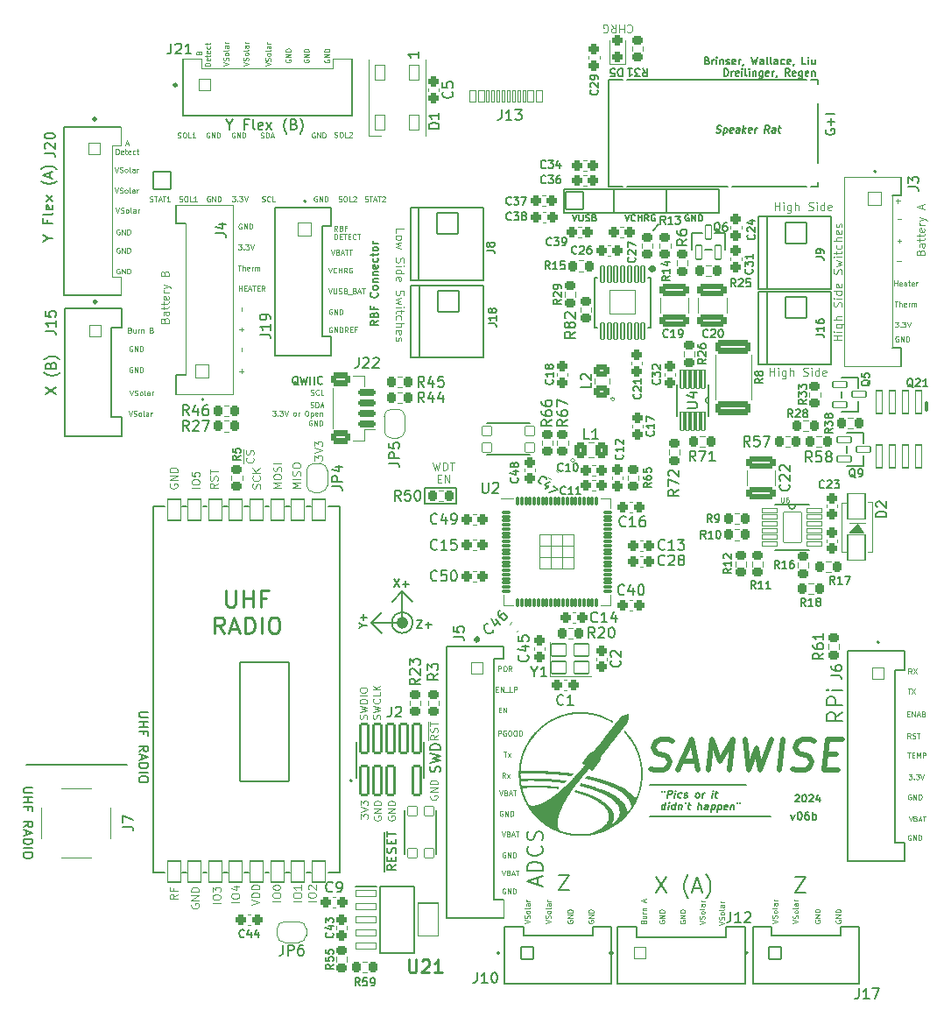
<source format=gto>
%TF.GenerationSoftware,KiCad,Pcbnew,8.0.5*%
%TF.CreationDate,2024-11-23T15:58:24-08:00*%
%TF.ProjectId,mainboard,6d61696e-626f-4617-9264-2e6b69636164,06b*%
%TF.SameCoordinates,Original*%
%TF.FileFunction,Legend,Top*%
%TF.FilePolarity,Positive*%
%FSLAX46Y46*%
G04 Gerber Fmt 4.6, Leading zero omitted, Abs format (unit mm)*
G04 Created by KiCad (PCBNEW 8.0.5) date 2024-11-23 15:58:24*
%MOMM*%
%LPD*%
G01*
G04 APERTURE LIST*
G04 Aperture macros list*
%AMRoundRect*
0 Rectangle with rounded corners*
0 $1 Rounding radius*
0 $2 $3 $4 $5 $6 $7 $8 $9 X,Y pos of 4 corners*
0 Add a 4 corners polygon primitive as box body*
4,1,4,$2,$3,$4,$5,$6,$7,$8,$9,$2,$3,0*
0 Add four circle primitives for the rounded corners*
1,1,$1+$1,$2,$3*
1,1,$1+$1,$4,$5*
1,1,$1+$1,$6,$7*
1,1,$1+$1,$8,$9*
0 Add four rect primitives between the rounded corners*
20,1,$1+$1,$2,$3,$4,$5,0*
20,1,$1+$1,$4,$5,$6,$7,0*
20,1,$1+$1,$6,$7,$8,$9,0*
20,1,$1+$1,$8,$9,$2,$3,0*%
%AMFreePoly0*
4,1,35,0.535921,0.785921,0.550800,0.750000,0.550800,-0.750000,0.535921,-0.785921,0.500000,-0.800800,0.000000,-0.800800,-0.012286,-0.795711,-0.071157,-0.795711,-0.085469,-0.793653,-0.222020,-0.753558,-0.235173,-0.747552,-0.354895,-0.670611,-0.365822,-0.661142,-0.459019,-0.553587,-0.466836,-0.541423,-0.525955,-0.411969,-0.530029,-0.398096,-0.550283,-0.257230,-0.550800,-0.250000,-0.550800,0.250000,
-0.550283,0.257230,-0.530029,0.398096,-0.525955,0.411969,-0.466836,0.541423,-0.459019,0.553587,-0.365822,0.661142,-0.354895,0.670611,-0.235173,0.747552,-0.222020,0.753558,-0.085469,0.793653,-0.071157,0.795711,-0.012286,0.795711,0.000000,0.800800,0.500000,0.800800,0.535921,0.785921,0.535921,0.785921,$1*%
%AMFreePoly1*
4,1,35,0.012286,0.795711,0.071157,0.795711,0.085469,0.793653,0.222020,0.753558,0.235173,0.747552,0.354895,0.670611,0.365822,0.661142,0.459019,0.553587,0.466836,0.541423,0.525955,0.411969,0.530029,0.398096,0.550283,0.257230,0.550800,0.250000,0.550800,-0.250000,0.550283,-0.257230,0.530029,-0.398096,0.525955,-0.411969,0.466836,-0.541423,0.459019,-0.553587,0.365822,-0.661142,
0.354895,-0.670611,0.235173,-0.747552,0.222020,-0.753558,0.085469,-0.793653,0.071157,-0.795711,0.012286,-0.795711,0.000000,-0.800800,-0.500000,-0.800800,-0.535921,-0.785921,-0.550800,-0.750000,-0.550800,0.750000,-0.535921,0.785921,-0.500000,0.800800,0.000000,0.800800,0.012286,0.795711,0.012286,0.795711,$1*%
G04 Aperture macros list end*
%ADD10C,0.127000*%
%ADD11C,0.563500*%
%ADD12C,0.121920*%
%ADD13C,0.200000*%
%ADD14C,0.177800*%
%ADD15C,0.251460*%
%ADD16C,0.100000*%
%ADD17C,0.150000*%
%ADD18C,0.500000*%
%ADD19C,0.154432*%
%ADD20C,0.254000*%
%ADD21C,0.080000*%
%ADD22C,0.120000*%
%ADD23C,0.152400*%
%ADD24C,0.381000*%
%ADD25C,0.300000*%
%ADD26C,0.203200*%
%ADD27C,0.273607*%
%ADD28C,0.332843*%
%ADD29C,0.000000*%
%ADD30C,0.190500*%
%ADD31RoundRect,0.225400X-0.225400X-0.300400X0.225400X-0.300400X0.225400X0.300400X-0.225400X0.300400X0*%
%ADD32RoundRect,0.063500X-0.152400X0.800100X-0.152400X-0.800100X0.152400X-0.800100X0.152400X0.800100X0*%
%ADD33RoundRect,0.063500X-1.230000X1.155000X-1.230000X-1.155000X1.230000X-1.155000X1.230000X1.155000X0*%
%ADD34RoundRect,0.250400X-0.275400X0.250400X-0.275400X-0.250400X0.275400X-0.250400X0.275400X0.250400X0*%
%ADD35RoundRect,0.250400X0.275400X-0.250400X0.275400X0.250400X-0.275400X0.250400X-0.275400X-0.250400X0*%
%ADD36RoundRect,0.225400X0.225400X0.300400X-0.225400X0.300400X-0.225400X-0.300400X0.225400X-0.300400X0*%
%ADD37RoundRect,0.250400X0.250400X0.275400X-0.250400X0.275400X-0.250400X-0.275400X0.250400X-0.275400X0*%
%ADD38RoundRect,0.063500X-0.660400X0.279400X-0.660400X-0.279400X0.660400X-0.279400X0.660400X0.279400X0*%
%ADD39RoundRect,0.050800X0.304800X1.104900X-0.304800X1.104900X-0.304800X-1.104900X0.304800X-1.104900X0*%
%ADD40C,5.701600*%
%ADD41C,2.000000*%
%ADD42C,2.133600*%
%ADD43RoundRect,0.225400X-0.300400X0.225400X-0.300400X-0.225400X0.300400X-0.225400X0.300400X0.225400X0*%
%ADD44RoundRect,0.250400X-0.250400X-0.275400X0.250400X-0.275400X0.250400X0.275400X-0.250400X0.275400X0*%
%ADD45C,2.151600*%
%ADD46C,2.351600*%
%ADD47RoundRect,0.063500X-1.016000X1.016000X-1.016000X-1.016000X1.016000X-1.016000X1.016000X1.016000X0*%
%ADD48C,2.159000*%
%ADD49RoundRect,0.225400X0.300400X-0.225400X0.300400X0.225400X-0.300400X0.225400X-0.300400X-0.225400X0*%
%ADD50RoundRect,0.244150X0.281650X-0.244150X0.281650X0.244150X-0.281650X0.244150X-0.281650X-0.244150X0*%
%ADD51RoundRect,0.270735X-1.455065X0.392565X-1.455065X-0.392565X1.455065X-0.392565X1.455065X0.392565X0*%
%ADD52RoundRect,0.272087X-0.478713X0.353713X-0.478713X-0.353713X0.478713X-0.353713X0.478713X0.353713X0*%
%ADD53RoundRect,0.063500X-0.279400X-0.660400X0.279400X-0.660400X0.279400X0.660400X-0.279400X0.660400X0*%
%ADD54RoundRect,0.272087X1.128713X-0.353713X1.128713X0.353713X-1.128713X0.353713X-1.128713X-0.353713X0*%
%ADD55RoundRect,0.050800X-0.165100X0.889000X-0.165100X-0.889000X0.165100X-0.889000X0.165100X0.889000X0*%
%ADD56RoundRect,0.050800X1.000000X-0.325000X1.000000X0.325000X-1.000000X0.325000X-1.000000X-0.325000X0*%
%ADD57RoundRect,0.050800X-1.000000X-1.600000X1.000000X-1.600000X1.000000X1.600000X-1.000000X1.600000X0*%
%ADD58C,0.701600*%
%ADD59RoundRect,0.050800X0.300000X0.575000X-0.300000X0.575000X-0.300000X-0.575000X0.300000X-0.575000X0*%
%ADD60RoundRect,0.050800X0.150000X0.575000X-0.150000X0.575000X-0.150000X-0.575000X0.150000X-0.575000X0*%
%ADD61O,1.101600X2.201600*%
%ADD62O,1.101600X1.701600*%
%ADD63RoundRect,0.250400X-0.017678X0.371797X-0.371797X0.017678X0.017678X-0.371797X0.371797X-0.017678X0*%
%ADD64RoundRect,0.050800X-0.698500X-0.215900X0.698500X-0.215900X0.698500X0.215900X-0.698500X0.215900X0*%
%ADD65RoundRect,0.050800X-0.876300X-1.473200X0.876300X-1.473200X0.876300X1.473200X-0.876300X1.473200X0*%
%ADD66RoundRect,0.050800X-0.850000X1.250000X-0.850000X-1.250000X0.850000X-1.250000X0.850000X1.250000X0*%
%ADD67RoundRect,0.050800X-0.450000X0.750000X-0.450000X-0.750000X0.450000X-0.750000X0.450000X0.750000X0*%
%ADD68RoundRect,0.272087X0.353713X0.478713X-0.353713X0.478713X-0.353713X-0.478713X0.353713X-0.478713X0*%
%ADD69RoundRect,0.080400X0.360400X-0.080400X0.360400X0.080400X-0.360400X0.080400X-0.360400X-0.080400X0*%
%ADD70RoundRect,0.080400X-0.080400X-0.360400X0.080400X-0.360400X0.080400X0.360400X-0.080400X0.360400X0*%
%ADD71RoundRect,0.050800X-0.566666X-0.566666X0.566666X-0.566666X0.566666X0.566666X-0.566666X0.566666X0*%
%ADD72FreePoly0,270.000000*%
%ADD73FreePoly1,270.000000*%
%ADD74RoundRect,0.102000X-0.370000X-1.395000X0.370000X-1.395000X0.370000X1.395000X-0.370000X1.395000X0*%
%ADD75RoundRect,0.050800X-0.700000X-0.600000X0.700000X-0.600000X0.700000X0.600000X-0.700000X0.600000X0*%
%ADD76RoundRect,0.063500X-0.650000X1.000000X-0.650000X-1.000000X0.650000X-1.000000X0.650000X1.000000X0*%
%ADD77RoundRect,0.063500X-2.350000X5.750000X-2.350000X-5.750000X2.350000X-5.750000X2.350000X5.750000X0*%
%ADD78RoundRect,0.050800X0.450000X0.450000X-0.450000X0.450000X-0.450000X-0.450000X0.450000X-0.450000X0*%
%ADD79RoundRect,0.175400X0.650400X-0.175400X0.650400X0.175400X-0.650400X0.175400X-0.650400X-0.175400X0*%
%ADD80RoundRect,0.271166X0.679634X-0.379634X0.679634X0.379634X-0.679634X0.379634X-0.679634X-0.379634X0*%
%ADD81RoundRect,0.050800X0.575000X0.575000X-0.575000X0.575000X-0.575000X-0.575000X0.575000X-0.575000X0*%
%ADD82C,1.251600*%
%ADD83RoundRect,0.050800X0.575000X-0.575000X0.575000X0.575000X-0.575000X0.575000X-0.575000X-0.575000X0*%
%ADD84FreePoly0,90.000000*%
%ADD85FreePoly1,90.000000*%
%ADD86RoundRect,0.050800X0.654000X-0.654000X0.654000X0.654000X-0.654000X0.654000X-0.654000X-0.654000X0*%
%ADD87C,1.409600*%
%ADD88RoundRect,0.076200X-0.575000X-0.575000X0.575000X-0.575000X0.575000X0.575000X-0.575000X0.575000X0*%
%ADD89C,1.302400*%
%ADD90RoundRect,0.250400X0.371797X0.017678X0.017678X0.371797X-0.371797X-0.017678X-0.017678X-0.371797X0*%
%ADD91RoundRect,0.050800X-0.450000X0.450000X-0.450000X-0.450000X0.450000X-0.450000X0.450000X0.450000X0*%
%ADD92RoundRect,0.050800X-0.654000X0.654000X-0.654000X-0.654000X0.654000X-0.654000X0.654000X0.654000X0*%
%ADD93FreePoly0,180.000000*%
%ADD94FreePoly1,180.000000*%
%ADD95RoundRect,0.272087X-1.128713X0.353713X-1.128713X-0.353713X1.128713X-0.353713X1.128713X0.353713X0*%
%ADD96RoundRect,0.050800X-0.850000X0.850000X-0.850000X-0.850000X0.850000X-0.850000X0.850000X0.850000X0*%
%ADD97O,1.801600X1.801600*%
G04 APERTURE END LIST*
D10*
X166116000Y-69088000D02*
X151130000Y-69088000D01*
X161036000Y-71374000D02*
X161036000Y-69088000D01*
X155956000Y-71374000D02*
X155956000Y-69088000D01*
X159434473Y-129732051D02*
X171118473Y-129732051D01*
X136500000Y-111000000D02*
G75*
G02*
X134500000Y-111000000I-1000000J0D01*
G01*
X134500000Y-111000000D02*
G75*
G02*
X136500000Y-111000000I1000000J0D01*
G01*
X166116000Y-71374000D02*
X166116000Y-69088000D01*
X135500000Y-111000000D02*
X135500000Y-108000000D01*
X160300000Y-72500000D02*
X159800000Y-73100000D01*
X151130000Y-71374000D02*
X166116000Y-71374000D01*
X135500000Y-108000000D02*
X134500000Y-109000000D01*
X151130000Y-69088000D02*
X151130000Y-71374000D01*
X132500000Y-111000000D02*
X133500000Y-110000000D01*
X140750000Y-99512000D02*
X137702000Y-99512000D01*
X137702000Y-99512000D02*
X137702000Y-97988000D01*
D11*
X135781750Y-111000000D02*
G75*
G02*
X135218250Y-111000000I-281750J0D01*
G01*
X135218250Y-111000000D02*
G75*
G02*
X135781750Y-111000000I281750J0D01*
G01*
D10*
X140750000Y-97988000D02*
X140750000Y-99512000D01*
X137702000Y-97988000D02*
X140750000Y-97988000D01*
X135500000Y-108000000D02*
X136500000Y-109000000D01*
X132500000Y-111000000D02*
X133500000Y-112000000D01*
X99125000Y-124750000D02*
X108875000Y-124750000D01*
X159434473Y-126684051D02*
X168705473Y-126684051D01*
X135500000Y-111000000D02*
X132500000Y-111000000D01*
D12*
X133332756Y-120284323D02*
X133366622Y-120182723D01*
X133366622Y-120182723D02*
X133366622Y-120013390D01*
X133366622Y-120013390D02*
X133332756Y-119945656D01*
X133332756Y-119945656D02*
X133298889Y-119911790D01*
X133298889Y-119911790D02*
X133231156Y-119877923D01*
X133231156Y-119877923D02*
X133163422Y-119877923D01*
X133163422Y-119877923D02*
X133095689Y-119911790D01*
X133095689Y-119911790D02*
X133061822Y-119945656D01*
X133061822Y-119945656D02*
X133027956Y-120013390D01*
X133027956Y-120013390D02*
X132994089Y-120148856D01*
X132994089Y-120148856D02*
X132960222Y-120216590D01*
X132960222Y-120216590D02*
X132926356Y-120250456D01*
X132926356Y-120250456D02*
X132858622Y-120284323D01*
X132858622Y-120284323D02*
X132790889Y-120284323D01*
X132790889Y-120284323D02*
X132723156Y-120250456D01*
X132723156Y-120250456D02*
X132689289Y-120216590D01*
X132689289Y-120216590D02*
X132655422Y-120148856D01*
X132655422Y-120148856D02*
X132655422Y-119979523D01*
X132655422Y-119979523D02*
X132689289Y-119877923D01*
X132655422Y-119640857D02*
X133366622Y-119471523D01*
X133366622Y-119471523D02*
X132858622Y-119336057D01*
X132858622Y-119336057D02*
X133366622Y-119200590D01*
X133366622Y-119200590D02*
X132655422Y-119031257D01*
X133298889Y-118353923D02*
X133332756Y-118387790D01*
X133332756Y-118387790D02*
X133366622Y-118489390D01*
X133366622Y-118489390D02*
X133366622Y-118557123D01*
X133366622Y-118557123D02*
X133332756Y-118658723D01*
X133332756Y-118658723D02*
X133265022Y-118726457D01*
X133265022Y-118726457D02*
X133197289Y-118760323D01*
X133197289Y-118760323D02*
X133061822Y-118794190D01*
X133061822Y-118794190D02*
X132960222Y-118794190D01*
X132960222Y-118794190D02*
X132824756Y-118760323D01*
X132824756Y-118760323D02*
X132757022Y-118726457D01*
X132757022Y-118726457D02*
X132689289Y-118658723D01*
X132689289Y-118658723D02*
X132655422Y-118557123D01*
X132655422Y-118557123D02*
X132655422Y-118489390D01*
X132655422Y-118489390D02*
X132689289Y-118387790D01*
X132689289Y-118387790D02*
X132723156Y-118353923D01*
X133366622Y-117710457D02*
X133366622Y-118049123D01*
X133366622Y-118049123D02*
X132655422Y-118049123D01*
X133366622Y-117473390D02*
X132655422Y-117473390D01*
X133366622Y-117066990D02*
X132960222Y-117371790D01*
X132655422Y-117066990D02*
X133061822Y-117473390D01*
X132052756Y-120284323D02*
X132086622Y-120182723D01*
X132086622Y-120182723D02*
X132086622Y-120013390D01*
X132086622Y-120013390D02*
X132052756Y-119945656D01*
X132052756Y-119945656D02*
X132018889Y-119911790D01*
X132018889Y-119911790D02*
X131951156Y-119877923D01*
X131951156Y-119877923D02*
X131883422Y-119877923D01*
X131883422Y-119877923D02*
X131815689Y-119911790D01*
X131815689Y-119911790D02*
X131781822Y-119945656D01*
X131781822Y-119945656D02*
X131747956Y-120013390D01*
X131747956Y-120013390D02*
X131714089Y-120148856D01*
X131714089Y-120148856D02*
X131680222Y-120216590D01*
X131680222Y-120216590D02*
X131646356Y-120250456D01*
X131646356Y-120250456D02*
X131578622Y-120284323D01*
X131578622Y-120284323D02*
X131510889Y-120284323D01*
X131510889Y-120284323D02*
X131443156Y-120250456D01*
X131443156Y-120250456D02*
X131409289Y-120216590D01*
X131409289Y-120216590D02*
X131375422Y-120148856D01*
X131375422Y-120148856D02*
X131375422Y-119979523D01*
X131375422Y-119979523D02*
X131409289Y-119877923D01*
X131375422Y-119640857D02*
X132086622Y-119471523D01*
X132086622Y-119471523D02*
X131578622Y-119336057D01*
X131578622Y-119336057D02*
X132086622Y-119200590D01*
X132086622Y-119200590D02*
X131375422Y-119031257D01*
X132086622Y-118760323D02*
X131375422Y-118760323D01*
X131375422Y-118760323D02*
X131375422Y-118590990D01*
X131375422Y-118590990D02*
X131409289Y-118489390D01*
X131409289Y-118489390D02*
X131477022Y-118421657D01*
X131477022Y-118421657D02*
X131544756Y-118387790D01*
X131544756Y-118387790D02*
X131680222Y-118353923D01*
X131680222Y-118353923D02*
X131781822Y-118353923D01*
X131781822Y-118353923D02*
X131917289Y-118387790D01*
X131917289Y-118387790D02*
X131985022Y-118421657D01*
X131985022Y-118421657D02*
X132052756Y-118489390D01*
X132052756Y-118489390D02*
X132086622Y-118590990D01*
X132086622Y-118590990D02*
X132086622Y-118760323D01*
X132086622Y-118049123D02*
X131375422Y-118049123D01*
X131375422Y-117574990D02*
X131375422Y-117439523D01*
X131375422Y-117439523D02*
X131409289Y-117371790D01*
X131409289Y-117371790D02*
X131477022Y-117304056D01*
X131477022Y-117304056D02*
X131612489Y-117270190D01*
X131612489Y-117270190D02*
X131849556Y-117270190D01*
X131849556Y-117270190D02*
X131985022Y-117304056D01*
X131985022Y-117304056D02*
X132052756Y-117371790D01*
X132052756Y-117371790D02*
X132086622Y-117439523D01*
X132086622Y-117439523D02*
X132086622Y-117574990D01*
X132086622Y-117574990D02*
X132052756Y-117642723D01*
X132052756Y-117642723D02*
X131985022Y-117710456D01*
X131985022Y-117710456D02*
X131849556Y-117744323D01*
X131849556Y-117744323D02*
X131612489Y-117744323D01*
X131612489Y-117744323D02*
X131477022Y-117710456D01*
X131477022Y-117710456D02*
X131409289Y-117642723D01*
X131409289Y-117642723D02*
X131375422Y-117574990D01*
D13*
X176483617Y-63303228D02*
X176441284Y-63387895D01*
X176441284Y-63387895D02*
X176441284Y-63514895D01*
X176441284Y-63514895D02*
X176483617Y-63641895D01*
X176483617Y-63641895D02*
X176568284Y-63726562D01*
X176568284Y-63726562D02*
X176652951Y-63768895D01*
X176652951Y-63768895D02*
X176822284Y-63811228D01*
X176822284Y-63811228D02*
X176949284Y-63811228D01*
X176949284Y-63811228D02*
X177118617Y-63768895D01*
X177118617Y-63768895D02*
X177203284Y-63726562D01*
X177203284Y-63726562D02*
X177287951Y-63641895D01*
X177287951Y-63641895D02*
X177330284Y-63514895D01*
X177330284Y-63514895D02*
X177330284Y-63430228D01*
X177330284Y-63430228D02*
X177287951Y-63303228D01*
X177287951Y-63303228D02*
X177245617Y-63260895D01*
X177245617Y-63260895D02*
X176949284Y-63260895D01*
X176949284Y-63260895D02*
X176949284Y-63430228D01*
X176991617Y-62879895D02*
X176991617Y-62202562D01*
X177330284Y-62541228D02*
X176652951Y-62541228D01*
X177330284Y-61779228D02*
X176441284Y-61779228D01*
D14*
X134881958Y-134418972D02*
X134458625Y-134715305D01*
X134881958Y-134926972D02*
X133992958Y-134926972D01*
X133992958Y-134926972D02*
X133992958Y-134588305D01*
X133992958Y-134588305D02*
X134035291Y-134503639D01*
X134035291Y-134503639D02*
X134077625Y-134461305D01*
X134077625Y-134461305D02*
X134162291Y-134418972D01*
X134162291Y-134418972D02*
X134289291Y-134418972D01*
X134289291Y-134418972D02*
X134373958Y-134461305D01*
X134373958Y-134461305D02*
X134416291Y-134503639D01*
X134416291Y-134503639D02*
X134458625Y-134588305D01*
X134458625Y-134588305D02*
X134458625Y-134926972D01*
X134416291Y-134037972D02*
X134416291Y-133741639D01*
X134881958Y-133614639D02*
X134881958Y-134037972D01*
X134881958Y-134037972D02*
X133992958Y-134037972D01*
X133992958Y-134037972D02*
X133992958Y-133614639D01*
X134839625Y-133275972D02*
X134881958Y-133148972D01*
X134881958Y-133148972D02*
X134881958Y-132937306D01*
X134881958Y-132937306D02*
X134839625Y-132852639D01*
X134839625Y-132852639D02*
X134797291Y-132810306D01*
X134797291Y-132810306D02*
X134712625Y-132767972D01*
X134712625Y-132767972D02*
X134627958Y-132767972D01*
X134627958Y-132767972D02*
X134543291Y-132810306D01*
X134543291Y-132810306D02*
X134500958Y-132852639D01*
X134500958Y-132852639D02*
X134458625Y-132937306D01*
X134458625Y-132937306D02*
X134416291Y-133106639D01*
X134416291Y-133106639D02*
X134373958Y-133191306D01*
X134373958Y-133191306D02*
X134331625Y-133233639D01*
X134331625Y-133233639D02*
X134246958Y-133275972D01*
X134246958Y-133275972D02*
X134162291Y-133275972D01*
X134162291Y-133275972D02*
X134077625Y-133233639D01*
X134077625Y-133233639D02*
X134035291Y-133191306D01*
X134035291Y-133191306D02*
X133992958Y-133106639D01*
X133992958Y-133106639D02*
X133992958Y-132894972D01*
X133992958Y-132894972D02*
X134035291Y-132767972D01*
X134416291Y-132386972D02*
X134416291Y-132090639D01*
X134881958Y-131963639D02*
X134881958Y-132386972D01*
X134881958Y-132386972D02*
X133992958Y-132386972D01*
X133992958Y-132386972D02*
X133992958Y-131963639D01*
X133992958Y-131709639D02*
X133992958Y-131201639D01*
X134881958Y-131455639D02*
X133992958Y-131455639D01*
X133746155Y-135049739D02*
X133746155Y-131205873D01*
D15*
X118487734Y-107898461D02*
X118487734Y-109187692D01*
X118487734Y-109187692D02*
X118563571Y-109339366D01*
X118563571Y-109339366D02*
X118639409Y-109415204D01*
X118639409Y-109415204D02*
X118791083Y-109491041D01*
X118791083Y-109491041D02*
X119094431Y-109491041D01*
X119094431Y-109491041D02*
X119246106Y-109415204D01*
X119246106Y-109415204D02*
X119321943Y-109339366D01*
X119321943Y-109339366D02*
X119397780Y-109187692D01*
X119397780Y-109187692D02*
X119397780Y-107898461D01*
X120156151Y-109491041D02*
X120156151Y-107898461D01*
X120156151Y-108656832D02*
X121066197Y-108656832D01*
X121066197Y-109491041D02*
X121066197Y-107898461D01*
X122355428Y-108656832D02*
X121824568Y-108656832D01*
X121824568Y-109491041D02*
X121824568Y-107898461D01*
X121824568Y-107898461D02*
X122582940Y-107898461D01*
X118260223Y-112055006D02*
X117729363Y-111296634D01*
X117350177Y-112055006D02*
X117350177Y-110462426D01*
X117350177Y-110462426D02*
X117956874Y-110462426D01*
X117956874Y-110462426D02*
X118108549Y-110538263D01*
X118108549Y-110538263D02*
X118184386Y-110614100D01*
X118184386Y-110614100D02*
X118260223Y-110765774D01*
X118260223Y-110765774D02*
X118260223Y-110993286D01*
X118260223Y-110993286D02*
X118184386Y-111144960D01*
X118184386Y-111144960D02*
X118108549Y-111220797D01*
X118108549Y-111220797D02*
X117956874Y-111296634D01*
X117956874Y-111296634D02*
X117350177Y-111296634D01*
X118866920Y-111599983D02*
X119625292Y-111599983D01*
X118715246Y-112055006D02*
X119246106Y-110462426D01*
X119246106Y-110462426D02*
X119776966Y-112055006D01*
X120307826Y-112055006D02*
X120307826Y-110462426D01*
X120307826Y-110462426D02*
X120687012Y-110462426D01*
X120687012Y-110462426D02*
X120914523Y-110538263D01*
X120914523Y-110538263D02*
X121066198Y-110689937D01*
X121066198Y-110689937D02*
X121142035Y-110841611D01*
X121142035Y-110841611D02*
X121217872Y-111144960D01*
X121217872Y-111144960D02*
X121217872Y-111372471D01*
X121217872Y-111372471D02*
X121142035Y-111675820D01*
X121142035Y-111675820D02*
X121066198Y-111827494D01*
X121066198Y-111827494D02*
X120914523Y-111979169D01*
X120914523Y-111979169D02*
X120687012Y-112055006D01*
X120687012Y-112055006D02*
X120307826Y-112055006D01*
X121900406Y-112055006D02*
X121900406Y-110462426D01*
X122962126Y-110462426D02*
X123265474Y-110462426D01*
X123265474Y-110462426D02*
X123417149Y-110538263D01*
X123417149Y-110538263D02*
X123568823Y-110689937D01*
X123568823Y-110689937D02*
X123644660Y-110993286D01*
X123644660Y-110993286D02*
X123644660Y-111524146D01*
X123644660Y-111524146D02*
X123568823Y-111827494D01*
X123568823Y-111827494D02*
X123417149Y-111979169D01*
X123417149Y-111979169D02*
X123265474Y-112055006D01*
X123265474Y-112055006D02*
X122962126Y-112055006D01*
X122962126Y-112055006D02*
X122810452Y-111979169D01*
X122810452Y-111979169D02*
X122658777Y-111827494D01*
X122658777Y-111827494D02*
X122582940Y-111524146D01*
X122582940Y-111524146D02*
X122582940Y-110993286D01*
X122582940Y-110993286D02*
X122658777Y-110689937D01*
X122658777Y-110689937D02*
X122810452Y-110538263D01*
X122810452Y-110538263D02*
X122962126Y-110462426D01*
D16*
X134875504Y-73324076D02*
X134875504Y-72943124D01*
X134875504Y-72943124D02*
X135675504Y-72943124D01*
X134875504Y-73705028D02*
X134913600Y-73628838D01*
X134913600Y-73628838D02*
X134951695Y-73590743D01*
X134951695Y-73590743D02*
X135027885Y-73552647D01*
X135027885Y-73552647D02*
X135256457Y-73552647D01*
X135256457Y-73552647D02*
X135332647Y-73590743D01*
X135332647Y-73590743D02*
X135370742Y-73628838D01*
X135370742Y-73628838D02*
X135408838Y-73705028D01*
X135408838Y-73705028D02*
X135408838Y-73819314D01*
X135408838Y-73819314D02*
X135370742Y-73895505D01*
X135370742Y-73895505D02*
X135332647Y-73933600D01*
X135332647Y-73933600D02*
X135256457Y-73971695D01*
X135256457Y-73971695D02*
X135027885Y-73971695D01*
X135027885Y-73971695D02*
X134951695Y-73933600D01*
X134951695Y-73933600D02*
X134913600Y-73895505D01*
X134913600Y-73895505D02*
X134875504Y-73819314D01*
X134875504Y-73819314D02*
X134875504Y-73705028D01*
X135408838Y-74238362D02*
X134875504Y-74390743D01*
X134875504Y-74390743D02*
X135256457Y-74543124D01*
X135256457Y-74543124D02*
X134875504Y-74695505D01*
X134875504Y-74695505D02*
X135408838Y-74847886D01*
X134913600Y-75724076D02*
X134875504Y-75838362D01*
X134875504Y-75838362D02*
X134875504Y-76028838D01*
X134875504Y-76028838D02*
X134913600Y-76105029D01*
X134913600Y-76105029D02*
X134951695Y-76143124D01*
X134951695Y-76143124D02*
X135027885Y-76181219D01*
X135027885Y-76181219D02*
X135104076Y-76181219D01*
X135104076Y-76181219D02*
X135180266Y-76143124D01*
X135180266Y-76143124D02*
X135218361Y-76105029D01*
X135218361Y-76105029D02*
X135256457Y-76028838D01*
X135256457Y-76028838D02*
X135294552Y-75876457D01*
X135294552Y-75876457D02*
X135332647Y-75800267D01*
X135332647Y-75800267D02*
X135370742Y-75762172D01*
X135370742Y-75762172D02*
X135446933Y-75724076D01*
X135446933Y-75724076D02*
X135523123Y-75724076D01*
X135523123Y-75724076D02*
X135599314Y-75762172D01*
X135599314Y-75762172D02*
X135637409Y-75800267D01*
X135637409Y-75800267D02*
X135675504Y-75876457D01*
X135675504Y-75876457D02*
X135675504Y-76066934D01*
X135675504Y-76066934D02*
X135637409Y-76181219D01*
X134875504Y-76524077D02*
X135408838Y-76524077D01*
X135675504Y-76524077D02*
X135637409Y-76485981D01*
X135637409Y-76485981D02*
X135599314Y-76524077D01*
X135599314Y-76524077D02*
X135637409Y-76562172D01*
X135637409Y-76562172D02*
X135675504Y-76524077D01*
X135675504Y-76524077D02*
X135599314Y-76524077D01*
X134875504Y-77247886D02*
X135675504Y-77247886D01*
X134913600Y-77247886D02*
X134875504Y-77171695D01*
X134875504Y-77171695D02*
X134875504Y-77019314D01*
X134875504Y-77019314D02*
X134913600Y-76943124D01*
X134913600Y-76943124D02*
X134951695Y-76905029D01*
X134951695Y-76905029D02*
X135027885Y-76866933D01*
X135027885Y-76866933D02*
X135256457Y-76866933D01*
X135256457Y-76866933D02*
X135332647Y-76905029D01*
X135332647Y-76905029D02*
X135370742Y-76943124D01*
X135370742Y-76943124D02*
X135408838Y-77019314D01*
X135408838Y-77019314D02*
X135408838Y-77171695D01*
X135408838Y-77171695D02*
X135370742Y-77247886D01*
X134913600Y-77933601D02*
X134875504Y-77857410D01*
X134875504Y-77857410D02*
X134875504Y-77705029D01*
X134875504Y-77705029D02*
X134913600Y-77628839D01*
X134913600Y-77628839D02*
X134989790Y-77590743D01*
X134989790Y-77590743D02*
X135294552Y-77590743D01*
X135294552Y-77590743D02*
X135370742Y-77628839D01*
X135370742Y-77628839D02*
X135408838Y-77705029D01*
X135408838Y-77705029D02*
X135408838Y-77857410D01*
X135408838Y-77857410D02*
X135370742Y-77933601D01*
X135370742Y-77933601D02*
X135294552Y-77971696D01*
X135294552Y-77971696D02*
X135218361Y-77971696D01*
X135218361Y-77971696D02*
X135142171Y-77590743D01*
X134913600Y-78885981D02*
X134875504Y-79000267D01*
X134875504Y-79000267D02*
X134875504Y-79190743D01*
X134875504Y-79190743D02*
X134913600Y-79266934D01*
X134913600Y-79266934D02*
X134951695Y-79305029D01*
X134951695Y-79305029D02*
X135027885Y-79343124D01*
X135027885Y-79343124D02*
X135104076Y-79343124D01*
X135104076Y-79343124D02*
X135180266Y-79305029D01*
X135180266Y-79305029D02*
X135218361Y-79266934D01*
X135218361Y-79266934D02*
X135256457Y-79190743D01*
X135256457Y-79190743D02*
X135294552Y-79038362D01*
X135294552Y-79038362D02*
X135332647Y-78962172D01*
X135332647Y-78962172D02*
X135370742Y-78924077D01*
X135370742Y-78924077D02*
X135446933Y-78885981D01*
X135446933Y-78885981D02*
X135523123Y-78885981D01*
X135523123Y-78885981D02*
X135599314Y-78924077D01*
X135599314Y-78924077D02*
X135637409Y-78962172D01*
X135637409Y-78962172D02*
X135675504Y-79038362D01*
X135675504Y-79038362D02*
X135675504Y-79228839D01*
X135675504Y-79228839D02*
X135637409Y-79343124D01*
X135408838Y-79609791D02*
X134875504Y-79762172D01*
X134875504Y-79762172D02*
X135256457Y-79914553D01*
X135256457Y-79914553D02*
X134875504Y-80066934D01*
X134875504Y-80066934D02*
X135408838Y-80219315D01*
X134875504Y-80524077D02*
X135408838Y-80524077D01*
X135675504Y-80524077D02*
X135637409Y-80485981D01*
X135637409Y-80485981D02*
X135599314Y-80524077D01*
X135599314Y-80524077D02*
X135637409Y-80562172D01*
X135637409Y-80562172D02*
X135675504Y-80524077D01*
X135675504Y-80524077D02*
X135599314Y-80524077D01*
X135408838Y-80790743D02*
X135408838Y-81095505D01*
X135675504Y-80905029D02*
X134989790Y-80905029D01*
X134989790Y-80905029D02*
X134913600Y-80943124D01*
X134913600Y-80943124D02*
X134875504Y-81019314D01*
X134875504Y-81019314D02*
X134875504Y-81095505D01*
X134913600Y-81705029D02*
X134875504Y-81628838D01*
X134875504Y-81628838D02*
X134875504Y-81476457D01*
X134875504Y-81476457D02*
X134913600Y-81400267D01*
X134913600Y-81400267D02*
X134951695Y-81362172D01*
X134951695Y-81362172D02*
X135027885Y-81324076D01*
X135027885Y-81324076D02*
X135256457Y-81324076D01*
X135256457Y-81324076D02*
X135332647Y-81362172D01*
X135332647Y-81362172D02*
X135370742Y-81400267D01*
X135370742Y-81400267D02*
X135408838Y-81476457D01*
X135408838Y-81476457D02*
X135408838Y-81628838D01*
X135408838Y-81628838D02*
X135370742Y-81705029D01*
X134875504Y-82047886D02*
X135675504Y-82047886D01*
X134875504Y-82390743D02*
X135294552Y-82390743D01*
X135294552Y-82390743D02*
X135370742Y-82352648D01*
X135370742Y-82352648D02*
X135408838Y-82276457D01*
X135408838Y-82276457D02*
X135408838Y-82162171D01*
X135408838Y-82162171D02*
X135370742Y-82085981D01*
X135370742Y-82085981D02*
X135332647Y-82047886D01*
X134913600Y-83076458D02*
X134875504Y-83000267D01*
X134875504Y-83000267D02*
X134875504Y-82847886D01*
X134875504Y-82847886D02*
X134913600Y-82771696D01*
X134913600Y-82771696D02*
X134989790Y-82733600D01*
X134989790Y-82733600D02*
X135294552Y-82733600D01*
X135294552Y-82733600D02*
X135370742Y-82771696D01*
X135370742Y-82771696D02*
X135408838Y-82847886D01*
X135408838Y-82847886D02*
X135408838Y-83000267D01*
X135408838Y-83000267D02*
X135370742Y-83076458D01*
X135370742Y-83076458D02*
X135294552Y-83114553D01*
X135294552Y-83114553D02*
X135218361Y-83114553D01*
X135218361Y-83114553D02*
X135142171Y-82733600D01*
X134913600Y-83419314D02*
X134875504Y-83495505D01*
X134875504Y-83495505D02*
X134875504Y-83647886D01*
X134875504Y-83647886D02*
X134913600Y-83724076D01*
X134913600Y-83724076D02*
X134989790Y-83762172D01*
X134989790Y-83762172D02*
X135027885Y-83762172D01*
X135027885Y-83762172D02*
X135104076Y-83724076D01*
X135104076Y-83724076D02*
X135142171Y-83647886D01*
X135142171Y-83647886D02*
X135142171Y-83533600D01*
X135142171Y-83533600D02*
X135180266Y-83457410D01*
X135180266Y-83457410D02*
X135256457Y-83419314D01*
X135256457Y-83419314D02*
X135294552Y-83419314D01*
X135294552Y-83419314D02*
X135370742Y-83457410D01*
X135370742Y-83457410D02*
X135408838Y-83533600D01*
X135408838Y-83533600D02*
X135408838Y-83647886D01*
X135408838Y-83647886D02*
X135370742Y-83724076D01*
D12*
X117910405Y-138105638D02*
X117148405Y-138105638D01*
X117148405Y-137597638D02*
X117148405Y-137452495D01*
X117148405Y-137452495D02*
X117184691Y-137379924D01*
X117184691Y-137379924D02*
X117257262Y-137307352D01*
X117257262Y-137307352D02*
X117402405Y-137271067D01*
X117402405Y-137271067D02*
X117656405Y-137271067D01*
X117656405Y-137271067D02*
X117801548Y-137307352D01*
X117801548Y-137307352D02*
X117874120Y-137379924D01*
X117874120Y-137379924D02*
X117910405Y-137452495D01*
X117910405Y-137452495D02*
X117910405Y-137597638D01*
X117910405Y-137597638D02*
X117874120Y-137670210D01*
X117874120Y-137670210D02*
X117801548Y-137742781D01*
X117801548Y-137742781D02*
X117656405Y-137779067D01*
X117656405Y-137779067D02*
X117402405Y-137779067D01*
X117402405Y-137779067D02*
X117257262Y-137742781D01*
X117257262Y-137742781D02*
X117184691Y-137670210D01*
X117184691Y-137670210D02*
X117148405Y-137597638D01*
X117148405Y-137017066D02*
X117148405Y-136545352D01*
X117148405Y-136545352D02*
X117438691Y-136799352D01*
X117438691Y-136799352D02*
X117438691Y-136690495D01*
X117438691Y-136690495D02*
X117474977Y-136617924D01*
X117474977Y-136617924D02*
X117511262Y-136581638D01*
X117511262Y-136581638D02*
X117583834Y-136545352D01*
X117583834Y-136545352D02*
X117765262Y-136545352D01*
X117765262Y-136545352D02*
X117837834Y-136581638D01*
X117837834Y-136581638D02*
X117874120Y-136617924D01*
X117874120Y-136617924D02*
X117910405Y-136690495D01*
X117910405Y-136690495D02*
X117910405Y-136908209D01*
X117910405Y-136908209D02*
X117874120Y-136980781D01*
X117874120Y-136980781D02*
X117837834Y-137017066D01*
X119724905Y-137993138D02*
X118962905Y-137993138D01*
X118962905Y-137485138D02*
X118962905Y-137339995D01*
X118962905Y-137339995D02*
X118999191Y-137267424D01*
X118999191Y-137267424D02*
X119071762Y-137194852D01*
X119071762Y-137194852D02*
X119216905Y-137158567D01*
X119216905Y-137158567D02*
X119470905Y-137158567D01*
X119470905Y-137158567D02*
X119616048Y-137194852D01*
X119616048Y-137194852D02*
X119688620Y-137267424D01*
X119688620Y-137267424D02*
X119724905Y-137339995D01*
X119724905Y-137339995D02*
X119724905Y-137485138D01*
X119724905Y-137485138D02*
X119688620Y-137557710D01*
X119688620Y-137557710D02*
X119616048Y-137630281D01*
X119616048Y-137630281D02*
X119470905Y-137666567D01*
X119470905Y-137666567D02*
X119216905Y-137666567D01*
X119216905Y-137666567D02*
X119071762Y-137630281D01*
X119071762Y-137630281D02*
X118999191Y-137557710D01*
X118999191Y-137557710D02*
X118962905Y-137485138D01*
X119216905Y-136505424D02*
X119724905Y-136505424D01*
X118926620Y-136686852D02*
X119470905Y-136868281D01*
X119470905Y-136868281D02*
X119470905Y-136396566D01*
X123727215Y-137916938D02*
X122965215Y-137916938D01*
X122965215Y-137408938D02*
X122965215Y-137263795D01*
X122965215Y-137263795D02*
X123001501Y-137191224D01*
X123001501Y-137191224D02*
X123074072Y-137118652D01*
X123074072Y-137118652D02*
X123219215Y-137082367D01*
X123219215Y-137082367D02*
X123473215Y-137082367D01*
X123473215Y-137082367D02*
X123618358Y-137118652D01*
X123618358Y-137118652D02*
X123690930Y-137191224D01*
X123690930Y-137191224D02*
X123727215Y-137263795D01*
X123727215Y-137263795D02*
X123727215Y-137408938D01*
X123727215Y-137408938D02*
X123690930Y-137481510D01*
X123690930Y-137481510D02*
X123618358Y-137554081D01*
X123618358Y-137554081D02*
X123473215Y-137590367D01*
X123473215Y-137590367D02*
X123219215Y-137590367D01*
X123219215Y-137590367D02*
X123074072Y-137554081D01*
X123074072Y-137554081D02*
X123001501Y-137481510D01*
X123001501Y-137481510D02*
X122965215Y-137408938D01*
X122965215Y-136610652D02*
X122965215Y-136538081D01*
X122965215Y-136538081D02*
X123001501Y-136465509D01*
X123001501Y-136465509D02*
X123037787Y-136429224D01*
X123037787Y-136429224D02*
X123110358Y-136392938D01*
X123110358Y-136392938D02*
X123255501Y-136356652D01*
X123255501Y-136356652D02*
X123436930Y-136356652D01*
X123436930Y-136356652D02*
X123582072Y-136392938D01*
X123582072Y-136392938D02*
X123654644Y-136429224D01*
X123654644Y-136429224D02*
X123690930Y-136465509D01*
X123690930Y-136465509D02*
X123727215Y-136538081D01*
X123727215Y-136538081D02*
X123727215Y-136610652D01*
X123727215Y-136610652D02*
X123690930Y-136683224D01*
X123690930Y-136683224D02*
X123654644Y-136719509D01*
X123654644Y-136719509D02*
X123582072Y-136755795D01*
X123582072Y-136755795D02*
X123436930Y-136792081D01*
X123436930Y-136792081D02*
X123255501Y-136792081D01*
X123255501Y-136792081D02*
X123110358Y-136755795D01*
X123110358Y-136755795D02*
X123037787Y-136719509D01*
X123037787Y-136719509D02*
X123001501Y-136683224D01*
X123001501Y-136683224D02*
X122965215Y-136610652D01*
X125726557Y-137916938D02*
X124964557Y-137916938D01*
X124964557Y-137408938D02*
X124964557Y-137263795D01*
X124964557Y-137263795D02*
X125000843Y-137191224D01*
X125000843Y-137191224D02*
X125073414Y-137118652D01*
X125073414Y-137118652D02*
X125218557Y-137082367D01*
X125218557Y-137082367D02*
X125472557Y-137082367D01*
X125472557Y-137082367D02*
X125617700Y-137118652D01*
X125617700Y-137118652D02*
X125690272Y-137191224D01*
X125690272Y-137191224D02*
X125726557Y-137263795D01*
X125726557Y-137263795D02*
X125726557Y-137408938D01*
X125726557Y-137408938D02*
X125690272Y-137481510D01*
X125690272Y-137481510D02*
X125617700Y-137554081D01*
X125617700Y-137554081D02*
X125472557Y-137590367D01*
X125472557Y-137590367D02*
X125218557Y-137590367D01*
X125218557Y-137590367D02*
X125073414Y-137554081D01*
X125073414Y-137554081D02*
X125000843Y-137481510D01*
X125000843Y-137481510D02*
X124964557Y-137408938D01*
X125726557Y-136356652D02*
X125726557Y-136792081D01*
X125726557Y-136574366D02*
X124964557Y-136574366D01*
X124964557Y-136574366D02*
X125073414Y-136646938D01*
X125073414Y-136646938D02*
X125145986Y-136719509D01*
X125145986Y-136719509D02*
X125182272Y-136792081D01*
X127150405Y-137910638D02*
X126388405Y-137910638D01*
X126388405Y-137402638D02*
X126388405Y-137257495D01*
X126388405Y-137257495D02*
X126424691Y-137184924D01*
X126424691Y-137184924D02*
X126497262Y-137112352D01*
X126497262Y-137112352D02*
X126642405Y-137076067D01*
X126642405Y-137076067D02*
X126896405Y-137076067D01*
X126896405Y-137076067D02*
X127041548Y-137112352D01*
X127041548Y-137112352D02*
X127114120Y-137184924D01*
X127114120Y-137184924D02*
X127150405Y-137257495D01*
X127150405Y-137257495D02*
X127150405Y-137402638D01*
X127150405Y-137402638D02*
X127114120Y-137475210D01*
X127114120Y-137475210D02*
X127041548Y-137547781D01*
X127041548Y-137547781D02*
X126896405Y-137584067D01*
X126896405Y-137584067D02*
X126642405Y-137584067D01*
X126642405Y-137584067D02*
X126497262Y-137547781D01*
X126497262Y-137547781D02*
X126424691Y-137475210D01*
X126424691Y-137475210D02*
X126388405Y-137402638D01*
X126460977Y-136785781D02*
X126424691Y-136749495D01*
X126424691Y-136749495D02*
X126388405Y-136676924D01*
X126388405Y-136676924D02*
X126388405Y-136495495D01*
X126388405Y-136495495D02*
X126424691Y-136422924D01*
X126424691Y-136422924D02*
X126460977Y-136386638D01*
X126460977Y-136386638D02*
X126533548Y-136350352D01*
X126533548Y-136350352D02*
X126606120Y-136350352D01*
X126606120Y-136350352D02*
X126714977Y-136386638D01*
X126714977Y-136386638D02*
X127150405Y-136822066D01*
X127150405Y-136822066D02*
X127150405Y-136350352D01*
X115900405Y-97988361D02*
X115138405Y-97988361D01*
X115138405Y-97480361D02*
X115138405Y-97335218D01*
X115138405Y-97335218D02*
X115174691Y-97262647D01*
X115174691Y-97262647D02*
X115247262Y-97190075D01*
X115247262Y-97190075D02*
X115392405Y-97153790D01*
X115392405Y-97153790D02*
X115646405Y-97153790D01*
X115646405Y-97153790D02*
X115791548Y-97190075D01*
X115791548Y-97190075D02*
X115864120Y-97262647D01*
X115864120Y-97262647D02*
X115900405Y-97335218D01*
X115900405Y-97335218D02*
X115900405Y-97480361D01*
X115900405Y-97480361D02*
X115864120Y-97552933D01*
X115864120Y-97552933D02*
X115791548Y-97625504D01*
X115791548Y-97625504D02*
X115646405Y-97661790D01*
X115646405Y-97661790D02*
X115392405Y-97661790D01*
X115392405Y-97661790D02*
X115247262Y-97625504D01*
X115247262Y-97625504D02*
X115174691Y-97552933D01*
X115174691Y-97552933D02*
X115138405Y-97480361D01*
X115138405Y-96464361D02*
X115138405Y-96827218D01*
X115138405Y-96827218D02*
X115501262Y-96863504D01*
X115501262Y-96863504D02*
X115464977Y-96827218D01*
X115464977Y-96827218D02*
X115428691Y-96754647D01*
X115428691Y-96754647D02*
X115428691Y-96573218D01*
X115428691Y-96573218D02*
X115464977Y-96500647D01*
X115464977Y-96500647D02*
X115501262Y-96464361D01*
X115501262Y-96464361D02*
X115573834Y-96428075D01*
X115573834Y-96428075D02*
X115755262Y-96428075D01*
X115755262Y-96428075D02*
X115827834Y-96464361D01*
X115827834Y-96464361D02*
X115864120Y-96500647D01*
X115864120Y-96500647D02*
X115900405Y-96573218D01*
X115900405Y-96573218D02*
X115900405Y-96754647D01*
X115900405Y-96754647D02*
X115864120Y-96827218D01*
X115864120Y-96827218D02*
X115827834Y-96863504D01*
X121077834Y-95052932D02*
X121114120Y-95089218D01*
X121114120Y-95089218D02*
X121150405Y-95198075D01*
X121150405Y-95198075D02*
X121150405Y-95270647D01*
X121150405Y-95270647D02*
X121114120Y-95379504D01*
X121114120Y-95379504D02*
X121041548Y-95452075D01*
X121041548Y-95452075D02*
X120968977Y-95488361D01*
X120968977Y-95488361D02*
X120823834Y-95524647D01*
X120823834Y-95524647D02*
X120714977Y-95524647D01*
X120714977Y-95524647D02*
X120569834Y-95488361D01*
X120569834Y-95488361D02*
X120497262Y-95452075D01*
X120497262Y-95452075D02*
X120424691Y-95379504D01*
X120424691Y-95379504D02*
X120388405Y-95270647D01*
X120388405Y-95270647D02*
X120388405Y-95198075D01*
X120388405Y-95198075D02*
X120424691Y-95089218D01*
X120424691Y-95089218D02*
X120460977Y-95052932D01*
X121114120Y-94762647D02*
X121150405Y-94653790D01*
X121150405Y-94653790D02*
X121150405Y-94472361D01*
X121150405Y-94472361D02*
X121114120Y-94399790D01*
X121114120Y-94399790D02*
X121077834Y-94363504D01*
X121077834Y-94363504D02*
X121005262Y-94327218D01*
X121005262Y-94327218D02*
X120932691Y-94327218D01*
X120932691Y-94327218D02*
X120860120Y-94363504D01*
X120860120Y-94363504D02*
X120823834Y-94399790D01*
X120823834Y-94399790D02*
X120787548Y-94472361D01*
X120787548Y-94472361D02*
X120751262Y-94617504D01*
X120751262Y-94617504D02*
X120714977Y-94690075D01*
X120714977Y-94690075D02*
X120678691Y-94726361D01*
X120678691Y-94726361D02*
X120606120Y-94762647D01*
X120606120Y-94762647D02*
X120533548Y-94762647D01*
X120533548Y-94762647D02*
X120460977Y-94726361D01*
X120460977Y-94726361D02*
X120424691Y-94690075D01*
X120424691Y-94690075D02*
X120388405Y-94617504D01*
X120388405Y-94617504D02*
X120388405Y-94436075D01*
X120388405Y-94436075D02*
X120424691Y-94327218D01*
X120176860Y-95593590D02*
X120176860Y-94258276D01*
X125650405Y-97988361D02*
X124888405Y-97988361D01*
X124888405Y-97988361D02*
X125432691Y-97734361D01*
X125432691Y-97734361D02*
X124888405Y-97480361D01*
X124888405Y-97480361D02*
X125650405Y-97480361D01*
X125650405Y-97117504D02*
X124888405Y-97117504D01*
X125614120Y-96790933D02*
X125650405Y-96682076D01*
X125650405Y-96682076D02*
X125650405Y-96500647D01*
X125650405Y-96500647D02*
X125614120Y-96428076D01*
X125614120Y-96428076D02*
X125577834Y-96391790D01*
X125577834Y-96391790D02*
X125505262Y-96355504D01*
X125505262Y-96355504D02*
X125432691Y-96355504D01*
X125432691Y-96355504D02*
X125360120Y-96391790D01*
X125360120Y-96391790D02*
X125323834Y-96428076D01*
X125323834Y-96428076D02*
X125287548Y-96500647D01*
X125287548Y-96500647D02*
X125251262Y-96645790D01*
X125251262Y-96645790D02*
X125214977Y-96718361D01*
X125214977Y-96718361D02*
X125178691Y-96754647D01*
X125178691Y-96754647D02*
X125106120Y-96790933D01*
X125106120Y-96790933D02*
X125033548Y-96790933D01*
X125033548Y-96790933D02*
X124960977Y-96754647D01*
X124960977Y-96754647D02*
X124924691Y-96718361D01*
X124924691Y-96718361D02*
X124888405Y-96645790D01*
X124888405Y-96645790D02*
X124888405Y-96464361D01*
X124888405Y-96464361D02*
X124924691Y-96355504D01*
X124888405Y-95883790D02*
X124888405Y-95738647D01*
X124888405Y-95738647D02*
X124924691Y-95666076D01*
X124924691Y-95666076D02*
X124997262Y-95593504D01*
X124997262Y-95593504D02*
X125142405Y-95557219D01*
X125142405Y-95557219D02*
X125396405Y-95557219D01*
X125396405Y-95557219D02*
X125541548Y-95593504D01*
X125541548Y-95593504D02*
X125614120Y-95666076D01*
X125614120Y-95666076D02*
X125650405Y-95738647D01*
X125650405Y-95738647D02*
X125650405Y-95883790D01*
X125650405Y-95883790D02*
X125614120Y-95956362D01*
X125614120Y-95956362D02*
X125541548Y-96028933D01*
X125541548Y-96028933D02*
X125396405Y-96065219D01*
X125396405Y-96065219D02*
X125142405Y-96065219D01*
X125142405Y-96065219D02*
X124997262Y-96028933D01*
X124997262Y-96028933D02*
X124924691Y-95956362D01*
X124924691Y-95956362D02*
X124888405Y-95883790D01*
X117650405Y-97552932D02*
X117287548Y-97806932D01*
X117650405Y-97988361D02*
X116888405Y-97988361D01*
X116888405Y-97988361D02*
X116888405Y-97698075D01*
X116888405Y-97698075D02*
X116924691Y-97625504D01*
X116924691Y-97625504D02*
X116960977Y-97589218D01*
X116960977Y-97589218D02*
X117033548Y-97552932D01*
X117033548Y-97552932D02*
X117142405Y-97552932D01*
X117142405Y-97552932D02*
X117214977Y-97589218D01*
X117214977Y-97589218D02*
X117251262Y-97625504D01*
X117251262Y-97625504D02*
X117287548Y-97698075D01*
X117287548Y-97698075D02*
X117287548Y-97988361D01*
X117614120Y-97262647D02*
X117650405Y-97153790D01*
X117650405Y-97153790D02*
X117650405Y-96972361D01*
X117650405Y-96972361D02*
X117614120Y-96899790D01*
X117614120Y-96899790D02*
X117577834Y-96863504D01*
X117577834Y-96863504D02*
X117505262Y-96827218D01*
X117505262Y-96827218D02*
X117432691Y-96827218D01*
X117432691Y-96827218D02*
X117360120Y-96863504D01*
X117360120Y-96863504D02*
X117323834Y-96899790D01*
X117323834Y-96899790D02*
X117287548Y-96972361D01*
X117287548Y-96972361D02*
X117251262Y-97117504D01*
X117251262Y-97117504D02*
X117214977Y-97190075D01*
X117214977Y-97190075D02*
X117178691Y-97226361D01*
X117178691Y-97226361D02*
X117106120Y-97262647D01*
X117106120Y-97262647D02*
X117033548Y-97262647D01*
X117033548Y-97262647D02*
X116960977Y-97226361D01*
X116960977Y-97226361D02*
X116924691Y-97190075D01*
X116924691Y-97190075D02*
X116888405Y-97117504D01*
X116888405Y-97117504D02*
X116888405Y-96936075D01*
X116888405Y-96936075D02*
X116924691Y-96827218D01*
X116888405Y-96609504D02*
X116888405Y-96174076D01*
X117650405Y-96391790D02*
X116888405Y-96391790D01*
X123788905Y-97988361D02*
X123026905Y-97988361D01*
X123026905Y-97988361D02*
X123571191Y-97734361D01*
X123571191Y-97734361D02*
X123026905Y-97480361D01*
X123026905Y-97480361D02*
X123788905Y-97480361D01*
X123026905Y-96972361D02*
X123026905Y-96827218D01*
X123026905Y-96827218D02*
X123063191Y-96754647D01*
X123063191Y-96754647D02*
X123135762Y-96682075D01*
X123135762Y-96682075D02*
X123280905Y-96645790D01*
X123280905Y-96645790D02*
X123534905Y-96645790D01*
X123534905Y-96645790D02*
X123680048Y-96682075D01*
X123680048Y-96682075D02*
X123752620Y-96754647D01*
X123752620Y-96754647D02*
X123788905Y-96827218D01*
X123788905Y-96827218D02*
X123788905Y-96972361D01*
X123788905Y-96972361D02*
X123752620Y-97044933D01*
X123752620Y-97044933D02*
X123680048Y-97117504D01*
X123680048Y-97117504D02*
X123534905Y-97153790D01*
X123534905Y-97153790D02*
X123280905Y-97153790D01*
X123280905Y-97153790D02*
X123135762Y-97117504D01*
X123135762Y-97117504D02*
X123063191Y-97044933D01*
X123063191Y-97044933D02*
X123026905Y-96972361D01*
X123752620Y-96355504D02*
X123788905Y-96246647D01*
X123788905Y-96246647D02*
X123788905Y-96065218D01*
X123788905Y-96065218D02*
X123752620Y-95992647D01*
X123752620Y-95992647D02*
X123716334Y-95956361D01*
X123716334Y-95956361D02*
X123643762Y-95920075D01*
X123643762Y-95920075D02*
X123571191Y-95920075D01*
X123571191Y-95920075D02*
X123498620Y-95956361D01*
X123498620Y-95956361D02*
X123462334Y-95992647D01*
X123462334Y-95992647D02*
X123426048Y-96065218D01*
X123426048Y-96065218D02*
X123389762Y-96210361D01*
X123389762Y-96210361D02*
X123353477Y-96282932D01*
X123353477Y-96282932D02*
X123317191Y-96319218D01*
X123317191Y-96319218D02*
X123244620Y-96355504D01*
X123244620Y-96355504D02*
X123172048Y-96355504D01*
X123172048Y-96355504D02*
X123099477Y-96319218D01*
X123099477Y-96319218D02*
X123063191Y-96282932D01*
X123063191Y-96282932D02*
X123026905Y-96210361D01*
X123026905Y-96210361D02*
X123026905Y-96028932D01*
X123026905Y-96028932D02*
X123063191Y-95920075D01*
X123788905Y-95593504D02*
X123026905Y-95593504D01*
X121720620Y-98024647D02*
X121756905Y-97915790D01*
X121756905Y-97915790D02*
X121756905Y-97734361D01*
X121756905Y-97734361D02*
X121720620Y-97661790D01*
X121720620Y-97661790D02*
X121684334Y-97625504D01*
X121684334Y-97625504D02*
X121611762Y-97589218D01*
X121611762Y-97589218D02*
X121539191Y-97589218D01*
X121539191Y-97589218D02*
X121466620Y-97625504D01*
X121466620Y-97625504D02*
X121430334Y-97661790D01*
X121430334Y-97661790D02*
X121394048Y-97734361D01*
X121394048Y-97734361D02*
X121357762Y-97879504D01*
X121357762Y-97879504D02*
X121321477Y-97952075D01*
X121321477Y-97952075D02*
X121285191Y-97988361D01*
X121285191Y-97988361D02*
X121212620Y-98024647D01*
X121212620Y-98024647D02*
X121140048Y-98024647D01*
X121140048Y-98024647D02*
X121067477Y-97988361D01*
X121067477Y-97988361D02*
X121031191Y-97952075D01*
X121031191Y-97952075D02*
X120994905Y-97879504D01*
X120994905Y-97879504D02*
X120994905Y-97698075D01*
X120994905Y-97698075D02*
X121031191Y-97589218D01*
X121684334Y-96827218D02*
X121720620Y-96863504D01*
X121720620Y-96863504D02*
X121756905Y-96972361D01*
X121756905Y-96972361D02*
X121756905Y-97044933D01*
X121756905Y-97044933D02*
X121720620Y-97153790D01*
X121720620Y-97153790D02*
X121648048Y-97226361D01*
X121648048Y-97226361D02*
X121575477Y-97262647D01*
X121575477Y-97262647D02*
X121430334Y-97298933D01*
X121430334Y-97298933D02*
X121321477Y-97298933D01*
X121321477Y-97298933D02*
X121176334Y-97262647D01*
X121176334Y-97262647D02*
X121103762Y-97226361D01*
X121103762Y-97226361D02*
X121031191Y-97153790D01*
X121031191Y-97153790D02*
X120994905Y-97044933D01*
X120994905Y-97044933D02*
X120994905Y-96972361D01*
X120994905Y-96972361D02*
X121031191Y-96863504D01*
X121031191Y-96863504D02*
X121067477Y-96827218D01*
X121756905Y-96500647D02*
X120994905Y-96500647D01*
X121756905Y-96065218D02*
X121321477Y-96391790D01*
X120994905Y-96065218D02*
X121430334Y-96500647D01*
X157266538Y-53260376D02*
X157303307Y-53223607D01*
X157303307Y-53223607D02*
X157413616Y-53186837D01*
X157413616Y-53186837D02*
X157487155Y-53186837D01*
X157487155Y-53186837D02*
X157597463Y-53223607D01*
X157597463Y-53223607D02*
X157671002Y-53297146D01*
X157671002Y-53297146D02*
X157707772Y-53370685D01*
X157707772Y-53370685D02*
X157744541Y-53517763D01*
X157744541Y-53517763D02*
X157744541Y-53628071D01*
X157744541Y-53628071D02*
X157707772Y-53775149D01*
X157707772Y-53775149D02*
X157671002Y-53848688D01*
X157671002Y-53848688D02*
X157597463Y-53922227D01*
X157597463Y-53922227D02*
X157487155Y-53958997D01*
X157487155Y-53958997D02*
X157413616Y-53958997D01*
X157413616Y-53958997D02*
X157303307Y-53922227D01*
X157303307Y-53922227D02*
X157266538Y-53885458D01*
X156935612Y-53186837D02*
X156935612Y-53958997D01*
X156935612Y-53591302D02*
X156494378Y-53591302D01*
X156494378Y-53186837D02*
X156494378Y-53958997D01*
X155685448Y-53186837D02*
X155942834Y-53554532D01*
X156126682Y-53186837D02*
X156126682Y-53958997D01*
X156126682Y-53958997D02*
X155832526Y-53958997D01*
X155832526Y-53958997D02*
X155758987Y-53922227D01*
X155758987Y-53922227D02*
X155722217Y-53885458D01*
X155722217Y-53885458D02*
X155685448Y-53811919D01*
X155685448Y-53811919D02*
X155685448Y-53701610D01*
X155685448Y-53701610D02*
X155722217Y-53628071D01*
X155722217Y-53628071D02*
X155758987Y-53591302D01*
X155758987Y-53591302D02*
X155832526Y-53554532D01*
X155832526Y-53554532D02*
X156126682Y-53554532D01*
X154950057Y-53922227D02*
X155023596Y-53958997D01*
X155023596Y-53958997D02*
X155133905Y-53958997D01*
X155133905Y-53958997D02*
X155244213Y-53922227D01*
X155244213Y-53922227D02*
X155317752Y-53848688D01*
X155317752Y-53848688D02*
X155354522Y-53775149D01*
X155354522Y-53775149D02*
X155391291Y-53628071D01*
X155391291Y-53628071D02*
X155391291Y-53517763D01*
X155391291Y-53517763D02*
X155354522Y-53370685D01*
X155354522Y-53370685D02*
X155317752Y-53297146D01*
X155317752Y-53297146D02*
X155244213Y-53223607D01*
X155244213Y-53223607D02*
X155133905Y-53186837D01*
X155133905Y-53186837D02*
X155060366Y-53186837D01*
X155060366Y-53186837D02*
X154950057Y-53223607D01*
X154950057Y-53223607D02*
X154913288Y-53260376D01*
X154913288Y-53260376D02*
X154913288Y-53517763D01*
X154913288Y-53517763D02*
X155060366Y-53517763D01*
D10*
X99746899Y-126931449D02*
X99027233Y-126931449D01*
X99027233Y-126931449D02*
X98942566Y-126973783D01*
X98942566Y-126973783D02*
X98900233Y-127016116D01*
X98900233Y-127016116D02*
X98857899Y-127100783D01*
X98857899Y-127100783D02*
X98857899Y-127270116D01*
X98857899Y-127270116D02*
X98900233Y-127354783D01*
X98900233Y-127354783D02*
X98942566Y-127397116D01*
X98942566Y-127397116D02*
X99027233Y-127439449D01*
X99027233Y-127439449D02*
X99746899Y-127439449D01*
X98857899Y-127862782D02*
X99746899Y-127862782D01*
X99323566Y-127862782D02*
X99323566Y-128370782D01*
X98857899Y-128370782D02*
X99746899Y-128370782D01*
X99323566Y-129090449D02*
X99323566Y-128794115D01*
X98857899Y-128794115D02*
X99746899Y-128794115D01*
X99746899Y-128794115D02*
X99746899Y-129217449D01*
X98857899Y-130741448D02*
X99281233Y-130445115D01*
X98857899Y-130233448D02*
X99746899Y-130233448D01*
X99746899Y-130233448D02*
X99746899Y-130572115D01*
X99746899Y-130572115D02*
X99704566Y-130656782D01*
X99704566Y-130656782D02*
X99662233Y-130699115D01*
X99662233Y-130699115D02*
X99577566Y-130741448D01*
X99577566Y-130741448D02*
X99450566Y-130741448D01*
X99450566Y-130741448D02*
X99365899Y-130699115D01*
X99365899Y-130699115D02*
X99323566Y-130656782D01*
X99323566Y-130656782D02*
X99281233Y-130572115D01*
X99281233Y-130572115D02*
X99281233Y-130233448D01*
X99111899Y-131080115D02*
X99111899Y-131503448D01*
X98857899Y-130995448D02*
X99746899Y-131291782D01*
X99746899Y-131291782D02*
X98857899Y-131588115D01*
X98857899Y-131884448D02*
X99746899Y-131884448D01*
X99746899Y-131884448D02*
X99746899Y-132096115D01*
X99746899Y-132096115D02*
X99704566Y-132223115D01*
X99704566Y-132223115D02*
X99619899Y-132307782D01*
X99619899Y-132307782D02*
X99535233Y-132350115D01*
X99535233Y-132350115D02*
X99365899Y-132392448D01*
X99365899Y-132392448D02*
X99238899Y-132392448D01*
X99238899Y-132392448D02*
X99069566Y-132350115D01*
X99069566Y-132350115D02*
X98984899Y-132307782D01*
X98984899Y-132307782D02*
X98900233Y-132223115D01*
X98900233Y-132223115D02*
X98857899Y-132096115D01*
X98857899Y-132096115D02*
X98857899Y-131884448D01*
X98857899Y-132773448D02*
X99746899Y-132773448D01*
X99746899Y-133366115D02*
X99746899Y-133535448D01*
X99746899Y-133535448D02*
X99704566Y-133620115D01*
X99704566Y-133620115D02*
X99619899Y-133704781D01*
X99619899Y-133704781D02*
X99450566Y-133747115D01*
X99450566Y-133747115D02*
X99154233Y-133747115D01*
X99154233Y-133747115D02*
X98984899Y-133704781D01*
X98984899Y-133704781D02*
X98900233Y-133620115D01*
X98900233Y-133620115D02*
X98857899Y-133535448D01*
X98857899Y-133535448D02*
X98857899Y-133366115D01*
X98857899Y-133366115D02*
X98900233Y-133281448D01*
X98900233Y-133281448D02*
X98984899Y-133196781D01*
X98984899Y-133196781D02*
X99154233Y-133154448D01*
X99154233Y-133154448D02*
X99450566Y-133154448D01*
X99450566Y-133154448D02*
X99619899Y-133196781D01*
X99619899Y-133196781D02*
X99704566Y-133281448D01*
X99704566Y-133281448D02*
X99746899Y-133366115D01*
D12*
X138468838Y-95490868D02*
X138652686Y-96263028D01*
X138652686Y-96263028D02*
X138799764Y-95711485D01*
X138799764Y-95711485D02*
X138946842Y-96263028D01*
X138946842Y-96263028D02*
X139130690Y-95490868D01*
X139424846Y-96263028D02*
X139424846Y-95490868D01*
X139424846Y-95490868D02*
X139608694Y-95490868D01*
X139608694Y-95490868D02*
X139719002Y-95527638D01*
X139719002Y-95527638D02*
X139792541Y-95601177D01*
X139792541Y-95601177D02*
X139829311Y-95674716D01*
X139829311Y-95674716D02*
X139866080Y-95821794D01*
X139866080Y-95821794D02*
X139866080Y-95932102D01*
X139866080Y-95932102D02*
X139829311Y-96079180D01*
X139829311Y-96079180D02*
X139792541Y-96152719D01*
X139792541Y-96152719D02*
X139719002Y-96226259D01*
X139719002Y-96226259D02*
X139608694Y-96263028D01*
X139608694Y-96263028D02*
X139424846Y-96263028D01*
X140086698Y-95490868D02*
X140527932Y-95490868D01*
X140307315Y-96263028D02*
X140307315Y-95490868D01*
X138910072Y-97101697D02*
X139167459Y-97101697D01*
X139277767Y-97506162D02*
X138910072Y-97506162D01*
X138910072Y-97506162D02*
X138910072Y-96734002D01*
X138910072Y-96734002D02*
X139277767Y-96734002D01*
X139608693Y-97506162D02*
X139608693Y-96734002D01*
X139608693Y-96734002D02*
X140049927Y-97506162D01*
X140049927Y-97506162D02*
X140049927Y-96734002D01*
D10*
X163190861Y-71573922D02*
X163130385Y-71543684D01*
X163130385Y-71543684D02*
X163039671Y-71543684D01*
X163039671Y-71543684D02*
X162948956Y-71573922D01*
X162948956Y-71573922D02*
X162888480Y-71634398D01*
X162888480Y-71634398D02*
X162858242Y-71694874D01*
X162858242Y-71694874D02*
X162828004Y-71815826D01*
X162828004Y-71815826D02*
X162828004Y-71906541D01*
X162828004Y-71906541D02*
X162858242Y-72027493D01*
X162858242Y-72027493D02*
X162888480Y-72087969D01*
X162888480Y-72087969D02*
X162948956Y-72148446D01*
X162948956Y-72148446D02*
X163039671Y-72178684D01*
X163039671Y-72178684D02*
X163100147Y-72178684D01*
X163100147Y-72178684D02*
X163190861Y-72148446D01*
X163190861Y-72148446D02*
X163221099Y-72118207D01*
X163221099Y-72118207D02*
X163221099Y-71906541D01*
X163221099Y-71906541D02*
X163100147Y-71906541D01*
X163493242Y-72178684D02*
X163493242Y-71543684D01*
X163493242Y-71543684D02*
X163856099Y-72178684D01*
X163856099Y-72178684D02*
X163856099Y-71543684D01*
X164158480Y-72178684D02*
X164158480Y-71543684D01*
X164158480Y-71543684D02*
X164309670Y-71543684D01*
X164309670Y-71543684D02*
X164400385Y-71573922D01*
X164400385Y-71573922D02*
X164460861Y-71634398D01*
X164460861Y-71634398D02*
X164491099Y-71694874D01*
X164491099Y-71694874D02*
X164521337Y-71815826D01*
X164521337Y-71815826D02*
X164521337Y-71906541D01*
X164521337Y-71906541D02*
X164491099Y-72027493D01*
X164491099Y-72027493D02*
X164460861Y-72087969D01*
X164460861Y-72087969D02*
X164400385Y-72148446D01*
X164400385Y-72148446D02*
X164309670Y-72178684D01*
X164309670Y-72178684D02*
X164158480Y-72178684D01*
X157019266Y-71543684D02*
X157230932Y-72178684D01*
X157230932Y-72178684D02*
X157442599Y-71543684D01*
X158017123Y-72118207D02*
X157986885Y-72148446D01*
X157986885Y-72148446D02*
X157896171Y-72178684D01*
X157896171Y-72178684D02*
X157835695Y-72178684D01*
X157835695Y-72178684D02*
X157744980Y-72148446D01*
X157744980Y-72148446D02*
X157684504Y-72087969D01*
X157684504Y-72087969D02*
X157654266Y-72027493D01*
X157654266Y-72027493D02*
X157624028Y-71906541D01*
X157624028Y-71906541D02*
X157624028Y-71815826D01*
X157624028Y-71815826D02*
X157654266Y-71694874D01*
X157654266Y-71694874D02*
X157684504Y-71634398D01*
X157684504Y-71634398D02*
X157744980Y-71573922D01*
X157744980Y-71573922D02*
X157835695Y-71543684D01*
X157835695Y-71543684D02*
X157896171Y-71543684D01*
X157896171Y-71543684D02*
X157986885Y-71573922D01*
X157986885Y-71573922D02*
X158017123Y-71604160D01*
X158289266Y-72178684D02*
X158289266Y-71543684D01*
X158289266Y-71846065D02*
X158652123Y-71846065D01*
X158652123Y-72178684D02*
X158652123Y-71543684D01*
X159317361Y-72178684D02*
X159105694Y-71876303D01*
X158954504Y-72178684D02*
X158954504Y-71543684D01*
X158954504Y-71543684D02*
X159196409Y-71543684D01*
X159196409Y-71543684D02*
X159256885Y-71573922D01*
X159256885Y-71573922D02*
X159287123Y-71604160D01*
X159287123Y-71604160D02*
X159317361Y-71664636D01*
X159317361Y-71664636D02*
X159317361Y-71755350D01*
X159317361Y-71755350D02*
X159287123Y-71815826D01*
X159287123Y-71815826D02*
X159256885Y-71846065D01*
X159256885Y-71846065D02*
X159196409Y-71876303D01*
X159196409Y-71876303D02*
X158954504Y-71876303D01*
X159922123Y-71573922D02*
X159861647Y-71543684D01*
X159861647Y-71543684D02*
X159770933Y-71543684D01*
X159770933Y-71543684D02*
X159680218Y-71573922D01*
X159680218Y-71573922D02*
X159619742Y-71634398D01*
X159619742Y-71634398D02*
X159589504Y-71694874D01*
X159589504Y-71694874D02*
X159559266Y-71815826D01*
X159559266Y-71815826D02*
X159559266Y-71906541D01*
X159559266Y-71906541D02*
X159589504Y-72027493D01*
X159589504Y-72027493D02*
X159619742Y-72087969D01*
X159619742Y-72087969D02*
X159680218Y-72148446D01*
X159680218Y-72148446D02*
X159770933Y-72178684D01*
X159770933Y-72178684D02*
X159831409Y-72178684D01*
X159831409Y-72178684D02*
X159922123Y-72148446D01*
X159922123Y-72148446D02*
X159952361Y-72118207D01*
X159952361Y-72118207D02*
X159952361Y-71906541D01*
X159952361Y-71906541D02*
X159831409Y-71906541D01*
X151972528Y-71543684D02*
X152184194Y-72178684D01*
X152184194Y-72178684D02*
X152395861Y-71543684D01*
X152607528Y-71543684D02*
X152607528Y-72057731D01*
X152607528Y-72057731D02*
X152637766Y-72118207D01*
X152637766Y-72118207D02*
X152668004Y-72148446D01*
X152668004Y-72148446D02*
X152728480Y-72178684D01*
X152728480Y-72178684D02*
X152849433Y-72178684D01*
X152849433Y-72178684D02*
X152909909Y-72148446D01*
X152909909Y-72148446D02*
X152940147Y-72118207D01*
X152940147Y-72118207D02*
X152970385Y-72057731D01*
X152970385Y-72057731D02*
X152970385Y-71543684D01*
X153242528Y-72148446D02*
X153333242Y-72178684D01*
X153333242Y-72178684D02*
X153484433Y-72178684D01*
X153484433Y-72178684D02*
X153544909Y-72148446D01*
X153544909Y-72148446D02*
X153575147Y-72118207D01*
X153575147Y-72118207D02*
X153605385Y-72057731D01*
X153605385Y-72057731D02*
X153605385Y-71997255D01*
X153605385Y-71997255D02*
X153575147Y-71936779D01*
X153575147Y-71936779D02*
X153544909Y-71906541D01*
X153544909Y-71906541D02*
X153484433Y-71876303D01*
X153484433Y-71876303D02*
X153363480Y-71846065D01*
X153363480Y-71846065D02*
X153303004Y-71815826D01*
X153303004Y-71815826D02*
X153272766Y-71785588D01*
X153272766Y-71785588D02*
X153242528Y-71725112D01*
X153242528Y-71725112D02*
X153242528Y-71664636D01*
X153242528Y-71664636D02*
X153272766Y-71604160D01*
X153272766Y-71604160D02*
X153303004Y-71573922D01*
X153303004Y-71573922D02*
X153363480Y-71543684D01*
X153363480Y-71543684D02*
X153514671Y-71543684D01*
X153514671Y-71543684D02*
X153605385Y-71573922D01*
X154089195Y-71846065D02*
X154179909Y-71876303D01*
X154179909Y-71876303D02*
X154210147Y-71906541D01*
X154210147Y-71906541D02*
X154240385Y-71967017D01*
X154240385Y-71967017D02*
X154240385Y-72057731D01*
X154240385Y-72057731D02*
X154210147Y-72118207D01*
X154210147Y-72118207D02*
X154179909Y-72148446D01*
X154179909Y-72148446D02*
X154119433Y-72178684D01*
X154119433Y-72178684D02*
X153877528Y-72178684D01*
X153877528Y-72178684D02*
X153877528Y-71543684D01*
X153877528Y-71543684D02*
X154089195Y-71543684D01*
X154089195Y-71543684D02*
X154149671Y-71573922D01*
X154149671Y-71573922D02*
X154179909Y-71604160D01*
X154179909Y-71604160D02*
X154210147Y-71664636D01*
X154210147Y-71664636D02*
X154210147Y-71725112D01*
X154210147Y-71725112D02*
X154179909Y-71785588D01*
X154179909Y-71785588D02*
X154149671Y-71815826D01*
X154149671Y-71815826D02*
X154089195Y-71846065D01*
X154089195Y-71846065D02*
X153877528Y-71846065D01*
D12*
X120931405Y-138265281D02*
X121693405Y-138011281D01*
X121693405Y-138011281D02*
X120931405Y-137757281D01*
X121693405Y-137503281D02*
X120931405Y-137503281D01*
X120931405Y-137503281D02*
X120931405Y-137321852D01*
X120931405Y-137321852D02*
X120967691Y-137212995D01*
X120967691Y-137212995D02*
X121040262Y-137140424D01*
X121040262Y-137140424D02*
X121112834Y-137104138D01*
X121112834Y-137104138D02*
X121257977Y-137067852D01*
X121257977Y-137067852D02*
X121366834Y-137067852D01*
X121366834Y-137067852D02*
X121511977Y-137104138D01*
X121511977Y-137104138D02*
X121584548Y-137140424D01*
X121584548Y-137140424D02*
X121657120Y-137212995D01*
X121657120Y-137212995D02*
X121693405Y-137321852D01*
X121693405Y-137321852D02*
X121693405Y-137503281D01*
X121693405Y-136741281D02*
X120931405Y-136741281D01*
X120931405Y-136741281D02*
X120931405Y-136559852D01*
X120931405Y-136559852D02*
X120967691Y-136450995D01*
X120967691Y-136450995D02*
X121040262Y-136378424D01*
X121040262Y-136378424D02*
X121112834Y-136342138D01*
X121112834Y-136342138D02*
X121257977Y-136305852D01*
X121257977Y-136305852D02*
X121366834Y-136305852D01*
X121366834Y-136305852D02*
X121511977Y-136342138D01*
X121511977Y-136342138D02*
X121584548Y-136378424D01*
X121584548Y-136378424D02*
X121657120Y-136450995D01*
X121657120Y-136450995D02*
X121693405Y-136559852D01*
X121693405Y-136559852D02*
X121693405Y-136741281D01*
X115104691Y-138171924D02*
X115068405Y-138244496D01*
X115068405Y-138244496D02*
X115068405Y-138353353D01*
X115068405Y-138353353D02*
X115104691Y-138462210D01*
X115104691Y-138462210D02*
X115177262Y-138534781D01*
X115177262Y-138534781D02*
X115249834Y-138571067D01*
X115249834Y-138571067D02*
X115394977Y-138607353D01*
X115394977Y-138607353D02*
X115503834Y-138607353D01*
X115503834Y-138607353D02*
X115648977Y-138571067D01*
X115648977Y-138571067D02*
X115721548Y-138534781D01*
X115721548Y-138534781D02*
X115794120Y-138462210D01*
X115794120Y-138462210D02*
X115830405Y-138353353D01*
X115830405Y-138353353D02*
X115830405Y-138280781D01*
X115830405Y-138280781D02*
X115794120Y-138171924D01*
X115794120Y-138171924D02*
X115757834Y-138135638D01*
X115757834Y-138135638D02*
X115503834Y-138135638D01*
X115503834Y-138135638D02*
X115503834Y-138280781D01*
X115830405Y-137809067D02*
X115068405Y-137809067D01*
X115068405Y-137809067D02*
X115830405Y-137373638D01*
X115830405Y-137373638D02*
X115068405Y-137373638D01*
X115830405Y-137010781D02*
X115068405Y-137010781D01*
X115068405Y-137010781D02*
X115068405Y-136829352D01*
X115068405Y-136829352D02*
X115104691Y-136720495D01*
X115104691Y-136720495D02*
X115177262Y-136647924D01*
X115177262Y-136647924D02*
X115249834Y-136611638D01*
X115249834Y-136611638D02*
X115394977Y-136575352D01*
X115394977Y-136575352D02*
X115503834Y-136575352D01*
X115503834Y-136575352D02*
X115648977Y-136611638D01*
X115648977Y-136611638D02*
X115721548Y-136647924D01*
X115721548Y-136647924D02*
X115794120Y-136720495D01*
X115794120Y-136720495D02*
X115830405Y-136829352D01*
X115830405Y-136829352D02*
X115830405Y-137010781D01*
X127014705Y-95310932D02*
X127014705Y-94839218D01*
X127014705Y-94839218D02*
X127304991Y-95093218D01*
X127304991Y-95093218D02*
X127304991Y-94984361D01*
X127304991Y-94984361D02*
X127341277Y-94911790D01*
X127341277Y-94911790D02*
X127377562Y-94875504D01*
X127377562Y-94875504D02*
X127450134Y-94839218D01*
X127450134Y-94839218D02*
X127631562Y-94839218D01*
X127631562Y-94839218D02*
X127704134Y-94875504D01*
X127704134Y-94875504D02*
X127740420Y-94911790D01*
X127740420Y-94911790D02*
X127776705Y-94984361D01*
X127776705Y-94984361D02*
X127776705Y-95202075D01*
X127776705Y-95202075D02*
X127740420Y-95274647D01*
X127740420Y-95274647D02*
X127704134Y-95310932D01*
X127014705Y-94621504D02*
X127776705Y-94367504D01*
X127776705Y-94367504D02*
X127014705Y-94113504D01*
X127014705Y-93932075D02*
X127014705Y-93460361D01*
X127014705Y-93460361D02*
X127304991Y-93714361D01*
X127304991Y-93714361D02*
X127304991Y-93605504D01*
X127304991Y-93605504D02*
X127341277Y-93532933D01*
X127341277Y-93532933D02*
X127377562Y-93496647D01*
X127377562Y-93496647D02*
X127450134Y-93460361D01*
X127450134Y-93460361D02*
X127631562Y-93460361D01*
X127631562Y-93460361D02*
X127704134Y-93496647D01*
X127704134Y-93496647D02*
X127740420Y-93532933D01*
X127740420Y-93532933D02*
X127776705Y-93605504D01*
X127776705Y-93605504D02*
X127776705Y-93823218D01*
X127776705Y-93823218D02*
X127740420Y-93895790D01*
X127740420Y-93895790D02*
X127704134Y-93932075D01*
X113030191Y-97589218D02*
X112993905Y-97661790D01*
X112993905Y-97661790D02*
X112993905Y-97770647D01*
X112993905Y-97770647D02*
X113030191Y-97879504D01*
X113030191Y-97879504D02*
X113102762Y-97952075D01*
X113102762Y-97952075D02*
X113175334Y-97988361D01*
X113175334Y-97988361D02*
X113320477Y-98024647D01*
X113320477Y-98024647D02*
X113429334Y-98024647D01*
X113429334Y-98024647D02*
X113574477Y-97988361D01*
X113574477Y-97988361D02*
X113647048Y-97952075D01*
X113647048Y-97952075D02*
X113719620Y-97879504D01*
X113719620Y-97879504D02*
X113755905Y-97770647D01*
X113755905Y-97770647D02*
X113755905Y-97698075D01*
X113755905Y-97698075D02*
X113719620Y-97589218D01*
X113719620Y-97589218D02*
X113683334Y-97552932D01*
X113683334Y-97552932D02*
X113429334Y-97552932D01*
X113429334Y-97552932D02*
X113429334Y-97698075D01*
X113755905Y-97226361D02*
X112993905Y-97226361D01*
X112993905Y-97226361D02*
X113755905Y-96790932D01*
X113755905Y-96790932D02*
X112993905Y-96790932D01*
X113755905Y-96428075D02*
X112993905Y-96428075D01*
X112993905Y-96428075D02*
X112993905Y-96246646D01*
X112993905Y-96246646D02*
X113030191Y-96137789D01*
X113030191Y-96137789D02*
X113102762Y-96065218D01*
X113102762Y-96065218D02*
X113175334Y-96028932D01*
X113175334Y-96028932D02*
X113320477Y-95992646D01*
X113320477Y-95992646D02*
X113429334Y-95992646D01*
X113429334Y-95992646D02*
X113574477Y-96028932D01*
X113574477Y-96028932D02*
X113647048Y-96065218D01*
X113647048Y-96065218D02*
X113719620Y-96137789D01*
X113719620Y-96137789D02*
X113755905Y-96246646D01*
X113755905Y-96246646D02*
X113755905Y-96428075D01*
D10*
X110914399Y-119641449D02*
X110194733Y-119641449D01*
X110194733Y-119641449D02*
X110110066Y-119683783D01*
X110110066Y-119683783D02*
X110067733Y-119726116D01*
X110067733Y-119726116D02*
X110025399Y-119810783D01*
X110025399Y-119810783D02*
X110025399Y-119980116D01*
X110025399Y-119980116D02*
X110067733Y-120064783D01*
X110067733Y-120064783D02*
X110110066Y-120107116D01*
X110110066Y-120107116D02*
X110194733Y-120149449D01*
X110194733Y-120149449D02*
X110914399Y-120149449D01*
X110025399Y-120572782D02*
X110914399Y-120572782D01*
X110491066Y-120572782D02*
X110491066Y-121080782D01*
X110025399Y-121080782D02*
X110914399Y-121080782D01*
X110491066Y-121800449D02*
X110491066Y-121504115D01*
X110025399Y-121504115D02*
X110914399Y-121504115D01*
X110914399Y-121504115D02*
X110914399Y-121927449D01*
X110025399Y-123451448D02*
X110448733Y-123155115D01*
X110025399Y-122943448D02*
X110914399Y-122943448D01*
X110914399Y-122943448D02*
X110914399Y-123282115D01*
X110914399Y-123282115D02*
X110872066Y-123366782D01*
X110872066Y-123366782D02*
X110829733Y-123409115D01*
X110829733Y-123409115D02*
X110745066Y-123451448D01*
X110745066Y-123451448D02*
X110618066Y-123451448D01*
X110618066Y-123451448D02*
X110533399Y-123409115D01*
X110533399Y-123409115D02*
X110491066Y-123366782D01*
X110491066Y-123366782D02*
X110448733Y-123282115D01*
X110448733Y-123282115D02*
X110448733Y-122943448D01*
X110279399Y-123790115D02*
X110279399Y-124213448D01*
X110025399Y-123705448D02*
X110914399Y-124001782D01*
X110914399Y-124001782D02*
X110025399Y-124298115D01*
X110025399Y-124594448D02*
X110914399Y-124594448D01*
X110914399Y-124594448D02*
X110914399Y-124806115D01*
X110914399Y-124806115D02*
X110872066Y-124933115D01*
X110872066Y-124933115D02*
X110787399Y-125017782D01*
X110787399Y-125017782D02*
X110702733Y-125060115D01*
X110702733Y-125060115D02*
X110533399Y-125102448D01*
X110533399Y-125102448D02*
X110406399Y-125102448D01*
X110406399Y-125102448D02*
X110237066Y-125060115D01*
X110237066Y-125060115D02*
X110152399Y-125017782D01*
X110152399Y-125017782D02*
X110067733Y-124933115D01*
X110067733Y-124933115D02*
X110025399Y-124806115D01*
X110025399Y-124806115D02*
X110025399Y-124594448D01*
X110025399Y-125483448D02*
X110914399Y-125483448D01*
X110914399Y-126076115D02*
X110914399Y-126245448D01*
X110914399Y-126245448D02*
X110872066Y-126330115D01*
X110872066Y-126330115D02*
X110787399Y-126414781D01*
X110787399Y-126414781D02*
X110618066Y-126457115D01*
X110618066Y-126457115D02*
X110321733Y-126457115D01*
X110321733Y-126457115D02*
X110152399Y-126414781D01*
X110152399Y-126414781D02*
X110067733Y-126330115D01*
X110067733Y-126330115D02*
X110025399Y-126245448D01*
X110025399Y-126245448D02*
X110025399Y-126076115D01*
X110025399Y-126076115D02*
X110067733Y-125991448D01*
X110067733Y-125991448D02*
X110152399Y-125906781D01*
X110152399Y-125906781D02*
X110321733Y-125864448D01*
X110321733Y-125864448D02*
X110618066Y-125864448D01*
X110618066Y-125864448D02*
X110787399Y-125906781D01*
X110787399Y-125906781D02*
X110872066Y-125991448D01*
X110872066Y-125991448D02*
X110914399Y-126076115D01*
D13*
X160025714Y-135566028D02*
X161025714Y-137066028D01*
X161025714Y-135566028D02*
X160025714Y-137066028D01*
X163168571Y-137637457D02*
X163097142Y-137566028D01*
X163097142Y-137566028D02*
X162954285Y-137351742D01*
X162954285Y-137351742D02*
X162882857Y-137208885D01*
X162882857Y-137208885D02*
X162811428Y-136994600D01*
X162811428Y-136994600D02*
X162739999Y-136637457D01*
X162739999Y-136637457D02*
X162739999Y-136351742D01*
X162739999Y-136351742D02*
X162811428Y-135994600D01*
X162811428Y-135994600D02*
X162882857Y-135780314D01*
X162882857Y-135780314D02*
X162954285Y-135637457D01*
X162954285Y-135637457D02*
X163097142Y-135423171D01*
X163097142Y-135423171D02*
X163168571Y-135351742D01*
X163668571Y-136637457D02*
X164382857Y-136637457D01*
X163525714Y-137066028D02*
X164025714Y-135566028D01*
X164025714Y-135566028D02*
X164525714Y-137066028D01*
X164882856Y-137637457D02*
X164954285Y-137566028D01*
X164954285Y-137566028D02*
X165097142Y-137351742D01*
X165097142Y-137351742D02*
X165168571Y-137208885D01*
X165168571Y-137208885D02*
X165239999Y-136994600D01*
X165239999Y-136994600D02*
X165311428Y-136637457D01*
X165311428Y-136637457D02*
X165311428Y-136351742D01*
X165311428Y-136351742D02*
X165239999Y-135994600D01*
X165239999Y-135994600D02*
X165168571Y-135780314D01*
X165168571Y-135780314D02*
X165097142Y-135637457D01*
X165097142Y-135637457D02*
X164954285Y-135423171D01*
X164954285Y-135423171D02*
X164882856Y-135351742D01*
D17*
X101019819Y-88930952D02*
X102019819Y-88264286D01*
X101019819Y-88264286D02*
X102019819Y-88930952D01*
X102400771Y-86835714D02*
X102353152Y-86883333D01*
X102353152Y-86883333D02*
X102210295Y-86978571D01*
X102210295Y-86978571D02*
X102115057Y-87026190D01*
X102115057Y-87026190D02*
X101972200Y-87073809D01*
X101972200Y-87073809D02*
X101734104Y-87121428D01*
X101734104Y-87121428D02*
X101543628Y-87121428D01*
X101543628Y-87121428D02*
X101305533Y-87073809D01*
X101305533Y-87073809D02*
X101162676Y-87026190D01*
X101162676Y-87026190D02*
X101067438Y-86978571D01*
X101067438Y-86978571D02*
X100924580Y-86883333D01*
X100924580Y-86883333D02*
X100876961Y-86835714D01*
X101496009Y-86121428D02*
X101543628Y-85978571D01*
X101543628Y-85978571D02*
X101591247Y-85930952D01*
X101591247Y-85930952D02*
X101686485Y-85883333D01*
X101686485Y-85883333D02*
X101829342Y-85883333D01*
X101829342Y-85883333D02*
X101924580Y-85930952D01*
X101924580Y-85930952D02*
X101972200Y-85978571D01*
X101972200Y-85978571D02*
X102019819Y-86073809D01*
X102019819Y-86073809D02*
X102019819Y-86454761D01*
X102019819Y-86454761D02*
X101019819Y-86454761D01*
X101019819Y-86454761D02*
X101019819Y-86121428D01*
X101019819Y-86121428D02*
X101067438Y-86026190D01*
X101067438Y-86026190D02*
X101115057Y-85978571D01*
X101115057Y-85978571D02*
X101210295Y-85930952D01*
X101210295Y-85930952D02*
X101305533Y-85930952D01*
X101305533Y-85930952D02*
X101400771Y-85978571D01*
X101400771Y-85978571D02*
X101448390Y-86026190D01*
X101448390Y-86026190D02*
X101496009Y-86121428D01*
X101496009Y-86121428D02*
X101496009Y-86454761D01*
X102400771Y-85549999D02*
X102353152Y-85502380D01*
X102353152Y-85502380D02*
X102210295Y-85407142D01*
X102210295Y-85407142D02*
X102115057Y-85359523D01*
X102115057Y-85359523D02*
X101972200Y-85311904D01*
X101972200Y-85311904D02*
X101734104Y-85264285D01*
X101734104Y-85264285D02*
X101543628Y-85264285D01*
X101543628Y-85264285D02*
X101305533Y-85311904D01*
X101305533Y-85311904D02*
X101162676Y-85359523D01*
X101162676Y-85359523D02*
X101067438Y-85407142D01*
X101067438Y-85407142D02*
X100924580Y-85502380D01*
X100924580Y-85502380D02*
X100876961Y-85549999D01*
X118797618Y-62868628D02*
X118797618Y-63344819D01*
X118464285Y-62344819D02*
X118797618Y-62868628D01*
X118797618Y-62868628D02*
X119130951Y-62344819D01*
X120559523Y-62821009D02*
X120226190Y-62821009D01*
X120226190Y-63344819D02*
X120226190Y-62344819D01*
X120226190Y-62344819D02*
X120702380Y-62344819D01*
X121226190Y-63344819D02*
X121130952Y-63297200D01*
X121130952Y-63297200D02*
X121083333Y-63201961D01*
X121083333Y-63201961D02*
X121083333Y-62344819D01*
X121988095Y-63297200D02*
X121892857Y-63344819D01*
X121892857Y-63344819D02*
X121702381Y-63344819D01*
X121702381Y-63344819D02*
X121607143Y-63297200D01*
X121607143Y-63297200D02*
X121559524Y-63201961D01*
X121559524Y-63201961D02*
X121559524Y-62821009D01*
X121559524Y-62821009D02*
X121607143Y-62725771D01*
X121607143Y-62725771D02*
X121702381Y-62678152D01*
X121702381Y-62678152D02*
X121892857Y-62678152D01*
X121892857Y-62678152D02*
X121988095Y-62725771D01*
X121988095Y-62725771D02*
X122035714Y-62821009D01*
X122035714Y-62821009D02*
X122035714Y-62916247D01*
X122035714Y-62916247D02*
X121559524Y-63011485D01*
X122369048Y-63344819D02*
X122892857Y-62678152D01*
X122369048Y-62678152D02*
X122892857Y-63344819D01*
X124321429Y-63725771D02*
X124273810Y-63678152D01*
X124273810Y-63678152D02*
X124178572Y-63535295D01*
X124178572Y-63535295D02*
X124130953Y-63440057D01*
X124130953Y-63440057D02*
X124083334Y-63297200D01*
X124083334Y-63297200D02*
X124035715Y-63059104D01*
X124035715Y-63059104D02*
X124035715Y-62868628D01*
X124035715Y-62868628D02*
X124083334Y-62630533D01*
X124083334Y-62630533D02*
X124130953Y-62487676D01*
X124130953Y-62487676D02*
X124178572Y-62392438D01*
X124178572Y-62392438D02*
X124273810Y-62249580D01*
X124273810Y-62249580D02*
X124321429Y-62201961D01*
X125035715Y-62821009D02*
X125178572Y-62868628D01*
X125178572Y-62868628D02*
X125226191Y-62916247D01*
X125226191Y-62916247D02*
X125273810Y-63011485D01*
X125273810Y-63011485D02*
X125273810Y-63154342D01*
X125273810Y-63154342D02*
X125226191Y-63249580D01*
X125226191Y-63249580D02*
X125178572Y-63297200D01*
X125178572Y-63297200D02*
X125083334Y-63344819D01*
X125083334Y-63344819D02*
X124702382Y-63344819D01*
X124702382Y-63344819D02*
X124702382Y-62344819D01*
X124702382Y-62344819D02*
X125035715Y-62344819D01*
X125035715Y-62344819D02*
X125130953Y-62392438D01*
X125130953Y-62392438D02*
X125178572Y-62440057D01*
X125178572Y-62440057D02*
X125226191Y-62535295D01*
X125226191Y-62535295D02*
X125226191Y-62630533D01*
X125226191Y-62630533D02*
X125178572Y-62725771D01*
X125178572Y-62725771D02*
X125130953Y-62773390D01*
X125130953Y-62773390D02*
X125035715Y-62821009D01*
X125035715Y-62821009D02*
X124702382Y-62821009D01*
X125607144Y-63725771D02*
X125654763Y-63678152D01*
X125654763Y-63678152D02*
X125750001Y-63535295D01*
X125750001Y-63535295D02*
X125797620Y-63440057D01*
X125797620Y-63440057D02*
X125845239Y-63297200D01*
X125845239Y-63297200D02*
X125892858Y-63059104D01*
X125892858Y-63059104D02*
X125892858Y-62868628D01*
X125892858Y-62868628D02*
X125845239Y-62630533D01*
X125845239Y-62630533D02*
X125797620Y-62487676D01*
X125797620Y-62487676D02*
X125750001Y-62392438D01*
X125750001Y-62392438D02*
X125654763Y-62249580D01*
X125654763Y-62249580D02*
X125607144Y-62201961D01*
D16*
X177996895Y-83698647D02*
X177196895Y-83698647D01*
X177577847Y-83698647D02*
X177577847Y-83241504D01*
X177996895Y-83241504D02*
X177196895Y-83241504D01*
X177996895Y-82860552D02*
X177463561Y-82860552D01*
X177196895Y-82860552D02*
X177234990Y-82898648D01*
X177234990Y-82898648D02*
X177273085Y-82860552D01*
X177273085Y-82860552D02*
X177234990Y-82822457D01*
X177234990Y-82822457D02*
X177196895Y-82860552D01*
X177196895Y-82860552D02*
X177273085Y-82860552D01*
X177463561Y-82136743D02*
X178111180Y-82136743D01*
X178111180Y-82136743D02*
X178187371Y-82174838D01*
X178187371Y-82174838D02*
X178225466Y-82212934D01*
X178225466Y-82212934D02*
X178263561Y-82289124D01*
X178263561Y-82289124D02*
X178263561Y-82403410D01*
X178263561Y-82403410D02*
X178225466Y-82479600D01*
X177958800Y-82136743D02*
X177996895Y-82212934D01*
X177996895Y-82212934D02*
X177996895Y-82365315D01*
X177996895Y-82365315D02*
X177958800Y-82441505D01*
X177958800Y-82441505D02*
X177920704Y-82479600D01*
X177920704Y-82479600D02*
X177844514Y-82517696D01*
X177844514Y-82517696D02*
X177615942Y-82517696D01*
X177615942Y-82517696D02*
X177539752Y-82479600D01*
X177539752Y-82479600D02*
X177501657Y-82441505D01*
X177501657Y-82441505D02*
X177463561Y-82365315D01*
X177463561Y-82365315D02*
X177463561Y-82212934D01*
X177463561Y-82212934D02*
X177501657Y-82136743D01*
X177996895Y-81755790D02*
X177196895Y-81755790D01*
X177996895Y-81412933D02*
X177577847Y-81412933D01*
X177577847Y-81412933D02*
X177501657Y-81451028D01*
X177501657Y-81451028D02*
X177463561Y-81527219D01*
X177463561Y-81527219D02*
X177463561Y-81641505D01*
X177463561Y-81641505D02*
X177501657Y-81717695D01*
X177501657Y-81717695D02*
X177539752Y-81755790D01*
X177958800Y-80460552D02*
X177996895Y-80346266D01*
X177996895Y-80346266D02*
X177996895Y-80155790D01*
X177996895Y-80155790D02*
X177958800Y-80079599D01*
X177958800Y-80079599D02*
X177920704Y-80041504D01*
X177920704Y-80041504D02*
X177844514Y-80003409D01*
X177844514Y-80003409D02*
X177768323Y-80003409D01*
X177768323Y-80003409D02*
X177692133Y-80041504D01*
X177692133Y-80041504D02*
X177654038Y-80079599D01*
X177654038Y-80079599D02*
X177615942Y-80155790D01*
X177615942Y-80155790D02*
X177577847Y-80308171D01*
X177577847Y-80308171D02*
X177539752Y-80384361D01*
X177539752Y-80384361D02*
X177501657Y-80422456D01*
X177501657Y-80422456D02*
X177425466Y-80460552D01*
X177425466Y-80460552D02*
X177349276Y-80460552D01*
X177349276Y-80460552D02*
X177273085Y-80422456D01*
X177273085Y-80422456D02*
X177234990Y-80384361D01*
X177234990Y-80384361D02*
X177196895Y-80308171D01*
X177196895Y-80308171D02*
X177196895Y-80117694D01*
X177196895Y-80117694D02*
X177234990Y-80003409D01*
X177996895Y-79660551D02*
X177463561Y-79660551D01*
X177196895Y-79660551D02*
X177234990Y-79698647D01*
X177234990Y-79698647D02*
X177273085Y-79660551D01*
X177273085Y-79660551D02*
X177234990Y-79622456D01*
X177234990Y-79622456D02*
X177196895Y-79660551D01*
X177196895Y-79660551D02*
X177273085Y-79660551D01*
X177996895Y-78936742D02*
X177196895Y-78936742D01*
X177958800Y-78936742D02*
X177996895Y-79012933D01*
X177996895Y-79012933D02*
X177996895Y-79165314D01*
X177996895Y-79165314D02*
X177958800Y-79241504D01*
X177958800Y-79241504D02*
X177920704Y-79279599D01*
X177920704Y-79279599D02*
X177844514Y-79317695D01*
X177844514Y-79317695D02*
X177615942Y-79317695D01*
X177615942Y-79317695D02*
X177539752Y-79279599D01*
X177539752Y-79279599D02*
X177501657Y-79241504D01*
X177501657Y-79241504D02*
X177463561Y-79165314D01*
X177463561Y-79165314D02*
X177463561Y-79012933D01*
X177463561Y-79012933D02*
X177501657Y-78936742D01*
X177958800Y-78251027D02*
X177996895Y-78327218D01*
X177996895Y-78327218D02*
X177996895Y-78479599D01*
X177996895Y-78479599D02*
X177958800Y-78555789D01*
X177958800Y-78555789D02*
X177882609Y-78593885D01*
X177882609Y-78593885D02*
X177577847Y-78593885D01*
X177577847Y-78593885D02*
X177501657Y-78555789D01*
X177501657Y-78555789D02*
X177463561Y-78479599D01*
X177463561Y-78479599D02*
X177463561Y-78327218D01*
X177463561Y-78327218D02*
X177501657Y-78251027D01*
X177501657Y-78251027D02*
X177577847Y-78212932D01*
X177577847Y-78212932D02*
X177654038Y-78212932D01*
X177654038Y-78212932D02*
X177730228Y-78593885D01*
X177958800Y-77298647D02*
X177996895Y-77184361D01*
X177996895Y-77184361D02*
X177996895Y-76993885D01*
X177996895Y-76993885D02*
X177958800Y-76917694D01*
X177958800Y-76917694D02*
X177920704Y-76879599D01*
X177920704Y-76879599D02*
X177844514Y-76841504D01*
X177844514Y-76841504D02*
X177768323Y-76841504D01*
X177768323Y-76841504D02*
X177692133Y-76879599D01*
X177692133Y-76879599D02*
X177654038Y-76917694D01*
X177654038Y-76917694D02*
X177615942Y-76993885D01*
X177615942Y-76993885D02*
X177577847Y-77146266D01*
X177577847Y-77146266D02*
X177539752Y-77222456D01*
X177539752Y-77222456D02*
X177501657Y-77260551D01*
X177501657Y-77260551D02*
X177425466Y-77298647D01*
X177425466Y-77298647D02*
X177349276Y-77298647D01*
X177349276Y-77298647D02*
X177273085Y-77260551D01*
X177273085Y-77260551D02*
X177234990Y-77222456D01*
X177234990Y-77222456D02*
X177196895Y-77146266D01*
X177196895Y-77146266D02*
X177196895Y-76955789D01*
X177196895Y-76955789D02*
X177234990Y-76841504D01*
X177463561Y-76574837D02*
X177996895Y-76422456D01*
X177996895Y-76422456D02*
X177615942Y-76270075D01*
X177615942Y-76270075D02*
X177996895Y-76117694D01*
X177996895Y-76117694D02*
X177463561Y-75965313D01*
X177996895Y-75660551D02*
X177463561Y-75660551D01*
X177196895Y-75660551D02*
X177234990Y-75698647D01*
X177234990Y-75698647D02*
X177273085Y-75660551D01*
X177273085Y-75660551D02*
X177234990Y-75622456D01*
X177234990Y-75622456D02*
X177196895Y-75660551D01*
X177196895Y-75660551D02*
X177273085Y-75660551D01*
X177463561Y-75393885D02*
X177463561Y-75089123D01*
X177196895Y-75279599D02*
X177882609Y-75279599D01*
X177882609Y-75279599D02*
X177958800Y-75241504D01*
X177958800Y-75241504D02*
X177996895Y-75165314D01*
X177996895Y-75165314D02*
X177996895Y-75089123D01*
X177958800Y-74479599D02*
X177996895Y-74555790D01*
X177996895Y-74555790D02*
X177996895Y-74708171D01*
X177996895Y-74708171D02*
X177958800Y-74784361D01*
X177958800Y-74784361D02*
X177920704Y-74822456D01*
X177920704Y-74822456D02*
X177844514Y-74860552D01*
X177844514Y-74860552D02*
X177615942Y-74860552D01*
X177615942Y-74860552D02*
X177539752Y-74822456D01*
X177539752Y-74822456D02*
X177501657Y-74784361D01*
X177501657Y-74784361D02*
X177463561Y-74708171D01*
X177463561Y-74708171D02*
X177463561Y-74555790D01*
X177463561Y-74555790D02*
X177501657Y-74479599D01*
X177996895Y-74136742D02*
X177196895Y-74136742D01*
X177996895Y-73793885D02*
X177577847Y-73793885D01*
X177577847Y-73793885D02*
X177501657Y-73831980D01*
X177501657Y-73831980D02*
X177463561Y-73908171D01*
X177463561Y-73908171D02*
X177463561Y-74022457D01*
X177463561Y-74022457D02*
X177501657Y-74098647D01*
X177501657Y-74098647D02*
X177539752Y-74136742D01*
X177958800Y-73108170D02*
X177996895Y-73184361D01*
X177996895Y-73184361D02*
X177996895Y-73336742D01*
X177996895Y-73336742D02*
X177958800Y-73412932D01*
X177958800Y-73412932D02*
X177882609Y-73451028D01*
X177882609Y-73451028D02*
X177577847Y-73451028D01*
X177577847Y-73451028D02*
X177501657Y-73412932D01*
X177501657Y-73412932D02*
X177463561Y-73336742D01*
X177463561Y-73336742D02*
X177463561Y-73184361D01*
X177463561Y-73184361D02*
X177501657Y-73108170D01*
X177501657Y-73108170D02*
X177577847Y-73070075D01*
X177577847Y-73070075D02*
X177654038Y-73070075D01*
X177654038Y-73070075D02*
X177730228Y-73451028D01*
X177958800Y-72765314D02*
X177996895Y-72689123D01*
X177996895Y-72689123D02*
X177996895Y-72536742D01*
X177996895Y-72536742D02*
X177958800Y-72460552D01*
X177958800Y-72460552D02*
X177882609Y-72422456D01*
X177882609Y-72422456D02*
X177844514Y-72422456D01*
X177844514Y-72422456D02*
X177768323Y-72460552D01*
X177768323Y-72460552D02*
X177730228Y-72536742D01*
X177730228Y-72536742D02*
X177730228Y-72651028D01*
X177730228Y-72651028D02*
X177692133Y-72727218D01*
X177692133Y-72727218D02*
X177615942Y-72765314D01*
X177615942Y-72765314D02*
X177577847Y-72765314D01*
X177577847Y-72765314D02*
X177501657Y-72727218D01*
X177501657Y-72727218D02*
X177463561Y-72651028D01*
X177463561Y-72651028D02*
X177463561Y-72536742D01*
X177463561Y-72536742D02*
X177501657Y-72460552D01*
X185610157Y-75210713D02*
X185645871Y-75103570D01*
X185645871Y-75103570D02*
X185681585Y-75067856D01*
X185681585Y-75067856D02*
X185753014Y-75032142D01*
X185753014Y-75032142D02*
X185860157Y-75032142D01*
X185860157Y-75032142D02*
X185931585Y-75067856D01*
X185931585Y-75067856D02*
X185967300Y-75103570D01*
X185967300Y-75103570D02*
X186003014Y-75174999D01*
X186003014Y-75174999D02*
X186003014Y-75460713D01*
X186003014Y-75460713D02*
X185253014Y-75460713D01*
X185253014Y-75460713D02*
X185253014Y-75210713D01*
X185253014Y-75210713D02*
X185288728Y-75139285D01*
X185288728Y-75139285D02*
X185324442Y-75103570D01*
X185324442Y-75103570D02*
X185395871Y-75067856D01*
X185395871Y-75067856D02*
X185467300Y-75067856D01*
X185467300Y-75067856D02*
X185538728Y-75103570D01*
X185538728Y-75103570D02*
X185574442Y-75139285D01*
X185574442Y-75139285D02*
X185610157Y-75210713D01*
X185610157Y-75210713D02*
X185610157Y-75460713D01*
X186003014Y-74389285D02*
X185610157Y-74389285D01*
X185610157Y-74389285D02*
X185538728Y-74424999D01*
X185538728Y-74424999D02*
X185503014Y-74496427D01*
X185503014Y-74496427D02*
X185503014Y-74639285D01*
X185503014Y-74639285D02*
X185538728Y-74710713D01*
X185967300Y-74389285D02*
X186003014Y-74460713D01*
X186003014Y-74460713D02*
X186003014Y-74639285D01*
X186003014Y-74639285D02*
X185967300Y-74710713D01*
X185967300Y-74710713D02*
X185895871Y-74746427D01*
X185895871Y-74746427D02*
X185824442Y-74746427D01*
X185824442Y-74746427D02*
X185753014Y-74710713D01*
X185753014Y-74710713D02*
X185717300Y-74639285D01*
X185717300Y-74639285D02*
X185717300Y-74460713D01*
X185717300Y-74460713D02*
X185681585Y-74389285D01*
X185503014Y-74139285D02*
X185503014Y-73853571D01*
X185253014Y-74032142D02*
X185895871Y-74032142D01*
X185895871Y-74032142D02*
X185967300Y-73996428D01*
X185967300Y-73996428D02*
X186003014Y-73924999D01*
X186003014Y-73924999D02*
X186003014Y-73853571D01*
X185503014Y-73710714D02*
X185503014Y-73425000D01*
X185253014Y-73603571D02*
X185895871Y-73603571D01*
X185895871Y-73603571D02*
X185967300Y-73567857D01*
X185967300Y-73567857D02*
X186003014Y-73496428D01*
X186003014Y-73496428D02*
X186003014Y-73425000D01*
X185967300Y-72889286D02*
X186003014Y-72960714D01*
X186003014Y-72960714D02*
X186003014Y-73103572D01*
X186003014Y-73103572D02*
X185967300Y-73175000D01*
X185967300Y-73175000D02*
X185895871Y-73210714D01*
X185895871Y-73210714D02*
X185610157Y-73210714D01*
X185610157Y-73210714D02*
X185538728Y-73175000D01*
X185538728Y-73175000D02*
X185503014Y-73103572D01*
X185503014Y-73103572D02*
X185503014Y-72960714D01*
X185503014Y-72960714D02*
X185538728Y-72889286D01*
X185538728Y-72889286D02*
X185610157Y-72853572D01*
X185610157Y-72853572D02*
X185681585Y-72853572D01*
X185681585Y-72853572D02*
X185753014Y-73210714D01*
X186003014Y-72532143D02*
X185503014Y-72532143D01*
X185645871Y-72532143D02*
X185574442Y-72496429D01*
X185574442Y-72496429D02*
X185538728Y-72460715D01*
X185538728Y-72460715D02*
X185503014Y-72389286D01*
X185503014Y-72389286D02*
X185503014Y-72317857D01*
X185503014Y-72139286D02*
X186003014Y-71960714D01*
X185503014Y-71782143D02*
X186003014Y-71960714D01*
X186003014Y-71960714D02*
X186181585Y-72032143D01*
X186181585Y-72032143D02*
X186217300Y-72067857D01*
X186217300Y-72067857D02*
X186253014Y-72139286D01*
X185788728Y-70960713D02*
X185788728Y-70603571D01*
X186003014Y-71032142D02*
X185253014Y-70782142D01*
X185253014Y-70782142D02*
X186003014Y-70532142D01*
X183234210Y-70243133D02*
X183615163Y-70243133D01*
X183424686Y-70433609D02*
X183424686Y-70052657D01*
X183715789Y-76006866D02*
X183334837Y-76006866D01*
X183113408Y-79933609D02*
X183399122Y-79933609D01*
X183256265Y-80433609D02*
X183256265Y-79933609D01*
X183565788Y-80433609D02*
X183565788Y-79933609D01*
X183780074Y-80433609D02*
X183780074Y-80171704D01*
X183780074Y-80171704D02*
X183756264Y-80124085D01*
X183756264Y-80124085D02*
X183708645Y-80100276D01*
X183708645Y-80100276D02*
X183637217Y-80100276D01*
X183637217Y-80100276D02*
X183589598Y-80124085D01*
X183589598Y-80124085D02*
X183565788Y-80147895D01*
X184208645Y-80409800D02*
X184161026Y-80433609D01*
X184161026Y-80433609D02*
X184065788Y-80433609D01*
X184065788Y-80433609D02*
X184018169Y-80409800D01*
X184018169Y-80409800D02*
X183994360Y-80362180D01*
X183994360Y-80362180D02*
X183994360Y-80171704D01*
X183994360Y-80171704D02*
X184018169Y-80124085D01*
X184018169Y-80124085D02*
X184065788Y-80100276D01*
X184065788Y-80100276D02*
X184161026Y-80100276D01*
X184161026Y-80100276D02*
X184208645Y-80124085D01*
X184208645Y-80124085D02*
X184232455Y-80171704D01*
X184232455Y-80171704D02*
X184232455Y-80219323D01*
X184232455Y-80219323D02*
X183994360Y-80266942D01*
X184446740Y-80433609D02*
X184446740Y-80100276D01*
X184446740Y-80195514D02*
X184470550Y-80147895D01*
X184470550Y-80147895D02*
X184494359Y-80124085D01*
X184494359Y-80124085D02*
X184541978Y-80100276D01*
X184541978Y-80100276D02*
X184589597Y-80100276D01*
X184756264Y-80433609D02*
X184756264Y-80100276D01*
X184756264Y-80147895D02*
X184780074Y-80124085D01*
X184780074Y-80124085D02*
X184827693Y-80100276D01*
X184827693Y-80100276D02*
X184899121Y-80100276D01*
X184899121Y-80100276D02*
X184946740Y-80124085D01*
X184946740Y-80124085D02*
X184970550Y-80171704D01*
X184970550Y-80171704D02*
X184970550Y-80433609D01*
X184970550Y-80171704D02*
X184994359Y-80124085D01*
X184994359Y-80124085D02*
X185041978Y-80100276D01*
X185041978Y-80100276D02*
X185113407Y-80100276D01*
X185113407Y-80100276D02*
X185161026Y-80124085D01*
X185161026Y-80124085D02*
X185184836Y-80171704D01*
X185184836Y-80171704D02*
X185184836Y-80433609D01*
X131886594Y-70259800D02*
X131958022Y-70283609D01*
X131958022Y-70283609D02*
X132077070Y-70283609D01*
X132077070Y-70283609D02*
X132124689Y-70259800D01*
X132124689Y-70259800D02*
X132148498Y-70235990D01*
X132148498Y-70235990D02*
X132172308Y-70188371D01*
X132172308Y-70188371D02*
X132172308Y-70140752D01*
X132172308Y-70140752D02*
X132148498Y-70093133D01*
X132148498Y-70093133D02*
X132124689Y-70069323D01*
X132124689Y-70069323D02*
X132077070Y-70045514D01*
X132077070Y-70045514D02*
X131981832Y-70021704D01*
X131981832Y-70021704D02*
X131934213Y-69997895D01*
X131934213Y-69997895D02*
X131910403Y-69974085D01*
X131910403Y-69974085D02*
X131886594Y-69926466D01*
X131886594Y-69926466D02*
X131886594Y-69878847D01*
X131886594Y-69878847D02*
X131910403Y-69831228D01*
X131910403Y-69831228D02*
X131934213Y-69807419D01*
X131934213Y-69807419D02*
X131981832Y-69783609D01*
X131981832Y-69783609D02*
X132100879Y-69783609D01*
X132100879Y-69783609D02*
X132172308Y-69807419D01*
X132315165Y-69783609D02*
X132600879Y-69783609D01*
X132458022Y-70283609D02*
X132458022Y-69783609D01*
X132743736Y-70140752D02*
X132981831Y-70140752D01*
X132696117Y-70283609D02*
X132862783Y-69783609D01*
X132862783Y-69783609D02*
X133029450Y-70283609D01*
X133124688Y-69783609D02*
X133410402Y-69783609D01*
X133267545Y-70283609D02*
X133267545Y-69783609D01*
X133553259Y-69831228D02*
X133577068Y-69807419D01*
X133577068Y-69807419D02*
X133624687Y-69783609D01*
X133624687Y-69783609D02*
X133743735Y-69783609D01*
X133743735Y-69783609D02*
X133791354Y-69807419D01*
X133791354Y-69807419D02*
X133815163Y-69831228D01*
X133815163Y-69831228D02*
X133838973Y-69878847D01*
X133838973Y-69878847D02*
X133838973Y-69926466D01*
X133838973Y-69926466D02*
X133815163Y-69997895D01*
X133815163Y-69997895D02*
X133529449Y-70283609D01*
X133529449Y-70283609D02*
X133838973Y-70283609D01*
X153507419Y-139768646D02*
X153483609Y-139816265D01*
X153483609Y-139816265D02*
X153483609Y-139887694D01*
X153483609Y-139887694D02*
X153507419Y-139959122D01*
X153507419Y-139959122D02*
X153555038Y-140006741D01*
X153555038Y-140006741D02*
X153602657Y-140030551D01*
X153602657Y-140030551D02*
X153697895Y-140054360D01*
X153697895Y-140054360D02*
X153769323Y-140054360D01*
X153769323Y-140054360D02*
X153864561Y-140030551D01*
X153864561Y-140030551D02*
X153912180Y-140006741D01*
X153912180Y-140006741D02*
X153959800Y-139959122D01*
X153959800Y-139959122D02*
X153983609Y-139887694D01*
X153983609Y-139887694D02*
X153983609Y-139840075D01*
X153983609Y-139840075D02*
X153959800Y-139768646D01*
X153959800Y-139768646D02*
X153935990Y-139744837D01*
X153935990Y-139744837D02*
X153769323Y-139744837D01*
X153769323Y-139744837D02*
X153769323Y-139840075D01*
X153983609Y-139530551D02*
X153483609Y-139530551D01*
X153483609Y-139530551D02*
X153983609Y-139244837D01*
X153983609Y-139244837D02*
X153483609Y-139244837D01*
X153983609Y-139006741D02*
X153483609Y-139006741D01*
X153483609Y-139006741D02*
X153483609Y-138887693D01*
X153483609Y-138887693D02*
X153507419Y-138816265D01*
X153507419Y-138816265D02*
X153555038Y-138768646D01*
X153555038Y-138768646D02*
X153602657Y-138744836D01*
X153602657Y-138744836D02*
X153697895Y-138721027D01*
X153697895Y-138721027D02*
X153769323Y-138721027D01*
X153769323Y-138721027D02*
X153864561Y-138744836D01*
X153864561Y-138744836D02*
X153912180Y-138768646D01*
X153912180Y-138768646D02*
X153959800Y-138816265D01*
X153959800Y-138816265D02*
X153983609Y-138887693D01*
X153983609Y-138887693D02*
X153983609Y-139006741D01*
X122258609Y-57174121D02*
X122758609Y-57007455D01*
X122758609Y-57007455D02*
X122258609Y-56840788D01*
X122734800Y-56697931D02*
X122758609Y-56626503D01*
X122758609Y-56626503D02*
X122758609Y-56507455D01*
X122758609Y-56507455D02*
X122734800Y-56459836D01*
X122734800Y-56459836D02*
X122710990Y-56436027D01*
X122710990Y-56436027D02*
X122663371Y-56412217D01*
X122663371Y-56412217D02*
X122615752Y-56412217D01*
X122615752Y-56412217D02*
X122568133Y-56436027D01*
X122568133Y-56436027D02*
X122544323Y-56459836D01*
X122544323Y-56459836D02*
X122520514Y-56507455D01*
X122520514Y-56507455D02*
X122496704Y-56602693D01*
X122496704Y-56602693D02*
X122472895Y-56650312D01*
X122472895Y-56650312D02*
X122449085Y-56674122D01*
X122449085Y-56674122D02*
X122401466Y-56697931D01*
X122401466Y-56697931D02*
X122353847Y-56697931D01*
X122353847Y-56697931D02*
X122306228Y-56674122D01*
X122306228Y-56674122D02*
X122282419Y-56650312D01*
X122282419Y-56650312D02*
X122258609Y-56602693D01*
X122258609Y-56602693D02*
X122258609Y-56483646D01*
X122258609Y-56483646D02*
X122282419Y-56412217D01*
X122758609Y-56126503D02*
X122734800Y-56174122D01*
X122734800Y-56174122D02*
X122710990Y-56197932D01*
X122710990Y-56197932D02*
X122663371Y-56221741D01*
X122663371Y-56221741D02*
X122520514Y-56221741D01*
X122520514Y-56221741D02*
X122472895Y-56197932D01*
X122472895Y-56197932D02*
X122449085Y-56174122D01*
X122449085Y-56174122D02*
X122425276Y-56126503D01*
X122425276Y-56126503D02*
X122425276Y-56055075D01*
X122425276Y-56055075D02*
X122449085Y-56007456D01*
X122449085Y-56007456D02*
X122472895Y-55983646D01*
X122472895Y-55983646D02*
X122520514Y-55959837D01*
X122520514Y-55959837D02*
X122663371Y-55959837D01*
X122663371Y-55959837D02*
X122710990Y-55983646D01*
X122710990Y-55983646D02*
X122734800Y-56007456D01*
X122734800Y-56007456D02*
X122758609Y-56055075D01*
X122758609Y-56055075D02*
X122758609Y-56126503D01*
X122758609Y-55674122D02*
X122734800Y-55721741D01*
X122734800Y-55721741D02*
X122687180Y-55745551D01*
X122687180Y-55745551D02*
X122258609Y-55745551D01*
X122758609Y-55269360D02*
X122496704Y-55269360D01*
X122496704Y-55269360D02*
X122449085Y-55293170D01*
X122449085Y-55293170D02*
X122425276Y-55340789D01*
X122425276Y-55340789D02*
X122425276Y-55436027D01*
X122425276Y-55436027D02*
X122449085Y-55483646D01*
X122734800Y-55269360D02*
X122758609Y-55316979D01*
X122758609Y-55316979D02*
X122758609Y-55436027D01*
X122758609Y-55436027D02*
X122734800Y-55483646D01*
X122734800Y-55483646D02*
X122687180Y-55507455D01*
X122687180Y-55507455D02*
X122639561Y-55507455D01*
X122639561Y-55507455D02*
X122591942Y-55483646D01*
X122591942Y-55483646D02*
X122568133Y-55436027D01*
X122568133Y-55436027D02*
X122568133Y-55316979D01*
X122568133Y-55316979D02*
X122544323Y-55269360D01*
X122758609Y-55031265D02*
X122425276Y-55031265D01*
X122520514Y-55031265D02*
X122472895Y-55007455D01*
X122472895Y-55007455D02*
X122449085Y-54983646D01*
X122449085Y-54983646D02*
X122425276Y-54936027D01*
X122425276Y-54936027D02*
X122425276Y-54888408D01*
X129348497Y-70259800D02*
X129419925Y-70283609D01*
X129419925Y-70283609D02*
X129538973Y-70283609D01*
X129538973Y-70283609D02*
X129586592Y-70259800D01*
X129586592Y-70259800D02*
X129610401Y-70235990D01*
X129610401Y-70235990D02*
X129634211Y-70188371D01*
X129634211Y-70188371D02*
X129634211Y-70140752D01*
X129634211Y-70140752D02*
X129610401Y-70093133D01*
X129610401Y-70093133D02*
X129586592Y-70069323D01*
X129586592Y-70069323D02*
X129538973Y-70045514D01*
X129538973Y-70045514D02*
X129443735Y-70021704D01*
X129443735Y-70021704D02*
X129396116Y-69997895D01*
X129396116Y-69997895D02*
X129372306Y-69974085D01*
X129372306Y-69974085D02*
X129348497Y-69926466D01*
X129348497Y-69926466D02*
X129348497Y-69878847D01*
X129348497Y-69878847D02*
X129372306Y-69831228D01*
X129372306Y-69831228D02*
X129396116Y-69807419D01*
X129396116Y-69807419D02*
X129443735Y-69783609D01*
X129443735Y-69783609D02*
X129562782Y-69783609D01*
X129562782Y-69783609D02*
X129634211Y-69807419D01*
X129943734Y-69783609D02*
X130038972Y-69783609D01*
X130038972Y-69783609D02*
X130086591Y-69807419D01*
X130086591Y-69807419D02*
X130134210Y-69855038D01*
X130134210Y-69855038D02*
X130158020Y-69950276D01*
X130158020Y-69950276D02*
X130158020Y-70116942D01*
X130158020Y-70116942D02*
X130134210Y-70212180D01*
X130134210Y-70212180D02*
X130086591Y-70259800D01*
X130086591Y-70259800D02*
X130038972Y-70283609D01*
X130038972Y-70283609D02*
X129943734Y-70283609D01*
X129943734Y-70283609D02*
X129896115Y-70259800D01*
X129896115Y-70259800D02*
X129848496Y-70212180D01*
X129848496Y-70212180D02*
X129824687Y-70116942D01*
X129824687Y-70116942D02*
X129824687Y-69950276D01*
X129824687Y-69950276D02*
X129848496Y-69855038D01*
X129848496Y-69855038D02*
X129896115Y-69807419D01*
X129896115Y-69807419D02*
X129943734Y-69783609D01*
X130610401Y-70283609D02*
X130372306Y-70283609D01*
X130372306Y-70283609D02*
X130372306Y-69783609D01*
X130753259Y-69831228D02*
X130777068Y-69807419D01*
X130777068Y-69807419D02*
X130824687Y-69783609D01*
X130824687Y-69783609D02*
X130943735Y-69783609D01*
X130943735Y-69783609D02*
X130991354Y-69807419D01*
X130991354Y-69807419D02*
X131015163Y-69831228D01*
X131015163Y-69831228D02*
X131038973Y-69878847D01*
X131038973Y-69878847D02*
X131038973Y-69926466D01*
X131038973Y-69926466D02*
X131015163Y-69997895D01*
X131015163Y-69997895D02*
X130729449Y-70283609D01*
X130729449Y-70283609D02*
X131038973Y-70283609D01*
X128363408Y-76683609D02*
X128530074Y-77183609D01*
X128530074Y-77183609D02*
X128696741Y-76683609D01*
X129149121Y-77135990D02*
X129125312Y-77159800D01*
X129125312Y-77159800D02*
X129053883Y-77183609D01*
X129053883Y-77183609D02*
X129006264Y-77183609D01*
X129006264Y-77183609D02*
X128934836Y-77159800D01*
X128934836Y-77159800D02*
X128887217Y-77112180D01*
X128887217Y-77112180D02*
X128863407Y-77064561D01*
X128863407Y-77064561D02*
X128839598Y-76969323D01*
X128839598Y-76969323D02*
X128839598Y-76897895D01*
X128839598Y-76897895D02*
X128863407Y-76802657D01*
X128863407Y-76802657D02*
X128887217Y-76755038D01*
X128887217Y-76755038D02*
X128934836Y-76707419D01*
X128934836Y-76707419D02*
X129006264Y-76683609D01*
X129006264Y-76683609D02*
X129053883Y-76683609D01*
X129053883Y-76683609D02*
X129125312Y-76707419D01*
X129125312Y-76707419D02*
X129149121Y-76731228D01*
X129363407Y-77183609D02*
X129363407Y-76683609D01*
X129363407Y-76921704D02*
X129649121Y-76921704D01*
X129649121Y-77183609D02*
X129649121Y-76683609D01*
X130172931Y-77183609D02*
X130006265Y-76945514D01*
X129887217Y-77183609D02*
X129887217Y-76683609D01*
X129887217Y-76683609D02*
X130077693Y-76683609D01*
X130077693Y-76683609D02*
X130125312Y-76707419D01*
X130125312Y-76707419D02*
X130149122Y-76731228D01*
X130149122Y-76731228D02*
X130172931Y-76778847D01*
X130172931Y-76778847D02*
X130172931Y-76850276D01*
X130172931Y-76850276D02*
X130149122Y-76897895D01*
X130149122Y-76897895D02*
X130125312Y-76921704D01*
X130125312Y-76921704D02*
X130077693Y-76945514D01*
X130077693Y-76945514D02*
X129887217Y-76945514D01*
X130649122Y-76707419D02*
X130601503Y-76683609D01*
X130601503Y-76683609D02*
X130530074Y-76683609D01*
X130530074Y-76683609D02*
X130458646Y-76707419D01*
X130458646Y-76707419D02*
X130411027Y-76755038D01*
X130411027Y-76755038D02*
X130387217Y-76802657D01*
X130387217Y-76802657D02*
X130363408Y-76897895D01*
X130363408Y-76897895D02*
X130363408Y-76969323D01*
X130363408Y-76969323D02*
X130387217Y-77064561D01*
X130387217Y-77064561D02*
X130411027Y-77112180D01*
X130411027Y-77112180D02*
X130458646Y-77159800D01*
X130458646Y-77159800D02*
X130530074Y-77183609D01*
X130530074Y-77183609D02*
X130577693Y-77183609D01*
X130577693Y-77183609D02*
X130649122Y-77159800D01*
X130649122Y-77159800D02*
X130672931Y-77135990D01*
X130672931Y-77135990D02*
X130672931Y-76969323D01*
X130672931Y-76969323D02*
X130577693Y-76969323D01*
X145459210Y-125983609D02*
X145292544Y-125745514D01*
X145173496Y-125983609D02*
X145173496Y-125483609D01*
X145173496Y-125483609D02*
X145363972Y-125483609D01*
X145363972Y-125483609D02*
X145411591Y-125507419D01*
X145411591Y-125507419D02*
X145435401Y-125531228D01*
X145435401Y-125531228D02*
X145459210Y-125578847D01*
X145459210Y-125578847D02*
X145459210Y-125650276D01*
X145459210Y-125650276D02*
X145435401Y-125697895D01*
X145435401Y-125697895D02*
X145411591Y-125721704D01*
X145411591Y-125721704D02*
X145363972Y-125745514D01*
X145363972Y-125745514D02*
X145173496Y-125745514D01*
X145625877Y-125983609D02*
X145887782Y-125650276D01*
X145625877Y-125650276D02*
X145887782Y-125983609D01*
X122935641Y-90503609D02*
X123245165Y-90503609D01*
X123245165Y-90503609D02*
X123078498Y-90694085D01*
X123078498Y-90694085D02*
X123149927Y-90694085D01*
X123149927Y-90694085D02*
X123197546Y-90717895D01*
X123197546Y-90717895D02*
X123221355Y-90741704D01*
X123221355Y-90741704D02*
X123245165Y-90789323D01*
X123245165Y-90789323D02*
X123245165Y-90908371D01*
X123245165Y-90908371D02*
X123221355Y-90955990D01*
X123221355Y-90955990D02*
X123197546Y-90979800D01*
X123197546Y-90979800D02*
X123149927Y-91003609D01*
X123149927Y-91003609D02*
X123007070Y-91003609D01*
X123007070Y-91003609D02*
X122959451Y-90979800D01*
X122959451Y-90979800D02*
X122935641Y-90955990D01*
X123459450Y-90955990D02*
X123483260Y-90979800D01*
X123483260Y-90979800D02*
X123459450Y-91003609D01*
X123459450Y-91003609D02*
X123435641Y-90979800D01*
X123435641Y-90979800D02*
X123459450Y-90955990D01*
X123459450Y-90955990D02*
X123459450Y-91003609D01*
X123649926Y-90503609D02*
X123959450Y-90503609D01*
X123959450Y-90503609D02*
X123792783Y-90694085D01*
X123792783Y-90694085D02*
X123864212Y-90694085D01*
X123864212Y-90694085D02*
X123911831Y-90717895D01*
X123911831Y-90717895D02*
X123935640Y-90741704D01*
X123935640Y-90741704D02*
X123959450Y-90789323D01*
X123959450Y-90789323D02*
X123959450Y-90908371D01*
X123959450Y-90908371D02*
X123935640Y-90955990D01*
X123935640Y-90955990D02*
X123911831Y-90979800D01*
X123911831Y-90979800D02*
X123864212Y-91003609D01*
X123864212Y-91003609D02*
X123721355Y-91003609D01*
X123721355Y-91003609D02*
X123673736Y-90979800D01*
X123673736Y-90979800D02*
X123649926Y-90955990D01*
X124102307Y-90503609D02*
X124268973Y-91003609D01*
X124268973Y-91003609D02*
X124435640Y-90503609D01*
X125054687Y-91003609D02*
X125007068Y-90979800D01*
X125007068Y-90979800D02*
X124983258Y-90955990D01*
X124983258Y-90955990D02*
X124959449Y-90908371D01*
X124959449Y-90908371D02*
X124959449Y-90765514D01*
X124959449Y-90765514D02*
X124983258Y-90717895D01*
X124983258Y-90717895D02*
X125007068Y-90694085D01*
X125007068Y-90694085D02*
X125054687Y-90670276D01*
X125054687Y-90670276D02*
X125126115Y-90670276D01*
X125126115Y-90670276D02*
X125173734Y-90694085D01*
X125173734Y-90694085D02*
X125197544Y-90717895D01*
X125197544Y-90717895D02*
X125221353Y-90765514D01*
X125221353Y-90765514D02*
X125221353Y-90908371D01*
X125221353Y-90908371D02*
X125197544Y-90955990D01*
X125197544Y-90955990D02*
X125173734Y-90979800D01*
X125173734Y-90979800D02*
X125126115Y-91003609D01*
X125126115Y-91003609D02*
X125054687Y-91003609D01*
X125435639Y-91003609D02*
X125435639Y-90670276D01*
X125435639Y-90765514D02*
X125459449Y-90717895D01*
X125459449Y-90717895D02*
X125483258Y-90694085D01*
X125483258Y-90694085D02*
X125530877Y-90670276D01*
X125530877Y-90670276D02*
X125578496Y-90670276D01*
X126221353Y-90503609D02*
X126316591Y-90503609D01*
X126316591Y-90503609D02*
X126364210Y-90527419D01*
X126364210Y-90527419D02*
X126411829Y-90575038D01*
X126411829Y-90575038D02*
X126435639Y-90670276D01*
X126435639Y-90670276D02*
X126435639Y-90836942D01*
X126435639Y-90836942D02*
X126411829Y-90932180D01*
X126411829Y-90932180D02*
X126364210Y-90979800D01*
X126364210Y-90979800D02*
X126316591Y-91003609D01*
X126316591Y-91003609D02*
X126221353Y-91003609D01*
X126221353Y-91003609D02*
X126173734Y-90979800D01*
X126173734Y-90979800D02*
X126126115Y-90932180D01*
X126126115Y-90932180D02*
X126102306Y-90836942D01*
X126102306Y-90836942D02*
X126102306Y-90670276D01*
X126102306Y-90670276D02*
X126126115Y-90575038D01*
X126126115Y-90575038D02*
X126173734Y-90527419D01*
X126173734Y-90527419D02*
X126221353Y-90503609D01*
X126649925Y-90670276D02*
X126649925Y-91170276D01*
X126649925Y-90694085D02*
X126697544Y-90670276D01*
X126697544Y-90670276D02*
X126792782Y-90670276D01*
X126792782Y-90670276D02*
X126840401Y-90694085D01*
X126840401Y-90694085D02*
X126864211Y-90717895D01*
X126864211Y-90717895D02*
X126888020Y-90765514D01*
X126888020Y-90765514D02*
X126888020Y-90908371D01*
X126888020Y-90908371D02*
X126864211Y-90955990D01*
X126864211Y-90955990D02*
X126840401Y-90979800D01*
X126840401Y-90979800D02*
X126792782Y-91003609D01*
X126792782Y-91003609D02*
X126697544Y-91003609D01*
X126697544Y-91003609D02*
X126649925Y-90979800D01*
X127292782Y-90979800D02*
X127245163Y-91003609D01*
X127245163Y-91003609D02*
X127149925Y-91003609D01*
X127149925Y-91003609D02*
X127102306Y-90979800D01*
X127102306Y-90979800D02*
X127078497Y-90932180D01*
X127078497Y-90932180D02*
X127078497Y-90741704D01*
X127078497Y-90741704D02*
X127102306Y-90694085D01*
X127102306Y-90694085D02*
X127149925Y-90670276D01*
X127149925Y-90670276D02*
X127245163Y-90670276D01*
X127245163Y-90670276D02*
X127292782Y-90694085D01*
X127292782Y-90694085D02*
X127316592Y-90741704D01*
X127316592Y-90741704D02*
X127316592Y-90789323D01*
X127316592Y-90789323D02*
X127078497Y-90836942D01*
X127530877Y-90670276D02*
X127530877Y-91003609D01*
X127530877Y-90717895D02*
X127554687Y-90694085D01*
X127554687Y-90694085D02*
X127602306Y-90670276D01*
X127602306Y-90670276D02*
X127673734Y-90670276D01*
X127673734Y-90670276D02*
X127721353Y-90694085D01*
X127721353Y-90694085D02*
X127745163Y-90741704D01*
X127745163Y-90741704D02*
X127745163Y-91003609D01*
X128696741Y-82457419D02*
X128649122Y-82433609D01*
X128649122Y-82433609D02*
X128577693Y-82433609D01*
X128577693Y-82433609D02*
X128506265Y-82457419D01*
X128506265Y-82457419D02*
X128458646Y-82505038D01*
X128458646Y-82505038D02*
X128434836Y-82552657D01*
X128434836Y-82552657D02*
X128411027Y-82647895D01*
X128411027Y-82647895D02*
X128411027Y-82719323D01*
X128411027Y-82719323D02*
X128434836Y-82814561D01*
X128434836Y-82814561D02*
X128458646Y-82862180D01*
X128458646Y-82862180D02*
X128506265Y-82909800D01*
X128506265Y-82909800D02*
X128577693Y-82933609D01*
X128577693Y-82933609D02*
X128625312Y-82933609D01*
X128625312Y-82933609D02*
X128696741Y-82909800D01*
X128696741Y-82909800D02*
X128720550Y-82885990D01*
X128720550Y-82885990D02*
X128720550Y-82719323D01*
X128720550Y-82719323D02*
X128625312Y-82719323D01*
X128934836Y-82933609D02*
X128934836Y-82433609D01*
X128934836Y-82433609D02*
X129220550Y-82933609D01*
X129220550Y-82933609D02*
X129220550Y-82433609D01*
X129458646Y-82933609D02*
X129458646Y-82433609D01*
X129458646Y-82433609D02*
X129577694Y-82433609D01*
X129577694Y-82433609D02*
X129649122Y-82457419D01*
X129649122Y-82457419D02*
X129696741Y-82505038D01*
X129696741Y-82505038D02*
X129720551Y-82552657D01*
X129720551Y-82552657D02*
X129744360Y-82647895D01*
X129744360Y-82647895D02*
X129744360Y-82719323D01*
X129744360Y-82719323D02*
X129720551Y-82814561D01*
X129720551Y-82814561D02*
X129696741Y-82862180D01*
X129696741Y-82862180D02*
X129649122Y-82909800D01*
X129649122Y-82909800D02*
X129577694Y-82933609D01*
X129577694Y-82933609D02*
X129458646Y-82933609D01*
X130244360Y-82933609D02*
X130077694Y-82695514D01*
X129958646Y-82933609D02*
X129958646Y-82433609D01*
X129958646Y-82433609D02*
X130149122Y-82433609D01*
X130149122Y-82433609D02*
X130196741Y-82457419D01*
X130196741Y-82457419D02*
X130220551Y-82481228D01*
X130220551Y-82481228D02*
X130244360Y-82528847D01*
X130244360Y-82528847D02*
X130244360Y-82600276D01*
X130244360Y-82600276D02*
X130220551Y-82647895D01*
X130220551Y-82647895D02*
X130196741Y-82671704D01*
X130196741Y-82671704D02*
X130149122Y-82695514D01*
X130149122Y-82695514D02*
X129958646Y-82695514D01*
X130458646Y-82671704D02*
X130625313Y-82671704D01*
X130696741Y-82933609D02*
X130458646Y-82933609D01*
X130458646Y-82933609D02*
X130458646Y-82433609D01*
X130458646Y-82433609D02*
X130696741Y-82433609D01*
X131077694Y-82671704D02*
X130911027Y-82671704D01*
X130911027Y-82933609D02*
X130911027Y-82433609D01*
X130911027Y-82433609D02*
X131149122Y-82433609D01*
X126624688Y-90159800D02*
X126696116Y-90183609D01*
X126696116Y-90183609D02*
X126815164Y-90183609D01*
X126815164Y-90183609D02*
X126862783Y-90159800D01*
X126862783Y-90159800D02*
X126886592Y-90135990D01*
X126886592Y-90135990D02*
X126910402Y-90088371D01*
X126910402Y-90088371D02*
X126910402Y-90040752D01*
X126910402Y-90040752D02*
X126886592Y-89993133D01*
X126886592Y-89993133D02*
X126862783Y-89969323D01*
X126862783Y-89969323D02*
X126815164Y-89945514D01*
X126815164Y-89945514D02*
X126719926Y-89921704D01*
X126719926Y-89921704D02*
X126672307Y-89897895D01*
X126672307Y-89897895D02*
X126648497Y-89874085D01*
X126648497Y-89874085D02*
X126624688Y-89826466D01*
X126624688Y-89826466D02*
X126624688Y-89778847D01*
X126624688Y-89778847D02*
X126648497Y-89731228D01*
X126648497Y-89731228D02*
X126672307Y-89707419D01*
X126672307Y-89707419D02*
X126719926Y-89683609D01*
X126719926Y-89683609D02*
X126838973Y-89683609D01*
X126838973Y-89683609D02*
X126910402Y-89707419D01*
X127124687Y-90183609D02*
X127124687Y-89683609D01*
X127124687Y-89683609D02*
X127243735Y-89683609D01*
X127243735Y-89683609D02*
X127315163Y-89707419D01*
X127315163Y-89707419D02*
X127362782Y-89755038D01*
X127362782Y-89755038D02*
X127386592Y-89802657D01*
X127386592Y-89802657D02*
X127410401Y-89897895D01*
X127410401Y-89897895D02*
X127410401Y-89969323D01*
X127410401Y-89969323D02*
X127386592Y-90064561D01*
X127386592Y-90064561D02*
X127362782Y-90112180D01*
X127362782Y-90112180D02*
X127315163Y-90159800D01*
X127315163Y-90159800D02*
X127243735Y-90183609D01*
X127243735Y-90183609D02*
X127124687Y-90183609D01*
X127600878Y-90040752D02*
X127838973Y-90040752D01*
X127553259Y-90183609D02*
X127719925Y-89683609D01*
X127719925Y-89683609D02*
X127886592Y-90183609D01*
X184453736Y-129683609D02*
X184620402Y-130183609D01*
X184620402Y-130183609D02*
X184787069Y-129683609D01*
X185120402Y-129921704D02*
X185191830Y-129945514D01*
X185191830Y-129945514D02*
X185215640Y-129969323D01*
X185215640Y-129969323D02*
X185239449Y-130016942D01*
X185239449Y-130016942D02*
X185239449Y-130088371D01*
X185239449Y-130088371D02*
X185215640Y-130135990D01*
X185215640Y-130135990D02*
X185191830Y-130159800D01*
X185191830Y-130159800D02*
X185144211Y-130183609D01*
X185144211Y-130183609D02*
X184953735Y-130183609D01*
X184953735Y-130183609D02*
X184953735Y-129683609D01*
X184953735Y-129683609D02*
X185120402Y-129683609D01*
X185120402Y-129683609D02*
X185168021Y-129707419D01*
X185168021Y-129707419D02*
X185191830Y-129731228D01*
X185191830Y-129731228D02*
X185215640Y-129778847D01*
X185215640Y-129778847D02*
X185215640Y-129826466D01*
X185215640Y-129826466D02*
X185191830Y-129874085D01*
X185191830Y-129874085D02*
X185168021Y-129897895D01*
X185168021Y-129897895D02*
X185120402Y-129921704D01*
X185120402Y-129921704D02*
X184953735Y-129921704D01*
X185429926Y-130040752D02*
X185668021Y-130040752D01*
X185382307Y-130183609D02*
X185548973Y-129683609D01*
X185548973Y-129683609D02*
X185715640Y-130183609D01*
X185810878Y-129683609D02*
X186096592Y-129683609D01*
X185953735Y-130183609D02*
X185953735Y-129683609D01*
X120123609Y-57129121D02*
X120623609Y-56962455D01*
X120623609Y-56962455D02*
X120123609Y-56795788D01*
X120599800Y-56652931D02*
X120623609Y-56581503D01*
X120623609Y-56581503D02*
X120623609Y-56462455D01*
X120623609Y-56462455D02*
X120599800Y-56414836D01*
X120599800Y-56414836D02*
X120575990Y-56391027D01*
X120575990Y-56391027D02*
X120528371Y-56367217D01*
X120528371Y-56367217D02*
X120480752Y-56367217D01*
X120480752Y-56367217D02*
X120433133Y-56391027D01*
X120433133Y-56391027D02*
X120409323Y-56414836D01*
X120409323Y-56414836D02*
X120385514Y-56462455D01*
X120385514Y-56462455D02*
X120361704Y-56557693D01*
X120361704Y-56557693D02*
X120337895Y-56605312D01*
X120337895Y-56605312D02*
X120314085Y-56629122D01*
X120314085Y-56629122D02*
X120266466Y-56652931D01*
X120266466Y-56652931D02*
X120218847Y-56652931D01*
X120218847Y-56652931D02*
X120171228Y-56629122D01*
X120171228Y-56629122D02*
X120147419Y-56605312D01*
X120147419Y-56605312D02*
X120123609Y-56557693D01*
X120123609Y-56557693D02*
X120123609Y-56438646D01*
X120123609Y-56438646D02*
X120147419Y-56367217D01*
X120623609Y-56081503D02*
X120599800Y-56129122D01*
X120599800Y-56129122D02*
X120575990Y-56152932D01*
X120575990Y-56152932D02*
X120528371Y-56176741D01*
X120528371Y-56176741D02*
X120385514Y-56176741D01*
X120385514Y-56176741D02*
X120337895Y-56152932D01*
X120337895Y-56152932D02*
X120314085Y-56129122D01*
X120314085Y-56129122D02*
X120290276Y-56081503D01*
X120290276Y-56081503D02*
X120290276Y-56010075D01*
X120290276Y-56010075D02*
X120314085Y-55962456D01*
X120314085Y-55962456D02*
X120337895Y-55938646D01*
X120337895Y-55938646D02*
X120385514Y-55914837D01*
X120385514Y-55914837D02*
X120528371Y-55914837D01*
X120528371Y-55914837D02*
X120575990Y-55938646D01*
X120575990Y-55938646D02*
X120599800Y-55962456D01*
X120599800Y-55962456D02*
X120623609Y-56010075D01*
X120623609Y-56010075D02*
X120623609Y-56081503D01*
X120623609Y-55629122D02*
X120599800Y-55676741D01*
X120599800Y-55676741D02*
X120552180Y-55700551D01*
X120552180Y-55700551D02*
X120123609Y-55700551D01*
X120623609Y-55224360D02*
X120361704Y-55224360D01*
X120361704Y-55224360D02*
X120314085Y-55248170D01*
X120314085Y-55248170D02*
X120290276Y-55295789D01*
X120290276Y-55295789D02*
X120290276Y-55391027D01*
X120290276Y-55391027D02*
X120314085Y-55438646D01*
X120599800Y-55224360D02*
X120623609Y-55271979D01*
X120623609Y-55271979D02*
X120623609Y-55391027D01*
X120623609Y-55391027D02*
X120599800Y-55438646D01*
X120599800Y-55438646D02*
X120552180Y-55462455D01*
X120552180Y-55462455D02*
X120504561Y-55462455D01*
X120504561Y-55462455D02*
X120456942Y-55438646D01*
X120456942Y-55438646D02*
X120433133Y-55391027D01*
X120433133Y-55391027D02*
X120433133Y-55271979D01*
X120433133Y-55271979D02*
X120409323Y-55224360D01*
X120623609Y-54986265D02*
X120290276Y-54986265D01*
X120385514Y-54986265D02*
X120337895Y-54962455D01*
X120337895Y-54962455D02*
X120314085Y-54938646D01*
X120314085Y-54938646D02*
X120290276Y-54891027D01*
X120290276Y-54891027D02*
X120290276Y-54843408D01*
X121948497Y-70259800D02*
X122019925Y-70283609D01*
X122019925Y-70283609D02*
X122138973Y-70283609D01*
X122138973Y-70283609D02*
X122186592Y-70259800D01*
X122186592Y-70259800D02*
X122210401Y-70235990D01*
X122210401Y-70235990D02*
X122234211Y-70188371D01*
X122234211Y-70188371D02*
X122234211Y-70140752D01*
X122234211Y-70140752D02*
X122210401Y-70093133D01*
X122210401Y-70093133D02*
X122186592Y-70069323D01*
X122186592Y-70069323D02*
X122138973Y-70045514D01*
X122138973Y-70045514D02*
X122043735Y-70021704D01*
X122043735Y-70021704D02*
X121996116Y-69997895D01*
X121996116Y-69997895D02*
X121972306Y-69974085D01*
X121972306Y-69974085D02*
X121948497Y-69926466D01*
X121948497Y-69926466D02*
X121948497Y-69878847D01*
X121948497Y-69878847D02*
X121972306Y-69831228D01*
X121972306Y-69831228D02*
X121996116Y-69807419D01*
X121996116Y-69807419D02*
X122043735Y-69783609D01*
X122043735Y-69783609D02*
X122162782Y-69783609D01*
X122162782Y-69783609D02*
X122234211Y-69807419D01*
X122734210Y-70235990D02*
X122710401Y-70259800D01*
X122710401Y-70259800D02*
X122638972Y-70283609D01*
X122638972Y-70283609D02*
X122591353Y-70283609D01*
X122591353Y-70283609D02*
X122519925Y-70259800D01*
X122519925Y-70259800D02*
X122472306Y-70212180D01*
X122472306Y-70212180D02*
X122448496Y-70164561D01*
X122448496Y-70164561D02*
X122424687Y-70069323D01*
X122424687Y-70069323D02*
X122424687Y-69997895D01*
X122424687Y-69997895D02*
X122448496Y-69902657D01*
X122448496Y-69902657D02*
X122472306Y-69855038D01*
X122472306Y-69855038D02*
X122519925Y-69807419D01*
X122519925Y-69807419D02*
X122591353Y-69783609D01*
X122591353Y-69783609D02*
X122638972Y-69783609D01*
X122638972Y-69783609D02*
X122710401Y-69807419D01*
X122710401Y-69807419D02*
X122734210Y-69831228D01*
X123186591Y-70283609D02*
X122948496Y-70283609D01*
X122948496Y-70283609D02*
X122948496Y-69783609D01*
X119637217Y-74433609D02*
X119946741Y-74433609D01*
X119946741Y-74433609D02*
X119780074Y-74624085D01*
X119780074Y-74624085D02*
X119851503Y-74624085D01*
X119851503Y-74624085D02*
X119899122Y-74647895D01*
X119899122Y-74647895D02*
X119922931Y-74671704D01*
X119922931Y-74671704D02*
X119946741Y-74719323D01*
X119946741Y-74719323D02*
X119946741Y-74838371D01*
X119946741Y-74838371D02*
X119922931Y-74885990D01*
X119922931Y-74885990D02*
X119899122Y-74909800D01*
X119899122Y-74909800D02*
X119851503Y-74933609D01*
X119851503Y-74933609D02*
X119708646Y-74933609D01*
X119708646Y-74933609D02*
X119661027Y-74909800D01*
X119661027Y-74909800D02*
X119637217Y-74885990D01*
X120161026Y-74885990D02*
X120184836Y-74909800D01*
X120184836Y-74909800D02*
X120161026Y-74933609D01*
X120161026Y-74933609D02*
X120137217Y-74909800D01*
X120137217Y-74909800D02*
X120161026Y-74885990D01*
X120161026Y-74885990D02*
X120161026Y-74933609D01*
X120351502Y-74433609D02*
X120661026Y-74433609D01*
X120661026Y-74433609D02*
X120494359Y-74624085D01*
X120494359Y-74624085D02*
X120565788Y-74624085D01*
X120565788Y-74624085D02*
X120613407Y-74647895D01*
X120613407Y-74647895D02*
X120637216Y-74671704D01*
X120637216Y-74671704D02*
X120661026Y-74719323D01*
X120661026Y-74719323D02*
X120661026Y-74838371D01*
X120661026Y-74838371D02*
X120637216Y-74885990D01*
X120637216Y-74885990D02*
X120613407Y-74909800D01*
X120613407Y-74909800D02*
X120565788Y-74933609D01*
X120565788Y-74933609D02*
X120422931Y-74933609D01*
X120422931Y-74933609D02*
X120375312Y-74909800D01*
X120375312Y-74909800D02*
X120351502Y-74885990D01*
X120803883Y-74433609D02*
X120970549Y-74933609D01*
X120970549Y-74933609D02*
X121137216Y-74433609D01*
X127241353Y-69807419D02*
X127193734Y-69783609D01*
X127193734Y-69783609D02*
X127122305Y-69783609D01*
X127122305Y-69783609D02*
X127050877Y-69807419D01*
X127050877Y-69807419D02*
X127003258Y-69855038D01*
X127003258Y-69855038D02*
X126979448Y-69902657D01*
X126979448Y-69902657D02*
X126955639Y-69997895D01*
X126955639Y-69997895D02*
X126955639Y-70069323D01*
X126955639Y-70069323D02*
X126979448Y-70164561D01*
X126979448Y-70164561D02*
X127003258Y-70212180D01*
X127003258Y-70212180D02*
X127050877Y-70259800D01*
X127050877Y-70259800D02*
X127122305Y-70283609D01*
X127122305Y-70283609D02*
X127169924Y-70283609D01*
X127169924Y-70283609D02*
X127241353Y-70259800D01*
X127241353Y-70259800D02*
X127265162Y-70235990D01*
X127265162Y-70235990D02*
X127265162Y-70069323D01*
X127265162Y-70069323D02*
X127169924Y-70069323D01*
X127479448Y-70283609D02*
X127479448Y-69783609D01*
X127479448Y-69783609D02*
X127765162Y-70283609D01*
X127765162Y-70283609D02*
X127765162Y-69783609D01*
X128003258Y-70283609D02*
X128003258Y-69783609D01*
X128003258Y-69783609D02*
X128122306Y-69783609D01*
X128122306Y-69783609D02*
X128193734Y-69807419D01*
X128193734Y-69807419D02*
X128241353Y-69855038D01*
X128241353Y-69855038D02*
X128265163Y-69902657D01*
X128265163Y-69902657D02*
X128288972Y-69997895D01*
X128288972Y-69997895D02*
X128288972Y-70069323D01*
X128288972Y-70069323D02*
X128265163Y-70164561D01*
X128265163Y-70164561D02*
X128241353Y-70212180D01*
X128241353Y-70212180D02*
X128193734Y-70259800D01*
X128193734Y-70259800D02*
X128122306Y-70283609D01*
X128122306Y-70283609D02*
X128003258Y-70283609D01*
X111086594Y-70259800D02*
X111158022Y-70283609D01*
X111158022Y-70283609D02*
X111277070Y-70283609D01*
X111277070Y-70283609D02*
X111324689Y-70259800D01*
X111324689Y-70259800D02*
X111348498Y-70235990D01*
X111348498Y-70235990D02*
X111372308Y-70188371D01*
X111372308Y-70188371D02*
X111372308Y-70140752D01*
X111372308Y-70140752D02*
X111348498Y-70093133D01*
X111348498Y-70093133D02*
X111324689Y-70069323D01*
X111324689Y-70069323D02*
X111277070Y-70045514D01*
X111277070Y-70045514D02*
X111181832Y-70021704D01*
X111181832Y-70021704D02*
X111134213Y-69997895D01*
X111134213Y-69997895D02*
X111110403Y-69974085D01*
X111110403Y-69974085D02*
X111086594Y-69926466D01*
X111086594Y-69926466D02*
X111086594Y-69878847D01*
X111086594Y-69878847D02*
X111110403Y-69831228D01*
X111110403Y-69831228D02*
X111134213Y-69807419D01*
X111134213Y-69807419D02*
X111181832Y-69783609D01*
X111181832Y-69783609D02*
X111300879Y-69783609D01*
X111300879Y-69783609D02*
X111372308Y-69807419D01*
X111515165Y-69783609D02*
X111800879Y-69783609D01*
X111658022Y-70283609D02*
X111658022Y-69783609D01*
X111943736Y-70140752D02*
X112181831Y-70140752D01*
X111896117Y-70283609D02*
X112062783Y-69783609D01*
X112062783Y-69783609D02*
X112229450Y-70283609D01*
X112324688Y-69783609D02*
X112610402Y-69783609D01*
X112467545Y-70283609D02*
X112467545Y-69783609D01*
X113038973Y-70283609D02*
X112753259Y-70283609D01*
X112896116Y-70283609D02*
X112896116Y-69783609D01*
X112896116Y-69783609D02*
X112848497Y-69855038D01*
X112848497Y-69855038D02*
X112800878Y-69902657D01*
X112800878Y-69902657D02*
X112753259Y-69926466D01*
X149343609Y-140049121D02*
X149843609Y-139882455D01*
X149843609Y-139882455D02*
X149343609Y-139715788D01*
X149819800Y-139572931D02*
X149843609Y-139501503D01*
X149843609Y-139501503D02*
X149843609Y-139382455D01*
X149843609Y-139382455D02*
X149819800Y-139334836D01*
X149819800Y-139334836D02*
X149795990Y-139311027D01*
X149795990Y-139311027D02*
X149748371Y-139287217D01*
X149748371Y-139287217D02*
X149700752Y-139287217D01*
X149700752Y-139287217D02*
X149653133Y-139311027D01*
X149653133Y-139311027D02*
X149629323Y-139334836D01*
X149629323Y-139334836D02*
X149605514Y-139382455D01*
X149605514Y-139382455D02*
X149581704Y-139477693D01*
X149581704Y-139477693D02*
X149557895Y-139525312D01*
X149557895Y-139525312D02*
X149534085Y-139549122D01*
X149534085Y-139549122D02*
X149486466Y-139572931D01*
X149486466Y-139572931D02*
X149438847Y-139572931D01*
X149438847Y-139572931D02*
X149391228Y-139549122D01*
X149391228Y-139549122D02*
X149367419Y-139525312D01*
X149367419Y-139525312D02*
X149343609Y-139477693D01*
X149343609Y-139477693D02*
X149343609Y-139358646D01*
X149343609Y-139358646D02*
X149367419Y-139287217D01*
X149843609Y-139001503D02*
X149819800Y-139049122D01*
X149819800Y-139049122D02*
X149795990Y-139072932D01*
X149795990Y-139072932D02*
X149748371Y-139096741D01*
X149748371Y-139096741D02*
X149605514Y-139096741D01*
X149605514Y-139096741D02*
X149557895Y-139072932D01*
X149557895Y-139072932D02*
X149534085Y-139049122D01*
X149534085Y-139049122D02*
X149510276Y-139001503D01*
X149510276Y-139001503D02*
X149510276Y-138930075D01*
X149510276Y-138930075D02*
X149534085Y-138882456D01*
X149534085Y-138882456D02*
X149557895Y-138858646D01*
X149557895Y-138858646D02*
X149605514Y-138834837D01*
X149605514Y-138834837D02*
X149748371Y-138834837D01*
X149748371Y-138834837D02*
X149795990Y-138858646D01*
X149795990Y-138858646D02*
X149819800Y-138882456D01*
X149819800Y-138882456D02*
X149843609Y-138930075D01*
X149843609Y-138930075D02*
X149843609Y-139001503D01*
X149843609Y-138549122D02*
X149819800Y-138596741D01*
X149819800Y-138596741D02*
X149772180Y-138620551D01*
X149772180Y-138620551D02*
X149343609Y-138620551D01*
X149843609Y-138144360D02*
X149581704Y-138144360D01*
X149581704Y-138144360D02*
X149534085Y-138168170D01*
X149534085Y-138168170D02*
X149510276Y-138215789D01*
X149510276Y-138215789D02*
X149510276Y-138311027D01*
X149510276Y-138311027D02*
X149534085Y-138358646D01*
X149819800Y-138144360D02*
X149843609Y-138191979D01*
X149843609Y-138191979D02*
X149843609Y-138311027D01*
X149843609Y-138311027D02*
X149819800Y-138358646D01*
X149819800Y-138358646D02*
X149772180Y-138382455D01*
X149772180Y-138382455D02*
X149724561Y-138382455D01*
X149724561Y-138382455D02*
X149676942Y-138358646D01*
X149676942Y-138358646D02*
X149653133Y-138311027D01*
X149653133Y-138311027D02*
X149653133Y-138191979D01*
X149653133Y-138191979D02*
X149629323Y-138144360D01*
X149843609Y-137906265D02*
X149510276Y-137906265D01*
X149605514Y-137906265D02*
X149557895Y-137882455D01*
X149557895Y-137882455D02*
X149534085Y-137858646D01*
X149534085Y-137858646D02*
X149510276Y-137811027D01*
X149510276Y-137811027D02*
X149510276Y-137763408D01*
X183074762Y-78433609D02*
X183074762Y-77933609D01*
X183074762Y-78171704D02*
X183360476Y-78171704D01*
X183360476Y-78433609D02*
X183360476Y-77933609D01*
X183789048Y-78409800D02*
X183741429Y-78433609D01*
X183741429Y-78433609D02*
X183646191Y-78433609D01*
X183646191Y-78433609D02*
X183598572Y-78409800D01*
X183598572Y-78409800D02*
X183574763Y-78362180D01*
X183574763Y-78362180D02*
X183574763Y-78171704D01*
X183574763Y-78171704D02*
X183598572Y-78124085D01*
X183598572Y-78124085D02*
X183646191Y-78100276D01*
X183646191Y-78100276D02*
X183741429Y-78100276D01*
X183741429Y-78100276D02*
X183789048Y-78124085D01*
X183789048Y-78124085D02*
X183812858Y-78171704D01*
X183812858Y-78171704D02*
X183812858Y-78219323D01*
X183812858Y-78219323D02*
X183574763Y-78266942D01*
X184241429Y-78433609D02*
X184241429Y-78171704D01*
X184241429Y-78171704D02*
X184217619Y-78124085D01*
X184217619Y-78124085D02*
X184170000Y-78100276D01*
X184170000Y-78100276D02*
X184074762Y-78100276D01*
X184074762Y-78100276D02*
X184027143Y-78124085D01*
X184241429Y-78409800D02*
X184193810Y-78433609D01*
X184193810Y-78433609D02*
X184074762Y-78433609D01*
X184074762Y-78433609D02*
X184027143Y-78409800D01*
X184027143Y-78409800D02*
X184003334Y-78362180D01*
X184003334Y-78362180D02*
X184003334Y-78314561D01*
X184003334Y-78314561D02*
X184027143Y-78266942D01*
X184027143Y-78266942D02*
X184074762Y-78243133D01*
X184074762Y-78243133D02*
X184193810Y-78243133D01*
X184193810Y-78243133D02*
X184241429Y-78219323D01*
X184408096Y-78100276D02*
X184598572Y-78100276D01*
X184479524Y-77933609D02*
X184479524Y-78362180D01*
X184479524Y-78362180D02*
X184503334Y-78409800D01*
X184503334Y-78409800D02*
X184550953Y-78433609D01*
X184550953Y-78433609D02*
X184598572Y-78433609D01*
X184955714Y-78409800D02*
X184908095Y-78433609D01*
X184908095Y-78433609D02*
X184812857Y-78433609D01*
X184812857Y-78433609D02*
X184765238Y-78409800D01*
X184765238Y-78409800D02*
X184741429Y-78362180D01*
X184741429Y-78362180D02*
X184741429Y-78171704D01*
X184741429Y-78171704D02*
X184765238Y-78124085D01*
X184765238Y-78124085D02*
X184812857Y-78100276D01*
X184812857Y-78100276D02*
X184908095Y-78100276D01*
X184908095Y-78100276D02*
X184955714Y-78124085D01*
X184955714Y-78124085D02*
X184979524Y-78171704D01*
X184979524Y-78171704D02*
X184979524Y-78219323D01*
X184979524Y-78219323D02*
X184741429Y-78266942D01*
X185193809Y-78433609D02*
X185193809Y-78100276D01*
X185193809Y-78195514D02*
X185217619Y-78147895D01*
X185217619Y-78147895D02*
X185241428Y-78124085D01*
X185241428Y-78124085D02*
X185289047Y-78100276D01*
X185289047Y-78100276D02*
X185336666Y-78100276D01*
X162377419Y-139775788D02*
X162353609Y-139823407D01*
X162353609Y-139823407D02*
X162353609Y-139894836D01*
X162353609Y-139894836D02*
X162377419Y-139966264D01*
X162377419Y-139966264D02*
X162425038Y-140013883D01*
X162425038Y-140013883D02*
X162472657Y-140037693D01*
X162472657Y-140037693D02*
X162567895Y-140061502D01*
X162567895Y-140061502D02*
X162639323Y-140061502D01*
X162639323Y-140061502D02*
X162734561Y-140037693D01*
X162734561Y-140037693D02*
X162782180Y-140013883D01*
X162782180Y-140013883D02*
X162829800Y-139966264D01*
X162829800Y-139966264D02*
X162853609Y-139894836D01*
X162853609Y-139894836D02*
X162853609Y-139847217D01*
X162853609Y-139847217D02*
X162829800Y-139775788D01*
X162829800Y-139775788D02*
X162805990Y-139751979D01*
X162805990Y-139751979D02*
X162639323Y-139751979D01*
X162639323Y-139751979D02*
X162639323Y-139847217D01*
X162853609Y-139537693D02*
X162353609Y-139537693D01*
X162353609Y-139537693D02*
X162853609Y-139251979D01*
X162853609Y-139251979D02*
X162353609Y-139251979D01*
X162853609Y-139013883D02*
X162353609Y-139013883D01*
X162353609Y-139013883D02*
X162353609Y-138894835D01*
X162353609Y-138894835D02*
X162377419Y-138823407D01*
X162377419Y-138823407D02*
X162425038Y-138775788D01*
X162425038Y-138775788D02*
X162472657Y-138751978D01*
X162472657Y-138751978D02*
X162567895Y-138728169D01*
X162567895Y-138728169D02*
X162639323Y-138728169D01*
X162639323Y-138728169D02*
X162734561Y-138751978D01*
X162734561Y-138751978D02*
X162782180Y-138775788D01*
X162782180Y-138775788D02*
X162829800Y-138823407D01*
X162829800Y-138823407D02*
X162853609Y-138894835D01*
X162853609Y-138894835D02*
X162853609Y-139013883D01*
X121824688Y-64109800D02*
X121896116Y-64133609D01*
X121896116Y-64133609D02*
X122015164Y-64133609D01*
X122015164Y-64133609D02*
X122062783Y-64109800D01*
X122062783Y-64109800D02*
X122086592Y-64085990D01*
X122086592Y-64085990D02*
X122110402Y-64038371D01*
X122110402Y-64038371D02*
X122110402Y-63990752D01*
X122110402Y-63990752D02*
X122086592Y-63943133D01*
X122086592Y-63943133D02*
X122062783Y-63919323D01*
X122062783Y-63919323D02*
X122015164Y-63895514D01*
X122015164Y-63895514D02*
X121919926Y-63871704D01*
X121919926Y-63871704D02*
X121872307Y-63847895D01*
X121872307Y-63847895D02*
X121848497Y-63824085D01*
X121848497Y-63824085D02*
X121824688Y-63776466D01*
X121824688Y-63776466D02*
X121824688Y-63728847D01*
X121824688Y-63728847D02*
X121848497Y-63681228D01*
X121848497Y-63681228D02*
X121872307Y-63657419D01*
X121872307Y-63657419D02*
X121919926Y-63633609D01*
X121919926Y-63633609D02*
X122038973Y-63633609D01*
X122038973Y-63633609D02*
X122110402Y-63657419D01*
X122324687Y-64133609D02*
X122324687Y-63633609D01*
X122324687Y-63633609D02*
X122443735Y-63633609D01*
X122443735Y-63633609D02*
X122515163Y-63657419D01*
X122515163Y-63657419D02*
X122562782Y-63705038D01*
X122562782Y-63705038D02*
X122586592Y-63752657D01*
X122586592Y-63752657D02*
X122610401Y-63847895D01*
X122610401Y-63847895D02*
X122610401Y-63919323D01*
X122610401Y-63919323D02*
X122586592Y-64014561D01*
X122586592Y-64014561D02*
X122562782Y-64062180D01*
X122562782Y-64062180D02*
X122515163Y-64109800D01*
X122515163Y-64109800D02*
X122443735Y-64133609D01*
X122443735Y-64133609D02*
X122324687Y-64133609D01*
X122800878Y-63990752D02*
X123038973Y-63990752D01*
X122753259Y-64133609D02*
X122919925Y-63633609D01*
X122919925Y-63633609D02*
X123086592Y-64133609D01*
X119944086Y-80876189D02*
X119944086Y-80495237D01*
X119946741Y-72457419D02*
X119899122Y-72433609D01*
X119899122Y-72433609D02*
X119827693Y-72433609D01*
X119827693Y-72433609D02*
X119756265Y-72457419D01*
X119756265Y-72457419D02*
X119708646Y-72505038D01*
X119708646Y-72505038D02*
X119684836Y-72552657D01*
X119684836Y-72552657D02*
X119661027Y-72647895D01*
X119661027Y-72647895D02*
X119661027Y-72719323D01*
X119661027Y-72719323D02*
X119684836Y-72814561D01*
X119684836Y-72814561D02*
X119708646Y-72862180D01*
X119708646Y-72862180D02*
X119756265Y-72909800D01*
X119756265Y-72909800D02*
X119827693Y-72933609D01*
X119827693Y-72933609D02*
X119875312Y-72933609D01*
X119875312Y-72933609D02*
X119946741Y-72909800D01*
X119946741Y-72909800D02*
X119970550Y-72885990D01*
X119970550Y-72885990D02*
X119970550Y-72719323D01*
X119970550Y-72719323D02*
X119875312Y-72719323D01*
X120184836Y-72933609D02*
X120184836Y-72433609D01*
X120184836Y-72433609D02*
X120470550Y-72933609D01*
X120470550Y-72933609D02*
X120470550Y-72433609D01*
X120708646Y-72933609D02*
X120708646Y-72433609D01*
X120708646Y-72433609D02*
X120827694Y-72433609D01*
X120827694Y-72433609D02*
X120899122Y-72457419D01*
X120899122Y-72457419D02*
X120946741Y-72505038D01*
X120946741Y-72505038D02*
X120970551Y-72552657D01*
X120970551Y-72552657D02*
X120994360Y-72647895D01*
X120994360Y-72647895D02*
X120994360Y-72719323D01*
X120994360Y-72719323D02*
X120970551Y-72814561D01*
X120970551Y-72814561D02*
X120946741Y-72862180D01*
X120946741Y-72862180D02*
X120899122Y-72909800D01*
X120899122Y-72909800D02*
X120827694Y-72933609D01*
X120827694Y-72933609D02*
X120708646Y-72933609D01*
D10*
X165853334Y-63613896D02*
X165949167Y-63647229D01*
X165949167Y-63647229D02*
X166115834Y-63647229D01*
X166115834Y-63647229D02*
X166186667Y-63613896D01*
X166186667Y-63613896D02*
X166224167Y-63580562D01*
X166224167Y-63580562D02*
X166265834Y-63513896D01*
X166265834Y-63513896D02*
X166274167Y-63447229D01*
X166274167Y-63447229D02*
X166249167Y-63380562D01*
X166249167Y-63380562D02*
X166220001Y-63347229D01*
X166220001Y-63347229D02*
X166157501Y-63313896D01*
X166157501Y-63313896D02*
X166028334Y-63280562D01*
X166028334Y-63280562D02*
X165965834Y-63247229D01*
X165965834Y-63247229D02*
X165936667Y-63213896D01*
X165936667Y-63213896D02*
X165911667Y-63147229D01*
X165911667Y-63147229D02*
X165920001Y-63080562D01*
X165920001Y-63080562D02*
X165961667Y-63013896D01*
X165961667Y-63013896D02*
X165999167Y-62980562D01*
X165999167Y-62980562D02*
X166070001Y-62947229D01*
X166070001Y-62947229D02*
X166236667Y-62947229D01*
X166236667Y-62947229D02*
X166332501Y-62980562D01*
X166607501Y-63180562D02*
X166520001Y-63880562D01*
X166603334Y-63213896D02*
X166674168Y-63180562D01*
X166674168Y-63180562D02*
X166807501Y-63180562D01*
X166807501Y-63180562D02*
X166870001Y-63213896D01*
X166870001Y-63213896D02*
X166899168Y-63247229D01*
X166899168Y-63247229D02*
X166924168Y-63313896D01*
X166924168Y-63313896D02*
X166899168Y-63513896D01*
X166899168Y-63513896D02*
X166857501Y-63580562D01*
X166857501Y-63580562D02*
X166820001Y-63613896D01*
X166820001Y-63613896D02*
X166749168Y-63647229D01*
X166749168Y-63647229D02*
X166615834Y-63647229D01*
X166615834Y-63647229D02*
X166553334Y-63613896D01*
X167453334Y-63613896D02*
X167382501Y-63647229D01*
X167382501Y-63647229D02*
X167249167Y-63647229D01*
X167249167Y-63647229D02*
X167186667Y-63613896D01*
X167186667Y-63613896D02*
X167161667Y-63547229D01*
X167161667Y-63547229D02*
X167195001Y-63280562D01*
X167195001Y-63280562D02*
X167236667Y-63213896D01*
X167236667Y-63213896D02*
X167307501Y-63180562D01*
X167307501Y-63180562D02*
X167440834Y-63180562D01*
X167440834Y-63180562D02*
X167503334Y-63213896D01*
X167503334Y-63213896D02*
X167528334Y-63280562D01*
X167528334Y-63280562D02*
X167520001Y-63347229D01*
X167520001Y-63347229D02*
X167178334Y-63413896D01*
X168082501Y-63647229D02*
X168128334Y-63280562D01*
X168128334Y-63280562D02*
X168103334Y-63213896D01*
X168103334Y-63213896D02*
X168040834Y-63180562D01*
X168040834Y-63180562D02*
X167907501Y-63180562D01*
X167907501Y-63180562D02*
X167836667Y-63213896D01*
X168086667Y-63613896D02*
X168015834Y-63647229D01*
X168015834Y-63647229D02*
X167849167Y-63647229D01*
X167849167Y-63647229D02*
X167786667Y-63613896D01*
X167786667Y-63613896D02*
X167761667Y-63547229D01*
X167761667Y-63547229D02*
X167770001Y-63480562D01*
X167770001Y-63480562D02*
X167811667Y-63413896D01*
X167811667Y-63413896D02*
X167882501Y-63380562D01*
X167882501Y-63380562D02*
X168049167Y-63380562D01*
X168049167Y-63380562D02*
X168120001Y-63347229D01*
X168415834Y-63647229D02*
X168503334Y-62947229D01*
X168515834Y-63380562D02*
X168682500Y-63647229D01*
X168740834Y-63180562D02*
X168440834Y-63447229D01*
X169253334Y-63613896D02*
X169182501Y-63647229D01*
X169182501Y-63647229D02*
X169049167Y-63647229D01*
X169049167Y-63647229D02*
X168986667Y-63613896D01*
X168986667Y-63613896D02*
X168961667Y-63547229D01*
X168961667Y-63547229D02*
X168995001Y-63280562D01*
X168995001Y-63280562D02*
X169036667Y-63213896D01*
X169036667Y-63213896D02*
X169107501Y-63180562D01*
X169107501Y-63180562D02*
X169240834Y-63180562D01*
X169240834Y-63180562D02*
X169303334Y-63213896D01*
X169303334Y-63213896D02*
X169328334Y-63280562D01*
X169328334Y-63280562D02*
X169320001Y-63347229D01*
X169320001Y-63347229D02*
X168978334Y-63413896D01*
X169582501Y-63647229D02*
X169640834Y-63180562D01*
X169624167Y-63313896D02*
X169665834Y-63247229D01*
X169665834Y-63247229D02*
X169703334Y-63213896D01*
X169703334Y-63213896D02*
X169774167Y-63180562D01*
X169774167Y-63180562D02*
X169840834Y-63180562D01*
X170949167Y-63647229D02*
X170757500Y-63313896D01*
X170549167Y-63647229D02*
X170636667Y-62947229D01*
X170636667Y-62947229D02*
X170903333Y-62947229D01*
X170903333Y-62947229D02*
X170965833Y-62980562D01*
X170965833Y-62980562D02*
X170995000Y-63013896D01*
X170995000Y-63013896D02*
X171020000Y-63080562D01*
X171020000Y-63080562D02*
X171007500Y-63180562D01*
X171007500Y-63180562D02*
X170965833Y-63247229D01*
X170965833Y-63247229D02*
X170928333Y-63280562D01*
X170928333Y-63280562D02*
X170857500Y-63313896D01*
X170857500Y-63313896D02*
X170590833Y-63313896D01*
X171549167Y-63647229D02*
X171595000Y-63280562D01*
X171595000Y-63280562D02*
X171570000Y-63213896D01*
X171570000Y-63213896D02*
X171507500Y-63180562D01*
X171507500Y-63180562D02*
X171374167Y-63180562D01*
X171374167Y-63180562D02*
X171303333Y-63213896D01*
X171553333Y-63613896D02*
X171482500Y-63647229D01*
X171482500Y-63647229D02*
X171315833Y-63647229D01*
X171315833Y-63647229D02*
X171253333Y-63613896D01*
X171253333Y-63613896D02*
X171228333Y-63547229D01*
X171228333Y-63547229D02*
X171236667Y-63480562D01*
X171236667Y-63480562D02*
X171278333Y-63413896D01*
X171278333Y-63413896D02*
X171349167Y-63380562D01*
X171349167Y-63380562D02*
X171515833Y-63380562D01*
X171515833Y-63380562D02*
X171586667Y-63347229D01*
X171840833Y-63180562D02*
X172107500Y-63180562D01*
X171970000Y-62947229D02*
X171895000Y-63547229D01*
X171895000Y-63547229D02*
X171920000Y-63613896D01*
X171920000Y-63613896D02*
X171982500Y-63647229D01*
X171982500Y-63647229D02*
X172049166Y-63647229D01*
D17*
X101243628Y-73830953D02*
X101719819Y-73830953D01*
X100719819Y-74164286D02*
X101243628Y-73830953D01*
X101243628Y-73830953D02*
X100719819Y-73497620D01*
X101196009Y-72069048D02*
X101196009Y-72402381D01*
X101719819Y-72402381D02*
X100719819Y-72402381D01*
X100719819Y-72402381D02*
X100719819Y-71926191D01*
X101719819Y-71402381D02*
X101672200Y-71497619D01*
X101672200Y-71497619D02*
X101576961Y-71545238D01*
X101576961Y-71545238D02*
X100719819Y-71545238D01*
X101672200Y-70640476D02*
X101719819Y-70735714D01*
X101719819Y-70735714D02*
X101719819Y-70926190D01*
X101719819Y-70926190D02*
X101672200Y-71021428D01*
X101672200Y-71021428D02*
X101576961Y-71069047D01*
X101576961Y-71069047D02*
X101196009Y-71069047D01*
X101196009Y-71069047D02*
X101100771Y-71021428D01*
X101100771Y-71021428D02*
X101053152Y-70926190D01*
X101053152Y-70926190D02*
X101053152Y-70735714D01*
X101053152Y-70735714D02*
X101100771Y-70640476D01*
X101100771Y-70640476D02*
X101196009Y-70592857D01*
X101196009Y-70592857D02*
X101291247Y-70592857D01*
X101291247Y-70592857D02*
X101386485Y-71069047D01*
X101719819Y-70259523D02*
X101053152Y-69735714D01*
X101053152Y-70259523D02*
X101719819Y-69735714D01*
X102100771Y-68307142D02*
X102053152Y-68354761D01*
X102053152Y-68354761D02*
X101910295Y-68449999D01*
X101910295Y-68449999D02*
X101815057Y-68497618D01*
X101815057Y-68497618D02*
X101672200Y-68545237D01*
X101672200Y-68545237D02*
X101434104Y-68592856D01*
X101434104Y-68592856D02*
X101243628Y-68592856D01*
X101243628Y-68592856D02*
X101005533Y-68545237D01*
X101005533Y-68545237D02*
X100862676Y-68497618D01*
X100862676Y-68497618D02*
X100767438Y-68449999D01*
X100767438Y-68449999D02*
X100624580Y-68354761D01*
X100624580Y-68354761D02*
X100576961Y-68307142D01*
X101434104Y-67973808D02*
X101434104Y-67497618D01*
X101719819Y-68069046D02*
X100719819Y-67735713D01*
X100719819Y-67735713D02*
X101719819Y-67402380D01*
X102100771Y-67164284D02*
X102053152Y-67116665D01*
X102053152Y-67116665D02*
X101910295Y-67021427D01*
X101910295Y-67021427D02*
X101815057Y-66973808D01*
X101815057Y-66973808D02*
X101672200Y-66926189D01*
X101672200Y-66926189D02*
X101434104Y-66878570D01*
X101434104Y-66878570D02*
X101243628Y-66878570D01*
X101243628Y-66878570D02*
X101005533Y-66926189D01*
X101005533Y-66926189D02*
X100862676Y-66973808D01*
X100862676Y-66973808D02*
X100767438Y-67021427D01*
X100767438Y-67021427D02*
X100624580Y-67116665D01*
X100624580Y-67116665D02*
X100576961Y-67164284D01*
D16*
X158811704Y-139883883D02*
X158835514Y-139812455D01*
X158835514Y-139812455D02*
X158859323Y-139788645D01*
X158859323Y-139788645D02*
X158906942Y-139764836D01*
X158906942Y-139764836D02*
X158978371Y-139764836D01*
X158978371Y-139764836D02*
X159025990Y-139788645D01*
X159025990Y-139788645D02*
X159049800Y-139812455D01*
X159049800Y-139812455D02*
X159073609Y-139860074D01*
X159073609Y-139860074D02*
X159073609Y-140050550D01*
X159073609Y-140050550D02*
X158573609Y-140050550D01*
X158573609Y-140050550D02*
X158573609Y-139883883D01*
X158573609Y-139883883D02*
X158597419Y-139836264D01*
X158597419Y-139836264D02*
X158621228Y-139812455D01*
X158621228Y-139812455D02*
X158668847Y-139788645D01*
X158668847Y-139788645D02*
X158716466Y-139788645D01*
X158716466Y-139788645D02*
X158764085Y-139812455D01*
X158764085Y-139812455D02*
X158787895Y-139836264D01*
X158787895Y-139836264D02*
X158811704Y-139883883D01*
X158811704Y-139883883D02*
X158811704Y-140050550D01*
X158740276Y-139336264D02*
X159073609Y-139336264D01*
X158740276Y-139550550D02*
X159002180Y-139550550D01*
X159002180Y-139550550D02*
X159049800Y-139526740D01*
X159049800Y-139526740D02*
X159073609Y-139479121D01*
X159073609Y-139479121D02*
X159073609Y-139407693D01*
X159073609Y-139407693D02*
X159049800Y-139360074D01*
X159049800Y-139360074D02*
X159025990Y-139336264D01*
X159073609Y-139098169D02*
X158740276Y-139098169D01*
X158835514Y-139098169D02*
X158787895Y-139074359D01*
X158787895Y-139074359D02*
X158764085Y-139050550D01*
X158764085Y-139050550D02*
X158740276Y-139002931D01*
X158740276Y-139002931D02*
X158740276Y-138955312D01*
X158740276Y-138788645D02*
X159073609Y-138788645D01*
X158787895Y-138788645D02*
X158764085Y-138764835D01*
X158764085Y-138764835D02*
X158740276Y-138717216D01*
X158740276Y-138717216D02*
X158740276Y-138645788D01*
X158740276Y-138645788D02*
X158764085Y-138598169D01*
X158764085Y-138598169D02*
X158811704Y-138574359D01*
X158811704Y-138574359D02*
X159073609Y-138574359D01*
X158930752Y-137979121D02*
X158930752Y-137741026D01*
X159073609Y-138026740D02*
X158573609Y-137860074D01*
X158573609Y-137860074D02*
X159073609Y-137693407D01*
D10*
X173076882Y-129546192D02*
X173258310Y-130054192D01*
X173258310Y-130054192D02*
X173439739Y-129546192D01*
X173875167Y-129292192D02*
X173947738Y-129292192D01*
X173947738Y-129292192D02*
X174020310Y-129328478D01*
X174020310Y-129328478D02*
X174056596Y-129364764D01*
X174056596Y-129364764D02*
X174092881Y-129437335D01*
X174092881Y-129437335D02*
X174129167Y-129582478D01*
X174129167Y-129582478D02*
X174129167Y-129763907D01*
X174129167Y-129763907D02*
X174092881Y-129909049D01*
X174092881Y-129909049D02*
X174056596Y-129981621D01*
X174056596Y-129981621D02*
X174020310Y-130017907D01*
X174020310Y-130017907D02*
X173947738Y-130054192D01*
X173947738Y-130054192D02*
X173875167Y-130054192D01*
X173875167Y-130054192D02*
X173802596Y-130017907D01*
X173802596Y-130017907D02*
X173766310Y-129981621D01*
X173766310Y-129981621D02*
X173730024Y-129909049D01*
X173730024Y-129909049D02*
X173693738Y-129763907D01*
X173693738Y-129763907D02*
X173693738Y-129582478D01*
X173693738Y-129582478D02*
X173730024Y-129437335D01*
X173730024Y-129437335D02*
X173766310Y-129364764D01*
X173766310Y-129364764D02*
X173802596Y-129328478D01*
X173802596Y-129328478D02*
X173875167Y-129292192D01*
X174782310Y-129292192D02*
X174637167Y-129292192D01*
X174637167Y-129292192D02*
X174564595Y-129328478D01*
X174564595Y-129328478D02*
X174528310Y-129364764D01*
X174528310Y-129364764D02*
X174455738Y-129473621D01*
X174455738Y-129473621D02*
X174419452Y-129618764D01*
X174419452Y-129618764D02*
X174419452Y-129909049D01*
X174419452Y-129909049D02*
X174455738Y-129981621D01*
X174455738Y-129981621D02*
X174492024Y-130017907D01*
X174492024Y-130017907D02*
X174564595Y-130054192D01*
X174564595Y-130054192D02*
X174709738Y-130054192D01*
X174709738Y-130054192D02*
X174782310Y-130017907D01*
X174782310Y-130017907D02*
X174818595Y-129981621D01*
X174818595Y-129981621D02*
X174854881Y-129909049D01*
X174854881Y-129909049D02*
X174854881Y-129727621D01*
X174854881Y-129727621D02*
X174818595Y-129655049D01*
X174818595Y-129655049D02*
X174782310Y-129618764D01*
X174782310Y-129618764D02*
X174709738Y-129582478D01*
X174709738Y-129582478D02*
X174564595Y-129582478D01*
X174564595Y-129582478D02*
X174492024Y-129618764D01*
X174492024Y-129618764D02*
X174455738Y-129655049D01*
X174455738Y-129655049D02*
X174419452Y-129727621D01*
X175181452Y-130054192D02*
X175181452Y-129292192D01*
X175181452Y-129582478D02*
X175254024Y-129546192D01*
X175254024Y-129546192D02*
X175399166Y-129546192D01*
X175399166Y-129546192D02*
X175471738Y-129582478D01*
X175471738Y-129582478D02*
X175508024Y-129618764D01*
X175508024Y-129618764D02*
X175544309Y-129691335D01*
X175544309Y-129691335D02*
X175544309Y-129909049D01*
X175544309Y-129909049D02*
X175508024Y-129981621D01*
X175508024Y-129981621D02*
X175471738Y-130017907D01*
X175471738Y-130017907D02*
X175399166Y-130054192D01*
X175399166Y-130054192D02*
X175254024Y-130054192D01*
X175254024Y-130054192D02*
X175181452Y-130017907D01*
X131687284Y-111289876D02*
X132050141Y-111289876D01*
X131288141Y-111543876D02*
X131687284Y-111289876D01*
X131687284Y-111289876D02*
X131288141Y-111035876D01*
X131759856Y-110781876D02*
X131759856Y-110201305D01*
X132050141Y-110491590D02*
X131469570Y-110491590D01*
X133151610Y-81809305D02*
X132794467Y-82059305D01*
X133151610Y-82237876D02*
X132401610Y-82237876D01*
X132401610Y-82237876D02*
X132401610Y-81952162D01*
X132401610Y-81952162D02*
X132437324Y-81880733D01*
X132437324Y-81880733D02*
X132473038Y-81845019D01*
X132473038Y-81845019D02*
X132544467Y-81809305D01*
X132544467Y-81809305D02*
X132651610Y-81809305D01*
X132651610Y-81809305D02*
X132723038Y-81845019D01*
X132723038Y-81845019D02*
X132758753Y-81880733D01*
X132758753Y-81880733D02*
X132794467Y-81952162D01*
X132794467Y-81952162D02*
X132794467Y-82237876D01*
X132758753Y-81237876D02*
X132794467Y-81130733D01*
X132794467Y-81130733D02*
X132830181Y-81095019D01*
X132830181Y-81095019D02*
X132901610Y-81059305D01*
X132901610Y-81059305D02*
X133008753Y-81059305D01*
X133008753Y-81059305D02*
X133080181Y-81095019D01*
X133080181Y-81095019D02*
X133115896Y-81130733D01*
X133115896Y-81130733D02*
X133151610Y-81202162D01*
X133151610Y-81202162D02*
X133151610Y-81487876D01*
X133151610Y-81487876D02*
X132401610Y-81487876D01*
X132401610Y-81487876D02*
X132401610Y-81237876D01*
X132401610Y-81237876D02*
X132437324Y-81166448D01*
X132437324Y-81166448D02*
X132473038Y-81130733D01*
X132473038Y-81130733D02*
X132544467Y-81095019D01*
X132544467Y-81095019D02*
X132615896Y-81095019D01*
X132615896Y-81095019D02*
X132687324Y-81130733D01*
X132687324Y-81130733D02*
X132723038Y-81166448D01*
X132723038Y-81166448D02*
X132758753Y-81237876D01*
X132758753Y-81237876D02*
X132758753Y-81487876D01*
X132758753Y-80487876D02*
X132758753Y-80737876D01*
X133151610Y-80737876D02*
X132401610Y-80737876D01*
X132401610Y-80737876D02*
X132401610Y-80380733D01*
X133080181Y-79095019D02*
X133115896Y-79130733D01*
X133115896Y-79130733D02*
X133151610Y-79237876D01*
X133151610Y-79237876D02*
X133151610Y-79309304D01*
X133151610Y-79309304D02*
X133115896Y-79416447D01*
X133115896Y-79416447D02*
X133044467Y-79487876D01*
X133044467Y-79487876D02*
X132973038Y-79523590D01*
X132973038Y-79523590D02*
X132830181Y-79559304D01*
X132830181Y-79559304D02*
X132723038Y-79559304D01*
X132723038Y-79559304D02*
X132580181Y-79523590D01*
X132580181Y-79523590D02*
X132508753Y-79487876D01*
X132508753Y-79487876D02*
X132437324Y-79416447D01*
X132437324Y-79416447D02*
X132401610Y-79309304D01*
X132401610Y-79309304D02*
X132401610Y-79237876D01*
X132401610Y-79237876D02*
X132437324Y-79130733D01*
X132437324Y-79130733D02*
X132473038Y-79095019D01*
X133151610Y-78666447D02*
X133115896Y-78737876D01*
X133115896Y-78737876D02*
X133080181Y-78773590D01*
X133080181Y-78773590D02*
X133008753Y-78809304D01*
X133008753Y-78809304D02*
X132794467Y-78809304D01*
X132794467Y-78809304D02*
X132723038Y-78773590D01*
X132723038Y-78773590D02*
X132687324Y-78737876D01*
X132687324Y-78737876D02*
X132651610Y-78666447D01*
X132651610Y-78666447D02*
X132651610Y-78559304D01*
X132651610Y-78559304D02*
X132687324Y-78487876D01*
X132687324Y-78487876D02*
X132723038Y-78452162D01*
X132723038Y-78452162D02*
X132794467Y-78416447D01*
X132794467Y-78416447D02*
X133008753Y-78416447D01*
X133008753Y-78416447D02*
X133080181Y-78452162D01*
X133080181Y-78452162D02*
X133115896Y-78487876D01*
X133115896Y-78487876D02*
X133151610Y-78559304D01*
X133151610Y-78559304D02*
X133151610Y-78666447D01*
X132651610Y-78095019D02*
X133151610Y-78095019D01*
X132723038Y-78095019D02*
X132687324Y-78059305D01*
X132687324Y-78059305D02*
X132651610Y-77987876D01*
X132651610Y-77987876D02*
X132651610Y-77880733D01*
X132651610Y-77880733D02*
X132687324Y-77809305D01*
X132687324Y-77809305D02*
X132758753Y-77773591D01*
X132758753Y-77773591D02*
X133151610Y-77773591D01*
X132651610Y-77416448D02*
X133151610Y-77416448D01*
X132723038Y-77416448D02*
X132687324Y-77380734D01*
X132687324Y-77380734D02*
X132651610Y-77309305D01*
X132651610Y-77309305D02*
X132651610Y-77202162D01*
X132651610Y-77202162D02*
X132687324Y-77130734D01*
X132687324Y-77130734D02*
X132758753Y-77095020D01*
X132758753Y-77095020D02*
X133151610Y-77095020D01*
X133115896Y-76452163D02*
X133151610Y-76523591D01*
X133151610Y-76523591D02*
X133151610Y-76666449D01*
X133151610Y-76666449D02*
X133115896Y-76737877D01*
X133115896Y-76737877D02*
X133044467Y-76773591D01*
X133044467Y-76773591D02*
X132758753Y-76773591D01*
X132758753Y-76773591D02*
X132687324Y-76737877D01*
X132687324Y-76737877D02*
X132651610Y-76666449D01*
X132651610Y-76666449D02*
X132651610Y-76523591D01*
X132651610Y-76523591D02*
X132687324Y-76452163D01*
X132687324Y-76452163D02*
X132758753Y-76416449D01*
X132758753Y-76416449D02*
X132830181Y-76416449D01*
X132830181Y-76416449D02*
X132901610Y-76773591D01*
X133115896Y-75773592D02*
X133151610Y-75845020D01*
X133151610Y-75845020D02*
X133151610Y-75987877D01*
X133151610Y-75987877D02*
X133115896Y-76059306D01*
X133115896Y-76059306D02*
X133080181Y-76095020D01*
X133080181Y-76095020D02*
X133008753Y-76130734D01*
X133008753Y-76130734D02*
X132794467Y-76130734D01*
X132794467Y-76130734D02*
X132723038Y-76095020D01*
X132723038Y-76095020D02*
X132687324Y-76059306D01*
X132687324Y-76059306D02*
X132651610Y-75987877D01*
X132651610Y-75987877D02*
X132651610Y-75845020D01*
X132651610Y-75845020D02*
X132687324Y-75773592D01*
X132651610Y-75559306D02*
X132651610Y-75273592D01*
X132401610Y-75452163D02*
X133044467Y-75452163D01*
X133044467Y-75452163D02*
X133115896Y-75416449D01*
X133115896Y-75416449D02*
X133151610Y-75345020D01*
X133151610Y-75345020D02*
X133151610Y-75273592D01*
X133151610Y-74916449D02*
X133115896Y-74987878D01*
X133115896Y-74987878D02*
X133080181Y-75023592D01*
X133080181Y-75023592D02*
X133008753Y-75059306D01*
X133008753Y-75059306D02*
X132794467Y-75059306D01*
X132794467Y-75059306D02*
X132723038Y-75023592D01*
X132723038Y-75023592D02*
X132687324Y-74987878D01*
X132687324Y-74987878D02*
X132651610Y-74916449D01*
X132651610Y-74916449D02*
X132651610Y-74809306D01*
X132651610Y-74809306D02*
X132687324Y-74737878D01*
X132687324Y-74737878D02*
X132723038Y-74702164D01*
X132723038Y-74702164D02*
X132794467Y-74666449D01*
X132794467Y-74666449D02*
X133008753Y-74666449D01*
X133008753Y-74666449D02*
X133080181Y-74702164D01*
X133080181Y-74702164D02*
X133115896Y-74737878D01*
X133115896Y-74737878D02*
X133151610Y-74809306D01*
X133151610Y-74809306D02*
X133151610Y-74916449D01*
X133151610Y-74345021D02*
X132651610Y-74345021D01*
X132794467Y-74345021D02*
X132723038Y-74309307D01*
X132723038Y-74309307D02*
X132687324Y-74273593D01*
X132687324Y-74273593D02*
X132651610Y-74202164D01*
X132651610Y-74202164D02*
X132651610Y-74130735D01*
D16*
X118198609Y-57129121D02*
X118698609Y-56962455D01*
X118698609Y-56962455D02*
X118198609Y-56795788D01*
X118674800Y-56652931D02*
X118698609Y-56581503D01*
X118698609Y-56581503D02*
X118698609Y-56462455D01*
X118698609Y-56462455D02*
X118674800Y-56414836D01*
X118674800Y-56414836D02*
X118650990Y-56391027D01*
X118650990Y-56391027D02*
X118603371Y-56367217D01*
X118603371Y-56367217D02*
X118555752Y-56367217D01*
X118555752Y-56367217D02*
X118508133Y-56391027D01*
X118508133Y-56391027D02*
X118484323Y-56414836D01*
X118484323Y-56414836D02*
X118460514Y-56462455D01*
X118460514Y-56462455D02*
X118436704Y-56557693D01*
X118436704Y-56557693D02*
X118412895Y-56605312D01*
X118412895Y-56605312D02*
X118389085Y-56629122D01*
X118389085Y-56629122D02*
X118341466Y-56652931D01*
X118341466Y-56652931D02*
X118293847Y-56652931D01*
X118293847Y-56652931D02*
X118246228Y-56629122D01*
X118246228Y-56629122D02*
X118222419Y-56605312D01*
X118222419Y-56605312D02*
X118198609Y-56557693D01*
X118198609Y-56557693D02*
X118198609Y-56438646D01*
X118198609Y-56438646D02*
X118222419Y-56367217D01*
X118698609Y-56081503D02*
X118674800Y-56129122D01*
X118674800Y-56129122D02*
X118650990Y-56152932D01*
X118650990Y-56152932D02*
X118603371Y-56176741D01*
X118603371Y-56176741D02*
X118460514Y-56176741D01*
X118460514Y-56176741D02*
X118412895Y-56152932D01*
X118412895Y-56152932D02*
X118389085Y-56129122D01*
X118389085Y-56129122D02*
X118365276Y-56081503D01*
X118365276Y-56081503D02*
X118365276Y-56010075D01*
X118365276Y-56010075D02*
X118389085Y-55962456D01*
X118389085Y-55962456D02*
X118412895Y-55938646D01*
X118412895Y-55938646D02*
X118460514Y-55914837D01*
X118460514Y-55914837D02*
X118603371Y-55914837D01*
X118603371Y-55914837D02*
X118650990Y-55938646D01*
X118650990Y-55938646D02*
X118674800Y-55962456D01*
X118674800Y-55962456D02*
X118698609Y-56010075D01*
X118698609Y-56010075D02*
X118698609Y-56081503D01*
X118698609Y-55629122D02*
X118674800Y-55676741D01*
X118674800Y-55676741D02*
X118627180Y-55700551D01*
X118627180Y-55700551D02*
X118198609Y-55700551D01*
X118698609Y-55224360D02*
X118436704Y-55224360D01*
X118436704Y-55224360D02*
X118389085Y-55248170D01*
X118389085Y-55248170D02*
X118365276Y-55295789D01*
X118365276Y-55295789D02*
X118365276Y-55391027D01*
X118365276Y-55391027D02*
X118389085Y-55438646D01*
X118674800Y-55224360D02*
X118698609Y-55271979D01*
X118698609Y-55271979D02*
X118698609Y-55391027D01*
X118698609Y-55391027D02*
X118674800Y-55438646D01*
X118674800Y-55438646D02*
X118627180Y-55462455D01*
X118627180Y-55462455D02*
X118579561Y-55462455D01*
X118579561Y-55462455D02*
X118531942Y-55438646D01*
X118531942Y-55438646D02*
X118508133Y-55391027D01*
X118508133Y-55391027D02*
X118508133Y-55271979D01*
X118508133Y-55271979D02*
X118484323Y-55224360D01*
X118698609Y-54986265D02*
X118365276Y-54986265D01*
X118460514Y-54986265D02*
X118412895Y-54962455D01*
X118412895Y-54962455D02*
X118389085Y-54938646D01*
X118389085Y-54938646D02*
X118365276Y-54891027D01*
X118365276Y-54891027D02*
X118365276Y-54843408D01*
X144755638Y-121933609D02*
X144755638Y-121433609D01*
X144755638Y-121433609D02*
X144946114Y-121433609D01*
X144946114Y-121433609D02*
X144993733Y-121457419D01*
X144993733Y-121457419D02*
X145017543Y-121481228D01*
X145017543Y-121481228D02*
X145041352Y-121528847D01*
X145041352Y-121528847D02*
X145041352Y-121600276D01*
X145041352Y-121600276D02*
X145017543Y-121647895D01*
X145017543Y-121647895D02*
X144993733Y-121671704D01*
X144993733Y-121671704D02*
X144946114Y-121695514D01*
X144946114Y-121695514D02*
X144755638Y-121695514D01*
X145517543Y-121457419D02*
X145469924Y-121433609D01*
X145469924Y-121433609D02*
X145398495Y-121433609D01*
X145398495Y-121433609D02*
X145327067Y-121457419D01*
X145327067Y-121457419D02*
X145279448Y-121505038D01*
X145279448Y-121505038D02*
X145255638Y-121552657D01*
X145255638Y-121552657D02*
X145231829Y-121647895D01*
X145231829Y-121647895D02*
X145231829Y-121719323D01*
X145231829Y-121719323D02*
X145255638Y-121814561D01*
X145255638Y-121814561D02*
X145279448Y-121862180D01*
X145279448Y-121862180D02*
X145327067Y-121909800D01*
X145327067Y-121909800D02*
X145398495Y-121933609D01*
X145398495Y-121933609D02*
X145446114Y-121933609D01*
X145446114Y-121933609D02*
X145517543Y-121909800D01*
X145517543Y-121909800D02*
X145541352Y-121885990D01*
X145541352Y-121885990D02*
X145541352Y-121719323D01*
X145541352Y-121719323D02*
X145446114Y-121719323D01*
X145850876Y-121433609D02*
X145946114Y-121433609D01*
X145946114Y-121433609D02*
X145993733Y-121457419D01*
X145993733Y-121457419D02*
X146041352Y-121505038D01*
X146041352Y-121505038D02*
X146065162Y-121600276D01*
X146065162Y-121600276D02*
X146065162Y-121766942D01*
X146065162Y-121766942D02*
X146041352Y-121862180D01*
X146041352Y-121862180D02*
X145993733Y-121909800D01*
X145993733Y-121909800D02*
X145946114Y-121933609D01*
X145946114Y-121933609D02*
X145850876Y-121933609D01*
X145850876Y-121933609D02*
X145803257Y-121909800D01*
X145803257Y-121909800D02*
X145755638Y-121862180D01*
X145755638Y-121862180D02*
X145731829Y-121766942D01*
X145731829Y-121766942D02*
X145731829Y-121600276D01*
X145731829Y-121600276D02*
X145755638Y-121505038D01*
X145755638Y-121505038D02*
X145803257Y-121457419D01*
X145803257Y-121457419D02*
X145850876Y-121433609D01*
X146374686Y-121433609D02*
X146469924Y-121433609D01*
X146469924Y-121433609D02*
X146517543Y-121457419D01*
X146517543Y-121457419D02*
X146565162Y-121505038D01*
X146565162Y-121505038D02*
X146588972Y-121600276D01*
X146588972Y-121600276D02*
X146588972Y-121766942D01*
X146588972Y-121766942D02*
X146565162Y-121862180D01*
X146565162Y-121862180D02*
X146517543Y-121909800D01*
X146517543Y-121909800D02*
X146469924Y-121933609D01*
X146469924Y-121933609D02*
X146374686Y-121933609D01*
X146374686Y-121933609D02*
X146327067Y-121909800D01*
X146327067Y-121909800D02*
X146279448Y-121862180D01*
X146279448Y-121862180D02*
X146255639Y-121766942D01*
X146255639Y-121766942D02*
X146255639Y-121600276D01*
X146255639Y-121600276D02*
X146279448Y-121505038D01*
X146279448Y-121505038D02*
X146327067Y-121457419D01*
X146327067Y-121457419D02*
X146374686Y-121433609D01*
X146803258Y-121933609D02*
X146803258Y-121433609D01*
X146803258Y-121433609D02*
X146922306Y-121433609D01*
X146922306Y-121433609D02*
X146993734Y-121457419D01*
X146993734Y-121457419D02*
X147041353Y-121505038D01*
X147041353Y-121505038D02*
X147065163Y-121552657D01*
X147065163Y-121552657D02*
X147088972Y-121647895D01*
X147088972Y-121647895D02*
X147088972Y-121719323D01*
X147088972Y-121719323D02*
X147065163Y-121814561D01*
X147065163Y-121814561D02*
X147041353Y-121862180D01*
X147041353Y-121862180D02*
X146993734Y-121909800D01*
X146993734Y-121909800D02*
X146922306Y-121933609D01*
X146922306Y-121933609D02*
X146803258Y-121933609D01*
X112510157Y-81764285D02*
X112545871Y-81657142D01*
X112545871Y-81657142D02*
X112581585Y-81621428D01*
X112581585Y-81621428D02*
X112653014Y-81585714D01*
X112653014Y-81585714D02*
X112760157Y-81585714D01*
X112760157Y-81585714D02*
X112831585Y-81621428D01*
X112831585Y-81621428D02*
X112867300Y-81657142D01*
X112867300Y-81657142D02*
X112903014Y-81728571D01*
X112903014Y-81728571D02*
X112903014Y-82014285D01*
X112903014Y-82014285D02*
X112153014Y-82014285D01*
X112153014Y-82014285D02*
X112153014Y-81764285D01*
X112153014Y-81764285D02*
X112188728Y-81692857D01*
X112188728Y-81692857D02*
X112224442Y-81657142D01*
X112224442Y-81657142D02*
X112295871Y-81621428D01*
X112295871Y-81621428D02*
X112367300Y-81621428D01*
X112367300Y-81621428D02*
X112438728Y-81657142D01*
X112438728Y-81657142D02*
X112474442Y-81692857D01*
X112474442Y-81692857D02*
X112510157Y-81764285D01*
X112510157Y-81764285D02*
X112510157Y-82014285D01*
X112903014Y-80942857D02*
X112510157Y-80942857D01*
X112510157Y-80942857D02*
X112438728Y-80978571D01*
X112438728Y-80978571D02*
X112403014Y-81049999D01*
X112403014Y-81049999D02*
X112403014Y-81192857D01*
X112403014Y-81192857D02*
X112438728Y-81264285D01*
X112867300Y-80942857D02*
X112903014Y-81014285D01*
X112903014Y-81014285D02*
X112903014Y-81192857D01*
X112903014Y-81192857D02*
X112867300Y-81264285D01*
X112867300Y-81264285D02*
X112795871Y-81299999D01*
X112795871Y-81299999D02*
X112724442Y-81299999D01*
X112724442Y-81299999D02*
X112653014Y-81264285D01*
X112653014Y-81264285D02*
X112617300Y-81192857D01*
X112617300Y-81192857D02*
X112617300Y-81014285D01*
X112617300Y-81014285D02*
X112581585Y-80942857D01*
X112403014Y-80692857D02*
X112403014Y-80407143D01*
X112153014Y-80585714D02*
X112795871Y-80585714D01*
X112795871Y-80585714D02*
X112867300Y-80550000D01*
X112867300Y-80550000D02*
X112903014Y-80478571D01*
X112903014Y-80478571D02*
X112903014Y-80407143D01*
X112403014Y-80264286D02*
X112403014Y-79978572D01*
X112153014Y-80157143D02*
X112795871Y-80157143D01*
X112795871Y-80157143D02*
X112867300Y-80121429D01*
X112867300Y-80121429D02*
X112903014Y-80050000D01*
X112903014Y-80050000D02*
X112903014Y-79978572D01*
X112867300Y-79442858D02*
X112903014Y-79514286D01*
X112903014Y-79514286D02*
X112903014Y-79657144D01*
X112903014Y-79657144D02*
X112867300Y-79728572D01*
X112867300Y-79728572D02*
X112795871Y-79764286D01*
X112795871Y-79764286D02*
X112510157Y-79764286D01*
X112510157Y-79764286D02*
X112438728Y-79728572D01*
X112438728Y-79728572D02*
X112403014Y-79657144D01*
X112403014Y-79657144D02*
X112403014Y-79514286D01*
X112403014Y-79514286D02*
X112438728Y-79442858D01*
X112438728Y-79442858D02*
X112510157Y-79407144D01*
X112510157Y-79407144D02*
X112581585Y-79407144D01*
X112581585Y-79407144D02*
X112653014Y-79764286D01*
X112903014Y-79085715D02*
X112403014Y-79085715D01*
X112545871Y-79085715D02*
X112474442Y-79050001D01*
X112474442Y-79050001D02*
X112438728Y-79014287D01*
X112438728Y-79014287D02*
X112403014Y-78942858D01*
X112403014Y-78942858D02*
X112403014Y-78871429D01*
X112403014Y-78692858D02*
X112903014Y-78514286D01*
X112403014Y-78335715D02*
X112903014Y-78514286D01*
X112903014Y-78514286D02*
X113081585Y-78585715D01*
X113081585Y-78585715D02*
X113117300Y-78621429D01*
X113117300Y-78621429D02*
X113153014Y-78692858D01*
X112510157Y-77228571D02*
X112545871Y-77121428D01*
X112545871Y-77121428D02*
X112581585Y-77085714D01*
X112581585Y-77085714D02*
X112653014Y-77050000D01*
X112653014Y-77050000D02*
X112760157Y-77050000D01*
X112760157Y-77050000D02*
X112831585Y-77085714D01*
X112831585Y-77085714D02*
X112867300Y-77121428D01*
X112867300Y-77121428D02*
X112903014Y-77192857D01*
X112903014Y-77192857D02*
X112903014Y-77478571D01*
X112903014Y-77478571D02*
X112153014Y-77478571D01*
X112153014Y-77478571D02*
X112153014Y-77228571D01*
X112153014Y-77228571D02*
X112188728Y-77157143D01*
X112188728Y-77157143D02*
X112224442Y-77121428D01*
X112224442Y-77121428D02*
X112295871Y-77085714D01*
X112295871Y-77085714D02*
X112367300Y-77085714D01*
X112367300Y-77085714D02*
X112438728Y-77121428D01*
X112438728Y-77121428D02*
X112474442Y-77157143D01*
X112474442Y-77157143D02*
X112510157Y-77228571D01*
X112510157Y-77228571D02*
X112510157Y-77478571D01*
D13*
X139129600Y-125427945D02*
X139177219Y-125285088D01*
X139177219Y-125285088D02*
X139177219Y-125046993D01*
X139177219Y-125046993D02*
X139129600Y-124951755D01*
X139129600Y-124951755D02*
X139081980Y-124904136D01*
X139081980Y-124904136D02*
X138986742Y-124856517D01*
X138986742Y-124856517D02*
X138891504Y-124856517D01*
X138891504Y-124856517D02*
X138796266Y-124904136D01*
X138796266Y-124904136D02*
X138748647Y-124951755D01*
X138748647Y-124951755D02*
X138701028Y-125046993D01*
X138701028Y-125046993D02*
X138653409Y-125237469D01*
X138653409Y-125237469D02*
X138605790Y-125332707D01*
X138605790Y-125332707D02*
X138558171Y-125380326D01*
X138558171Y-125380326D02*
X138462933Y-125427945D01*
X138462933Y-125427945D02*
X138367695Y-125427945D01*
X138367695Y-125427945D02*
X138272457Y-125380326D01*
X138272457Y-125380326D02*
X138224838Y-125332707D01*
X138224838Y-125332707D02*
X138177219Y-125237469D01*
X138177219Y-125237469D02*
X138177219Y-124999374D01*
X138177219Y-124999374D02*
X138224838Y-124856517D01*
X138177219Y-124523183D02*
X139177219Y-124285088D01*
X139177219Y-124285088D02*
X138462933Y-124094612D01*
X138462933Y-124094612D02*
X139177219Y-123904136D01*
X139177219Y-123904136D02*
X138177219Y-123666041D01*
X139177219Y-123285088D02*
X138177219Y-123285088D01*
X138177219Y-123285088D02*
X138177219Y-123046993D01*
X138177219Y-123046993D02*
X138224838Y-122904136D01*
X138224838Y-122904136D02*
X138320076Y-122808898D01*
X138320076Y-122808898D02*
X138415314Y-122761279D01*
X138415314Y-122761279D02*
X138605790Y-122713660D01*
X138605790Y-122713660D02*
X138748647Y-122713660D01*
X138748647Y-122713660D02*
X138939123Y-122761279D01*
X138939123Y-122761279D02*
X139034361Y-122808898D01*
X139034361Y-122808898D02*
X139129600Y-122904136D01*
X139129600Y-122904136D02*
X139177219Y-123046993D01*
X139177219Y-123046993D02*
X139177219Y-123285088D01*
D16*
X144541353Y-117421704D02*
X144708020Y-117421704D01*
X144779448Y-117683609D02*
X144541353Y-117683609D01*
X144541353Y-117683609D02*
X144541353Y-117183609D01*
X144541353Y-117183609D02*
X144779448Y-117183609D01*
X144993734Y-117683609D02*
X144993734Y-117183609D01*
X144993734Y-117183609D02*
X145279448Y-117683609D01*
X145279448Y-117683609D02*
X145279448Y-117183609D01*
X145398497Y-117731228D02*
X145779449Y-117731228D01*
X146136591Y-117683609D02*
X145898496Y-117683609D01*
X145898496Y-117683609D02*
X145898496Y-117183609D01*
X146303258Y-117683609D02*
X146303258Y-117183609D01*
X146303258Y-117183609D02*
X146493734Y-117183609D01*
X146493734Y-117183609D02*
X146541353Y-117207419D01*
X146541353Y-117207419D02*
X146565163Y-117231228D01*
X146565163Y-117231228D02*
X146588972Y-117278847D01*
X146588972Y-117278847D02*
X146588972Y-117350276D01*
X146588972Y-117350276D02*
X146565163Y-117397895D01*
X146565163Y-117397895D02*
X146541353Y-117421704D01*
X146541353Y-117421704D02*
X146493734Y-117445514D01*
X146493734Y-117445514D02*
X146303258Y-117445514D01*
X126648497Y-88959800D02*
X126719925Y-88983609D01*
X126719925Y-88983609D02*
X126838973Y-88983609D01*
X126838973Y-88983609D02*
X126886592Y-88959800D01*
X126886592Y-88959800D02*
X126910401Y-88935990D01*
X126910401Y-88935990D02*
X126934211Y-88888371D01*
X126934211Y-88888371D02*
X126934211Y-88840752D01*
X126934211Y-88840752D02*
X126910401Y-88793133D01*
X126910401Y-88793133D02*
X126886592Y-88769323D01*
X126886592Y-88769323D02*
X126838973Y-88745514D01*
X126838973Y-88745514D02*
X126743735Y-88721704D01*
X126743735Y-88721704D02*
X126696116Y-88697895D01*
X126696116Y-88697895D02*
X126672306Y-88674085D01*
X126672306Y-88674085D02*
X126648497Y-88626466D01*
X126648497Y-88626466D02*
X126648497Y-88578847D01*
X126648497Y-88578847D02*
X126672306Y-88531228D01*
X126672306Y-88531228D02*
X126696116Y-88507419D01*
X126696116Y-88507419D02*
X126743735Y-88483609D01*
X126743735Y-88483609D02*
X126862782Y-88483609D01*
X126862782Y-88483609D02*
X126934211Y-88507419D01*
X127434210Y-88935990D02*
X127410401Y-88959800D01*
X127410401Y-88959800D02*
X127338972Y-88983609D01*
X127338972Y-88983609D02*
X127291353Y-88983609D01*
X127291353Y-88983609D02*
X127219925Y-88959800D01*
X127219925Y-88959800D02*
X127172306Y-88912180D01*
X127172306Y-88912180D02*
X127148496Y-88864561D01*
X127148496Y-88864561D02*
X127124687Y-88769323D01*
X127124687Y-88769323D02*
X127124687Y-88697895D01*
X127124687Y-88697895D02*
X127148496Y-88602657D01*
X127148496Y-88602657D02*
X127172306Y-88555038D01*
X127172306Y-88555038D02*
X127219925Y-88507419D01*
X127219925Y-88507419D02*
X127291353Y-88483609D01*
X127291353Y-88483609D02*
X127338972Y-88483609D01*
X127338972Y-88483609D02*
X127410401Y-88507419D01*
X127410401Y-88507419D02*
X127434210Y-88531228D01*
X127886591Y-88983609D02*
X127648496Y-88983609D01*
X127648496Y-88983609D02*
X127648496Y-88483609D01*
X144863408Y-127183609D02*
X145030074Y-127683609D01*
X145030074Y-127683609D02*
X145196741Y-127183609D01*
X145530074Y-127421704D02*
X145601502Y-127445514D01*
X145601502Y-127445514D02*
X145625312Y-127469323D01*
X145625312Y-127469323D02*
X145649121Y-127516942D01*
X145649121Y-127516942D02*
X145649121Y-127588371D01*
X145649121Y-127588371D02*
X145625312Y-127635990D01*
X145625312Y-127635990D02*
X145601502Y-127659800D01*
X145601502Y-127659800D02*
X145553883Y-127683609D01*
X145553883Y-127683609D02*
X145363407Y-127683609D01*
X145363407Y-127683609D02*
X145363407Y-127183609D01*
X145363407Y-127183609D02*
X145530074Y-127183609D01*
X145530074Y-127183609D02*
X145577693Y-127207419D01*
X145577693Y-127207419D02*
X145601502Y-127231228D01*
X145601502Y-127231228D02*
X145625312Y-127278847D01*
X145625312Y-127278847D02*
X145625312Y-127326466D01*
X145625312Y-127326466D02*
X145601502Y-127374085D01*
X145601502Y-127374085D02*
X145577693Y-127397895D01*
X145577693Y-127397895D02*
X145530074Y-127421704D01*
X145530074Y-127421704D02*
X145363407Y-127421704D01*
X145839598Y-127540752D02*
X146077693Y-127540752D01*
X145791979Y-127683609D02*
X145958645Y-127183609D01*
X145958645Y-127183609D02*
X146125312Y-127683609D01*
X146220550Y-127183609D02*
X146506264Y-127183609D01*
X146363407Y-127683609D02*
X146363407Y-127183609D01*
X119613408Y-76433609D02*
X119899122Y-76433609D01*
X119756265Y-76933609D02*
X119756265Y-76433609D01*
X120065788Y-76933609D02*
X120065788Y-76433609D01*
X120280074Y-76933609D02*
X120280074Y-76671704D01*
X120280074Y-76671704D02*
X120256264Y-76624085D01*
X120256264Y-76624085D02*
X120208645Y-76600276D01*
X120208645Y-76600276D02*
X120137217Y-76600276D01*
X120137217Y-76600276D02*
X120089598Y-76624085D01*
X120089598Y-76624085D02*
X120065788Y-76647895D01*
X120708645Y-76909800D02*
X120661026Y-76933609D01*
X120661026Y-76933609D02*
X120565788Y-76933609D01*
X120565788Y-76933609D02*
X120518169Y-76909800D01*
X120518169Y-76909800D02*
X120494360Y-76862180D01*
X120494360Y-76862180D02*
X120494360Y-76671704D01*
X120494360Y-76671704D02*
X120518169Y-76624085D01*
X120518169Y-76624085D02*
X120565788Y-76600276D01*
X120565788Y-76600276D02*
X120661026Y-76600276D01*
X120661026Y-76600276D02*
X120708645Y-76624085D01*
X120708645Y-76624085D02*
X120732455Y-76671704D01*
X120732455Y-76671704D02*
X120732455Y-76719323D01*
X120732455Y-76719323D02*
X120494360Y-76766942D01*
X120946740Y-76933609D02*
X120946740Y-76600276D01*
X120946740Y-76695514D02*
X120970550Y-76647895D01*
X120970550Y-76647895D02*
X120994359Y-76624085D01*
X120994359Y-76624085D02*
X121041978Y-76600276D01*
X121041978Y-76600276D02*
X121089597Y-76600276D01*
X121256264Y-76933609D02*
X121256264Y-76600276D01*
X121256264Y-76647895D02*
X121280074Y-76624085D01*
X121280074Y-76624085D02*
X121327693Y-76600276D01*
X121327693Y-76600276D02*
X121399121Y-76600276D01*
X121399121Y-76600276D02*
X121446740Y-76624085D01*
X121446740Y-76624085D02*
X121470550Y-76671704D01*
X121470550Y-76671704D02*
X121470550Y-76933609D01*
X121470550Y-76671704D02*
X121494359Y-76624085D01*
X121494359Y-76624085D02*
X121541978Y-76600276D01*
X121541978Y-76600276D02*
X121613407Y-76600276D01*
X121613407Y-76600276D02*
X121661026Y-76624085D01*
X121661026Y-76624085D02*
X121684836Y-76671704D01*
X121684836Y-76671704D02*
X121684836Y-76933609D01*
D10*
X164990784Y-56664082D02*
X165090784Y-56697416D01*
X165090784Y-56697416D02*
X165124117Y-56730749D01*
X165124117Y-56730749D02*
X165157450Y-56797416D01*
X165157450Y-56797416D02*
X165157450Y-56897416D01*
X165157450Y-56897416D02*
X165124117Y-56964082D01*
X165124117Y-56964082D02*
X165090784Y-56997416D01*
X165090784Y-56997416D02*
X165024117Y-57030749D01*
X165024117Y-57030749D02*
X164757450Y-57030749D01*
X164757450Y-57030749D02*
X164757450Y-56330749D01*
X164757450Y-56330749D02*
X164990784Y-56330749D01*
X164990784Y-56330749D02*
X165057450Y-56364082D01*
X165057450Y-56364082D02*
X165090784Y-56397416D01*
X165090784Y-56397416D02*
X165124117Y-56464082D01*
X165124117Y-56464082D02*
X165124117Y-56530749D01*
X165124117Y-56530749D02*
X165090784Y-56597416D01*
X165090784Y-56597416D02*
X165057450Y-56630749D01*
X165057450Y-56630749D02*
X164990784Y-56664082D01*
X164990784Y-56664082D02*
X164757450Y-56664082D01*
X165457450Y-57030749D02*
X165457450Y-56564082D01*
X165457450Y-56697416D02*
X165490784Y-56630749D01*
X165490784Y-56630749D02*
X165524117Y-56597416D01*
X165524117Y-56597416D02*
X165590784Y-56564082D01*
X165590784Y-56564082D02*
X165657450Y-56564082D01*
X165890783Y-57030749D02*
X165890783Y-56564082D01*
X165890783Y-56330749D02*
X165857450Y-56364082D01*
X165857450Y-56364082D02*
X165890783Y-56397416D01*
X165890783Y-56397416D02*
X165924117Y-56364082D01*
X165924117Y-56364082D02*
X165890783Y-56330749D01*
X165890783Y-56330749D02*
X165890783Y-56397416D01*
X166224116Y-56564082D02*
X166224116Y-57030749D01*
X166224116Y-56630749D02*
X166257450Y-56597416D01*
X166257450Y-56597416D02*
X166324116Y-56564082D01*
X166324116Y-56564082D02*
X166424116Y-56564082D01*
X166424116Y-56564082D02*
X166490783Y-56597416D01*
X166490783Y-56597416D02*
X166524116Y-56664082D01*
X166524116Y-56664082D02*
X166524116Y-57030749D01*
X166824116Y-56997416D02*
X166890783Y-57030749D01*
X166890783Y-57030749D02*
X167024116Y-57030749D01*
X167024116Y-57030749D02*
X167090783Y-56997416D01*
X167090783Y-56997416D02*
X167124116Y-56930749D01*
X167124116Y-56930749D02*
X167124116Y-56897416D01*
X167124116Y-56897416D02*
X167090783Y-56830749D01*
X167090783Y-56830749D02*
X167024116Y-56797416D01*
X167024116Y-56797416D02*
X166924116Y-56797416D01*
X166924116Y-56797416D02*
X166857449Y-56764082D01*
X166857449Y-56764082D02*
X166824116Y-56697416D01*
X166824116Y-56697416D02*
X166824116Y-56664082D01*
X166824116Y-56664082D02*
X166857449Y-56597416D01*
X166857449Y-56597416D02*
X166924116Y-56564082D01*
X166924116Y-56564082D02*
X167024116Y-56564082D01*
X167024116Y-56564082D02*
X167090783Y-56597416D01*
X167690783Y-56997416D02*
X167624116Y-57030749D01*
X167624116Y-57030749D02*
X167490783Y-57030749D01*
X167490783Y-57030749D02*
X167424116Y-56997416D01*
X167424116Y-56997416D02*
X167390783Y-56930749D01*
X167390783Y-56930749D02*
X167390783Y-56664082D01*
X167390783Y-56664082D02*
X167424116Y-56597416D01*
X167424116Y-56597416D02*
X167490783Y-56564082D01*
X167490783Y-56564082D02*
X167624116Y-56564082D01*
X167624116Y-56564082D02*
X167690783Y-56597416D01*
X167690783Y-56597416D02*
X167724116Y-56664082D01*
X167724116Y-56664082D02*
X167724116Y-56730749D01*
X167724116Y-56730749D02*
X167390783Y-56797416D01*
X168024116Y-57030749D02*
X168024116Y-56564082D01*
X168024116Y-56697416D02*
X168057450Y-56630749D01*
X168057450Y-56630749D02*
X168090783Y-56597416D01*
X168090783Y-56597416D02*
X168157450Y-56564082D01*
X168157450Y-56564082D02*
X168224116Y-56564082D01*
X168490783Y-56997416D02*
X168490783Y-57030749D01*
X168490783Y-57030749D02*
X168457449Y-57097416D01*
X168457449Y-57097416D02*
X168424116Y-57130749D01*
X169257449Y-56330749D02*
X169424115Y-57030749D01*
X169424115Y-57030749D02*
X169557449Y-56530749D01*
X169557449Y-56530749D02*
X169690782Y-57030749D01*
X169690782Y-57030749D02*
X169857449Y-56330749D01*
X170424115Y-57030749D02*
X170424115Y-56664082D01*
X170424115Y-56664082D02*
X170390782Y-56597416D01*
X170390782Y-56597416D02*
X170324115Y-56564082D01*
X170324115Y-56564082D02*
X170190782Y-56564082D01*
X170190782Y-56564082D02*
X170124115Y-56597416D01*
X170424115Y-56997416D02*
X170357449Y-57030749D01*
X170357449Y-57030749D02*
X170190782Y-57030749D01*
X170190782Y-57030749D02*
X170124115Y-56997416D01*
X170124115Y-56997416D02*
X170090782Y-56930749D01*
X170090782Y-56930749D02*
X170090782Y-56864082D01*
X170090782Y-56864082D02*
X170124115Y-56797416D01*
X170124115Y-56797416D02*
X170190782Y-56764082D01*
X170190782Y-56764082D02*
X170357449Y-56764082D01*
X170357449Y-56764082D02*
X170424115Y-56730749D01*
X170857448Y-57030749D02*
X170790782Y-56997416D01*
X170790782Y-56997416D02*
X170757448Y-56930749D01*
X170757448Y-56930749D02*
X170757448Y-56330749D01*
X171224115Y-57030749D02*
X171157449Y-56997416D01*
X171157449Y-56997416D02*
X171124115Y-56930749D01*
X171124115Y-56930749D02*
X171124115Y-56330749D01*
X171790782Y-57030749D02*
X171790782Y-56664082D01*
X171790782Y-56664082D02*
X171757449Y-56597416D01*
X171757449Y-56597416D02*
X171690782Y-56564082D01*
X171690782Y-56564082D02*
X171557449Y-56564082D01*
X171557449Y-56564082D02*
X171490782Y-56597416D01*
X171790782Y-56997416D02*
X171724116Y-57030749D01*
X171724116Y-57030749D02*
X171557449Y-57030749D01*
X171557449Y-57030749D02*
X171490782Y-56997416D01*
X171490782Y-56997416D02*
X171457449Y-56930749D01*
X171457449Y-56930749D02*
X171457449Y-56864082D01*
X171457449Y-56864082D02*
X171490782Y-56797416D01*
X171490782Y-56797416D02*
X171557449Y-56764082D01*
X171557449Y-56764082D02*
X171724116Y-56764082D01*
X171724116Y-56764082D02*
X171790782Y-56730749D01*
X172424115Y-56997416D02*
X172357449Y-57030749D01*
X172357449Y-57030749D02*
X172224115Y-57030749D01*
X172224115Y-57030749D02*
X172157449Y-56997416D01*
X172157449Y-56997416D02*
X172124115Y-56964082D01*
X172124115Y-56964082D02*
X172090782Y-56897416D01*
X172090782Y-56897416D02*
X172090782Y-56697416D01*
X172090782Y-56697416D02*
X172124115Y-56630749D01*
X172124115Y-56630749D02*
X172157449Y-56597416D01*
X172157449Y-56597416D02*
X172224115Y-56564082D01*
X172224115Y-56564082D02*
X172357449Y-56564082D01*
X172357449Y-56564082D02*
X172424115Y-56597416D01*
X172990782Y-56997416D02*
X172924115Y-57030749D01*
X172924115Y-57030749D02*
X172790782Y-57030749D01*
X172790782Y-57030749D02*
X172724115Y-56997416D01*
X172724115Y-56997416D02*
X172690782Y-56930749D01*
X172690782Y-56930749D02*
X172690782Y-56664082D01*
X172690782Y-56664082D02*
X172724115Y-56597416D01*
X172724115Y-56597416D02*
X172790782Y-56564082D01*
X172790782Y-56564082D02*
X172924115Y-56564082D01*
X172924115Y-56564082D02*
X172990782Y-56597416D01*
X172990782Y-56597416D02*
X173024115Y-56664082D01*
X173024115Y-56664082D02*
X173024115Y-56730749D01*
X173024115Y-56730749D02*
X172690782Y-56797416D01*
X173357449Y-56997416D02*
X173357449Y-57030749D01*
X173357449Y-57030749D02*
X173324115Y-57097416D01*
X173324115Y-57097416D02*
X173290782Y-57130749D01*
X174524115Y-57030749D02*
X174190781Y-57030749D01*
X174190781Y-57030749D02*
X174190781Y-56330749D01*
X174757448Y-57030749D02*
X174757448Y-56564082D01*
X174757448Y-56330749D02*
X174724115Y-56364082D01*
X174724115Y-56364082D02*
X174757448Y-56397416D01*
X174757448Y-56397416D02*
X174790782Y-56364082D01*
X174790782Y-56364082D02*
X174757448Y-56330749D01*
X174757448Y-56330749D02*
X174757448Y-56397416D01*
X175390781Y-56564082D02*
X175390781Y-57030749D01*
X175090781Y-56564082D02*
X175090781Y-56930749D01*
X175090781Y-56930749D02*
X175124115Y-56997416D01*
X175124115Y-56997416D02*
X175190781Y-57030749D01*
X175190781Y-57030749D02*
X175290781Y-57030749D01*
X175290781Y-57030749D02*
X175357448Y-56997416D01*
X175357448Y-56997416D02*
X175390781Y-56964082D01*
X166624117Y-58157710D02*
X166624117Y-57457710D01*
X166624117Y-57457710D02*
X166790784Y-57457710D01*
X166790784Y-57457710D02*
X166890784Y-57491043D01*
X166890784Y-57491043D02*
X166957451Y-57557710D01*
X166957451Y-57557710D02*
X166990784Y-57624377D01*
X166990784Y-57624377D02*
X167024117Y-57757710D01*
X167024117Y-57757710D02*
X167024117Y-57857710D01*
X167024117Y-57857710D02*
X166990784Y-57991043D01*
X166990784Y-57991043D02*
X166957451Y-58057710D01*
X166957451Y-58057710D02*
X166890784Y-58124377D01*
X166890784Y-58124377D02*
X166790784Y-58157710D01*
X166790784Y-58157710D02*
X166624117Y-58157710D01*
X167324117Y-58157710D02*
X167324117Y-57691043D01*
X167324117Y-57824377D02*
X167357451Y-57757710D01*
X167357451Y-57757710D02*
X167390784Y-57724377D01*
X167390784Y-57724377D02*
X167457451Y-57691043D01*
X167457451Y-57691043D02*
X167524117Y-57691043D01*
X168024117Y-58124377D02*
X167957450Y-58157710D01*
X167957450Y-58157710D02*
X167824117Y-58157710D01*
X167824117Y-58157710D02*
X167757450Y-58124377D01*
X167757450Y-58124377D02*
X167724117Y-58057710D01*
X167724117Y-58057710D02*
X167724117Y-57791043D01*
X167724117Y-57791043D02*
X167757450Y-57724377D01*
X167757450Y-57724377D02*
X167824117Y-57691043D01*
X167824117Y-57691043D02*
X167957450Y-57691043D01*
X167957450Y-57691043D02*
X168024117Y-57724377D01*
X168024117Y-57724377D02*
X168057450Y-57791043D01*
X168057450Y-57791043D02*
X168057450Y-57857710D01*
X168057450Y-57857710D02*
X167724117Y-57924377D01*
X168357450Y-58157710D02*
X168357450Y-57691043D01*
X168357450Y-57457710D02*
X168324117Y-57491043D01*
X168324117Y-57491043D02*
X168357450Y-57524377D01*
X168357450Y-57524377D02*
X168390784Y-57491043D01*
X168390784Y-57491043D02*
X168357450Y-57457710D01*
X168357450Y-57457710D02*
X168357450Y-57524377D01*
X168790783Y-58157710D02*
X168724117Y-58124377D01*
X168724117Y-58124377D02*
X168690783Y-58057710D01*
X168690783Y-58057710D02*
X168690783Y-57457710D01*
X169057450Y-58157710D02*
X169057450Y-57691043D01*
X169057450Y-57457710D02*
X169024117Y-57491043D01*
X169024117Y-57491043D02*
X169057450Y-57524377D01*
X169057450Y-57524377D02*
X169090784Y-57491043D01*
X169090784Y-57491043D02*
X169057450Y-57457710D01*
X169057450Y-57457710D02*
X169057450Y-57524377D01*
X169390783Y-57691043D02*
X169390783Y-58157710D01*
X169390783Y-57757710D02*
X169424117Y-57724377D01*
X169424117Y-57724377D02*
X169490783Y-57691043D01*
X169490783Y-57691043D02*
X169590783Y-57691043D01*
X169590783Y-57691043D02*
X169657450Y-57724377D01*
X169657450Y-57724377D02*
X169690783Y-57791043D01*
X169690783Y-57791043D02*
X169690783Y-58157710D01*
X170324116Y-57691043D02*
X170324116Y-58257710D01*
X170324116Y-58257710D02*
X170290783Y-58324377D01*
X170290783Y-58324377D02*
X170257450Y-58357710D01*
X170257450Y-58357710D02*
X170190783Y-58391043D01*
X170190783Y-58391043D02*
X170090783Y-58391043D01*
X170090783Y-58391043D02*
X170024116Y-58357710D01*
X170324116Y-58124377D02*
X170257450Y-58157710D01*
X170257450Y-58157710D02*
X170124116Y-58157710D01*
X170124116Y-58157710D02*
X170057450Y-58124377D01*
X170057450Y-58124377D02*
X170024116Y-58091043D01*
X170024116Y-58091043D02*
X169990783Y-58024377D01*
X169990783Y-58024377D02*
X169990783Y-57824377D01*
X169990783Y-57824377D02*
X170024116Y-57757710D01*
X170024116Y-57757710D02*
X170057450Y-57724377D01*
X170057450Y-57724377D02*
X170124116Y-57691043D01*
X170124116Y-57691043D02*
X170257450Y-57691043D01*
X170257450Y-57691043D02*
X170324116Y-57724377D01*
X170924116Y-58124377D02*
X170857449Y-58157710D01*
X170857449Y-58157710D02*
X170724116Y-58157710D01*
X170724116Y-58157710D02*
X170657449Y-58124377D01*
X170657449Y-58124377D02*
X170624116Y-58057710D01*
X170624116Y-58057710D02*
X170624116Y-57791043D01*
X170624116Y-57791043D02*
X170657449Y-57724377D01*
X170657449Y-57724377D02*
X170724116Y-57691043D01*
X170724116Y-57691043D02*
X170857449Y-57691043D01*
X170857449Y-57691043D02*
X170924116Y-57724377D01*
X170924116Y-57724377D02*
X170957449Y-57791043D01*
X170957449Y-57791043D02*
X170957449Y-57857710D01*
X170957449Y-57857710D02*
X170624116Y-57924377D01*
X171257449Y-58157710D02*
X171257449Y-57691043D01*
X171257449Y-57824377D02*
X171290783Y-57757710D01*
X171290783Y-57757710D02*
X171324116Y-57724377D01*
X171324116Y-57724377D02*
X171390783Y-57691043D01*
X171390783Y-57691043D02*
X171457449Y-57691043D01*
X171724116Y-58124377D02*
X171724116Y-58157710D01*
X171724116Y-58157710D02*
X171690782Y-58224377D01*
X171690782Y-58224377D02*
X171657449Y-58257710D01*
X172957448Y-58157710D02*
X172724115Y-57824377D01*
X172557448Y-58157710D02*
X172557448Y-57457710D01*
X172557448Y-57457710D02*
X172824115Y-57457710D01*
X172824115Y-57457710D02*
X172890782Y-57491043D01*
X172890782Y-57491043D02*
X172924115Y-57524377D01*
X172924115Y-57524377D02*
X172957448Y-57591043D01*
X172957448Y-57591043D02*
X172957448Y-57691043D01*
X172957448Y-57691043D02*
X172924115Y-57757710D01*
X172924115Y-57757710D02*
X172890782Y-57791043D01*
X172890782Y-57791043D02*
X172824115Y-57824377D01*
X172824115Y-57824377D02*
X172557448Y-57824377D01*
X173524115Y-58124377D02*
X173457448Y-58157710D01*
X173457448Y-58157710D02*
X173324115Y-58157710D01*
X173324115Y-58157710D02*
X173257448Y-58124377D01*
X173257448Y-58124377D02*
X173224115Y-58057710D01*
X173224115Y-58057710D02*
X173224115Y-57791043D01*
X173224115Y-57791043D02*
X173257448Y-57724377D01*
X173257448Y-57724377D02*
X173324115Y-57691043D01*
X173324115Y-57691043D02*
X173457448Y-57691043D01*
X173457448Y-57691043D02*
X173524115Y-57724377D01*
X173524115Y-57724377D02*
X173557448Y-57791043D01*
X173557448Y-57791043D02*
X173557448Y-57857710D01*
X173557448Y-57857710D02*
X173224115Y-57924377D01*
X174157448Y-57691043D02*
X174157448Y-58257710D01*
X174157448Y-58257710D02*
X174124115Y-58324377D01*
X174124115Y-58324377D02*
X174090782Y-58357710D01*
X174090782Y-58357710D02*
X174024115Y-58391043D01*
X174024115Y-58391043D02*
X173924115Y-58391043D01*
X173924115Y-58391043D02*
X173857448Y-58357710D01*
X174157448Y-58124377D02*
X174090782Y-58157710D01*
X174090782Y-58157710D02*
X173957448Y-58157710D01*
X173957448Y-58157710D02*
X173890782Y-58124377D01*
X173890782Y-58124377D02*
X173857448Y-58091043D01*
X173857448Y-58091043D02*
X173824115Y-58024377D01*
X173824115Y-58024377D02*
X173824115Y-57824377D01*
X173824115Y-57824377D02*
X173857448Y-57757710D01*
X173857448Y-57757710D02*
X173890782Y-57724377D01*
X173890782Y-57724377D02*
X173957448Y-57691043D01*
X173957448Y-57691043D02*
X174090782Y-57691043D01*
X174090782Y-57691043D02*
X174157448Y-57724377D01*
X174757448Y-58124377D02*
X174690781Y-58157710D01*
X174690781Y-58157710D02*
X174557448Y-58157710D01*
X174557448Y-58157710D02*
X174490781Y-58124377D01*
X174490781Y-58124377D02*
X174457448Y-58057710D01*
X174457448Y-58057710D02*
X174457448Y-57791043D01*
X174457448Y-57791043D02*
X174490781Y-57724377D01*
X174490781Y-57724377D02*
X174557448Y-57691043D01*
X174557448Y-57691043D02*
X174690781Y-57691043D01*
X174690781Y-57691043D02*
X174757448Y-57724377D01*
X174757448Y-57724377D02*
X174790781Y-57791043D01*
X174790781Y-57791043D02*
X174790781Y-57857710D01*
X174790781Y-57857710D02*
X174457448Y-57924377D01*
X175090781Y-57691043D02*
X175090781Y-58157710D01*
X175090781Y-57757710D02*
X175124115Y-57724377D01*
X175124115Y-57724377D02*
X175190781Y-57691043D01*
X175190781Y-57691043D02*
X175290781Y-57691043D01*
X175290781Y-57691043D02*
X175357448Y-57724377D01*
X175357448Y-57724377D02*
X175390781Y-57791043D01*
X175390781Y-57791043D02*
X175390781Y-58157710D01*
D16*
X113948497Y-70259800D02*
X114019925Y-70283609D01*
X114019925Y-70283609D02*
X114138973Y-70283609D01*
X114138973Y-70283609D02*
X114186592Y-70259800D01*
X114186592Y-70259800D02*
X114210401Y-70235990D01*
X114210401Y-70235990D02*
X114234211Y-70188371D01*
X114234211Y-70188371D02*
X114234211Y-70140752D01*
X114234211Y-70140752D02*
X114210401Y-70093133D01*
X114210401Y-70093133D02*
X114186592Y-70069323D01*
X114186592Y-70069323D02*
X114138973Y-70045514D01*
X114138973Y-70045514D02*
X114043735Y-70021704D01*
X114043735Y-70021704D02*
X113996116Y-69997895D01*
X113996116Y-69997895D02*
X113972306Y-69974085D01*
X113972306Y-69974085D02*
X113948497Y-69926466D01*
X113948497Y-69926466D02*
X113948497Y-69878847D01*
X113948497Y-69878847D02*
X113972306Y-69831228D01*
X113972306Y-69831228D02*
X113996116Y-69807419D01*
X113996116Y-69807419D02*
X114043735Y-69783609D01*
X114043735Y-69783609D02*
X114162782Y-69783609D01*
X114162782Y-69783609D02*
X114234211Y-69807419D01*
X114543734Y-69783609D02*
X114638972Y-69783609D01*
X114638972Y-69783609D02*
X114686591Y-69807419D01*
X114686591Y-69807419D02*
X114734210Y-69855038D01*
X114734210Y-69855038D02*
X114758020Y-69950276D01*
X114758020Y-69950276D02*
X114758020Y-70116942D01*
X114758020Y-70116942D02*
X114734210Y-70212180D01*
X114734210Y-70212180D02*
X114686591Y-70259800D01*
X114686591Y-70259800D02*
X114638972Y-70283609D01*
X114638972Y-70283609D02*
X114543734Y-70283609D01*
X114543734Y-70283609D02*
X114496115Y-70259800D01*
X114496115Y-70259800D02*
X114448496Y-70212180D01*
X114448496Y-70212180D02*
X114424687Y-70116942D01*
X114424687Y-70116942D02*
X114424687Y-69950276D01*
X114424687Y-69950276D02*
X114448496Y-69855038D01*
X114448496Y-69855038D02*
X114496115Y-69807419D01*
X114496115Y-69807419D02*
X114543734Y-69783609D01*
X115210401Y-70283609D02*
X114972306Y-70283609D01*
X114972306Y-70283609D02*
X114972306Y-69783609D01*
X115638973Y-70283609D02*
X115353259Y-70283609D01*
X115496116Y-70283609D02*
X115496116Y-69783609D01*
X115496116Y-69783609D02*
X115448497Y-69855038D01*
X115448497Y-69855038D02*
X115400878Y-69902657D01*
X115400878Y-69902657D02*
X115353259Y-69926466D01*
X145196741Y-129207419D02*
X145149122Y-129183609D01*
X145149122Y-129183609D02*
X145077693Y-129183609D01*
X145077693Y-129183609D02*
X145006265Y-129207419D01*
X145006265Y-129207419D02*
X144958646Y-129255038D01*
X144958646Y-129255038D02*
X144934836Y-129302657D01*
X144934836Y-129302657D02*
X144911027Y-129397895D01*
X144911027Y-129397895D02*
X144911027Y-129469323D01*
X144911027Y-129469323D02*
X144934836Y-129564561D01*
X144934836Y-129564561D02*
X144958646Y-129612180D01*
X144958646Y-129612180D02*
X145006265Y-129659800D01*
X145006265Y-129659800D02*
X145077693Y-129683609D01*
X145077693Y-129683609D02*
X145125312Y-129683609D01*
X145125312Y-129683609D02*
X145196741Y-129659800D01*
X145196741Y-129659800D02*
X145220550Y-129635990D01*
X145220550Y-129635990D02*
X145220550Y-129469323D01*
X145220550Y-129469323D02*
X145125312Y-129469323D01*
X145434836Y-129683609D02*
X145434836Y-129183609D01*
X145434836Y-129183609D02*
X145720550Y-129683609D01*
X145720550Y-129683609D02*
X145720550Y-129183609D01*
X145958646Y-129683609D02*
X145958646Y-129183609D01*
X145958646Y-129183609D02*
X146077694Y-129183609D01*
X146077694Y-129183609D02*
X146149122Y-129207419D01*
X146149122Y-129207419D02*
X146196741Y-129255038D01*
X146196741Y-129255038D02*
X146220551Y-129302657D01*
X146220551Y-129302657D02*
X146244360Y-129397895D01*
X146244360Y-129397895D02*
X146244360Y-129469323D01*
X146244360Y-129469323D02*
X146220551Y-129564561D01*
X146220551Y-129564561D02*
X146196741Y-129612180D01*
X146196741Y-129612180D02*
X146149122Y-129659800D01*
X146149122Y-129659800D02*
X146077694Y-129683609D01*
X146077694Y-129683609D02*
X145958646Y-129683609D01*
X107710878Y-68963609D02*
X107877544Y-69463609D01*
X107877544Y-69463609D02*
X108044211Y-68963609D01*
X108187068Y-69439800D02*
X108258496Y-69463609D01*
X108258496Y-69463609D02*
X108377544Y-69463609D01*
X108377544Y-69463609D02*
X108425163Y-69439800D01*
X108425163Y-69439800D02*
X108448972Y-69415990D01*
X108448972Y-69415990D02*
X108472782Y-69368371D01*
X108472782Y-69368371D02*
X108472782Y-69320752D01*
X108472782Y-69320752D02*
X108448972Y-69273133D01*
X108448972Y-69273133D02*
X108425163Y-69249323D01*
X108425163Y-69249323D02*
X108377544Y-69225514D01*
X108377544Y-69225514D02*
X108282306Y-69201704D01*
X108282306Y-69201704D02*
X108234687Y-69177895D01*
X108234687Y-69177895D02*
X108210877Y-69154085D01*
X108210877Y-69154085D02*
X108187068Y-69106466D01*
X108187068Y-69106466D02*
X108187068Y-69058847D01*
X108187068Y-69058847D02*
X108210877Y-69011228D01*
X108210877Y-69011228D02*
X108234687Y-68987419D01*
X108234687Y-68987419D02*
X108282306Y-68963609D01*
X108282306Y-68963609D02*
X108401353Y-68963609D01*
X108401353Y-68963609D02*
X108472782Y-68987419D01*
X108758496Y-69463609D02*
X108710877Y-69439800D01*
X108710877Y-69439800D02*
X108687067Y-69415990D01*
X108687067Y-69415990D02*
X108663258Y-69368371D01*
X108663258Y-69368371D02*
X108663258Y-69225514D01*
X108663258Y-69225514D02*
X108687067Y-69177895D01*
X108687067Y-69177895D02*
X108710877Y-69154085D01*
X108710877Y-69154085D02*
X108758496Y-69130276D01*
X108758496Y-69130276D02*
X108829924Y-69130276D01*
X108829924Y-69130276D02*
X108877543Y-69154085D01*
X108877543Y-69154085D02*
X108901353Y-69177895D01*
X108901353Y-69177895D02*
X108925162Y-69225514D01*
X108925162Y-69225514D02*
X108925162Y-69368371D01*
X108925162Y-69368371D02*
X108901353Y-69415990D01*
X108901353Y-69415990D02*
X108877543Y-69439800D01*
X108877543Y-69439800D02*
X108829924Y-69463609D01*
X108829924Y-69463609D02*
X108758496Y-69463609D01*
X109210877Y-69463609D02*
X109163258Y-69439800D01*
X109163258Y-69439800D02*
X109139448Y-69392180D01*
X109139448Y-69392180D02*
X109139448Y-68963609D01*
X109615639Y-69463609D02*
X109615639Y-69201704D01*
X109615639Y-69201704D02*
X109591829Y-69154085D01*
X109591829Y-69154085D02*
X109544210Y-69130276D01*
X109544210Y-69130276D02*
X109448972Y-69130276D01*
X109448972Y-69130276D02*
X109401353Y-69154085D01*
X109615639Y-69439800D02*
X109568020Y-69463609D01*
X109568020Y-69463609D02*
X109448972Y-69463609D01*
X109448972Y-69463609D02*
X109401353Y-69439800D01*
X109401353Y-69439800D02*
X109377544Y-69392180D01*
X109377544Y-69392180D02*
X109377544Y-69344561D01*
X109377544Y-69344561D02*
X109401353Y-69296942D01*
X109401353Y-69296942D02*
X109448972Y-69273133D01*
X109448972Y-69273133D02*
X109568020Y-69273133D01*
X109568020Y-69273133D02*
X109615639Y-69249323D01*
X109853734Y-69463609D02*
X109853734Y-69130276D01*
X109853734Y-69225514D02*
X109877544Y-69177895D01*
X109877544Y-69177895D02*
X109901353Y-69154085D01*
X109901353Y-69154085D02*
X109948972Y-69130276D01*
X109948972Y-69130276D02*
X109996591Y-69130276D01*
X128613408Y-74933609D02*
X128780074Y-75433609D01*
X128780074Y-75433609D02*
X128946741Y-74933609D01*
X129280074Y-75171704D02*
X129351502Y-75195514D01*
X129351502Y-75195514D02*
X129375312Y-75219323D01*
X129375312Y-75219323D02*
X129399121Y-75266942D01*
X129399121Y-75266942D02*
X129399121Y-75338371D01*
X129399121Y-75338371D02*
X129375312Y-75385990D01*
X129375312Y-75385990D02*
X129351502Y-75409800D01*
X129351502Y-75409800D02*
X129303883Y-75433609D01*
X129303883Y-75433609D02*
X129113407Y-75433609D01*
X129113407Y-75433609D02*
X129113407Y-74933609D01*
X129113407Y-74933609D02*
X129280074Y-74933609D01*
X129280074Y-74933609D02*
X129327693Y-74957419D01*
X129327693Y-74957419D02*
X129351502Y-74981228D01*
X129351502Y-74981228D02*
X129375312Y-75028847D01*
X129375312Y-75028847D02*
X129375312Y-75076466D01*
X129375312Y-75076466D02*
X129351502Y-75124085D01*
X129351502Y-75124085D02*
X129327693Y-75147895D01*
X129327693Y-75147895D02*
X129280074Y-75171704D01*
X129280074Y-75171704D02*
X129113407Y-75171704D01*
X129589598Y-75290752D02*
X129827693Y-75290752D01*
X129541979Y-75433609D02*
X129708645Y-74933609D01*
X129708645Y-74933609D02*
X129875312Y-75433609D01*
X129970550Y-74933609D02*
X130256264Y-74933609D01*
X130113407Y-75433609D02*
X130113407Y-74933609D01*
X130351502Y-74933609D02*
X130637216Y-74933609D01*
X130494359Y-75433609D02*
X130494359Y-74933609D01*
D12*
X134109289Y-129705810D02*
X134075422Y-129773543D01*
X134075422Y-129773543D02*
X134075422Y-129875143D01*
X134075422Y-129875143D02*
X134109289Y-129976743D01*
X134109289Y-129976743D02*
X134177022Y-130044477D01*
X134177022Y-130044477D02*
X134244756Y-130078343D01*
X134244756Y-130078343D02*
X134380222Y-130112210D01*
X134380222Y-130112210D02*
X134481822Y-130112210D01*
X134481822Y-130112210D02*
X134617289Y-130078343D01*
X134617289Y-130078343D02*
X134685022Y-130044477D01*
X134685022Y-130044477D02*
X134752756Y-129976743D01*
X134752756Y-129976743D02*
X134786622Y-129875143D01*
X134786622Y-129875143D02*
X134786622Y-129807410D01*
X134786622Y-129807410D02*
X134752756Y-129705810D01*
X134752756Y-129705810D02*
X134718889Y-129671943D01*
X134718889Y-129671943D02*
X134481822Y-129671943D01*
X134481822Y-129671943D02*
X134481822Y-129807410D01*
X134786622Y-129367143D02*
X134075422Y-129367143D01*
X134075422Y-129367143D02*
X134786622Y-128960743D01*
X134786622Y-128960743D02*
X134075422Y-128960743D01*
X134786622Y-128622076D02*
X134075422Y-128622076D01*
X134075422Y-128622076D02*
X134075422Y-128452743D01*
X134075422Y-128452743D02*
X134109289Y-128351143D01*
X134109289Y-128351143D02*
X134177022Y-128283410D01*
X134177022Y-128283410D02*
X134244756Y-128249543D01*
X134244756Y-128249543D02*
X134380222Y-128215676D01*
X134380222Y-128215676D02*
X134481822Y-128215676D01*
X134481822Y-128215676D02*
X134617289Y-128249543D01*
X134617289Y-128249543D02*
X134685022Y-128283410D01*
X134685022Y-128283410D02*
X134752756Y-128351143D01*
X134752756Y-128351143D02*
X134786622Y-128452743D01*
X134786622Y-128452743D02*
X134786622Y-128622076D01*
D16*
X128948497Y-64059800D02*
X129019925Y-64083609D01*
X129019925Y-64083609D02*
X129138973Y-64083609D01*
X129138973Y-64083609D02*
X129186592Y-64059800D01*
X129186592Y-64059800D02*
X129210401Y-64035990D01*
X129210401Y-64035990D02*
X129234211Y-63988371D01*
X129234211Y-63988371D02*
X129234211Y-63940752D01*
X129234211Y-63940752D02*
X129210401Y-63893133D01*
X129210401Y-63893133D02*
X129186592Y-63869323D01*
X129186592Y-63869323D02*
X129138973Y-63845514D01*
X129138973Y-63845514D02*
X129043735Y-63821704D01*
X129043735Y-63821704D02*
X128996116Y-63797895D01*
X128996116Y-63797895D02*
X128972306Y-63774085D01*
X128972306Y-63774085D02*
X128948497Y-63726466D01*
X128948497Y-63726466D02*
X128948497Y-63678847D01*
X128948497Y-63678847D02*
X128972306Y-63631228D01*
X128972306Y-63631228D02*
X128996116Y-63607419D01*
X128996116Y-63607419D02*
X129043735Y-63583609D01*
X129043735Y-63583609D02*
X129162782Y-63583609D01*
X129162782Y-63583609D02*
X129234211Y-63607419D01*
X129543734Y-63583609D02*
X129638972Y-63583609D01*
X129638972Y-63583609D02*
X129686591Y-63607419D01*
X129686591Y-63607419D02*
X129734210Y-63655038D01*
X129734210Y-63655038D02*
X129758020Y-63750276D01*
X129758020Y-63750276D02*
X129758020Y-63916942D01*
X129758020Y-63916942D02*
X129734210Y-64012180D01*
X129734210Y-64012180D02*
X129686591Y-64059800D01*
X129686591Y-64059800D02*
X129638972Y-64083609D01*
X129638972Y-64083609D02*
X129543734Y-64083609D01*
X129543734Y-64083609D02*
X129496115Y-64059800D01*
X129496115Y-64059800D02*
X129448496Y-64012180D01*
X129448496Y-64012180D02*
X129424687Y-63916942D01*
X129424687Y-63916942D02*
X129424687Y-63750276D01*
X129424687Y-63750276D02*
X129448496Y-63655038D01*
X129448496Y-63655038D02*
X129496115Y-63607419D01*
X129496115Y-63607419D02*
X129543734Y-63583609D01*
X130210401Y-64083609D02*
X129972306Y-64083609D01*
X129972306Y-64083609D02*
X129972306Y-63583609D01*
X130353259Y-63631228D02*
X130377068Y-63607419D01*
X130377068Y-63607419D02*
X130424687Y-63583609D01*
X130424687Y-63583609D02*
X130543735Y-63583609D01*
X130543735Y-63583609D02*
X130591354Y-63607419D01*
X130591354Y-63607419D02*
X130615163Y-63631228D01*
X130615163Y-63631228D02*
X130638973Y-63678847D01*
X130638973Y-63678847D02*
X130638973Y-63726466D01*
X130638973Y-63726466D02*
X130615163Y-63797895D01*
X130615163Y-63797895D02*
X130329449Y-64083609D01*
X130329449Y-64083609D02*
X130638973Y-64083609D01*
D12*
X131455422Y-129942876D02*
X131455422Y-129502609D01*
X131455422Y-129502609D02*
X131726356Y-129739676D01*
X131726356Y-129739676D02*
X131726356Y-129638076D01*
X131726356Y-129638076D02*
X131760222Y-129570342D01*
X131760222Y-129570342D02*
X131794089Y-129536476D01*
X131794089Y-129536476D02*
X131861822Y-129502609D01*
X131861822Y-129502609D02*
X132031156Y-129502609D01*
X132031156Y-129502609D02*
X132098889Y-129536476D01*
X132098889Y-129536476D02*
X132132756Y-129570342D01*
X132132756Y-129570342D02*
X132166622Y-129638076D01*
X132166622Y-129638076D02*
X132166622Y-129841276D01*
X132166622Y-129841276D02*
X132132756Y-129909009D01*
X132132756Y-129909009D02*
X132098889Y-129942876D01*
X131455422Y-129299409D02*
X132166622Y-129062343D01*
X132166622Y-129062343D02*
X131455422Y-128825276D01*
X131455422Y-128655943D02*
X131455422Y-128215676D01*
X131455422Y-128215676D02*
X131726356Y-128452743D01*
X131726356Y-128452743D02*
X131726356Y-128351143D01*
X131726356Y-128351143D02*
X131760222Y-128283409D01*
X131760222Y-128283409D02*
X131794089Y-128249543D01*
X131794089Y-128249543D02*
X131861822Y-128215676D01*
X131861822Y-128215676D02*
X132031156Y-128215676D01*
X132031156Y-128215676D02*
X132098889Y-128249543D01*
X132098889Y-128249543D02*
X132132756Y-128283409D01*
X132132756Y-128283409D02*
X132166622Y-128351143D01*
X132166622Y-128351143D02*
X132166622Y-128554343D01*
X132166622Y-128554343D02*
X132132756Y-128622076D01*
X132132756Y-128622076D02*
X132098889Y-128655943D01*
D16*
X171526190Y-71146895D02*
X171526190Y-70346895D01*
X171526190Y-70727847D02*
X171983333Y-70727847D01*
X171983333Y-71146895D02*
X171983333Y-70346895D01*
X172364285Y-71146895D02*
X172364285Y-70613561D01*
X172364285Y-70346895D02*
X172326189Y-70384990D01*
X172326189Y-70384990D02*
X172364285Y-70423085D01*
X172364285Y-70423085D02*
X172402380Y-70384990D01*
X172402380Y-70384990D02*
X172364285Y-70346895D01*
X172364285Y-70346895D02*
X172364285Y-70423085D01*
X173088094Y-70613561D02*
X173088094Y-71261180D01*
X173088094Y-71261180D02*
X173049999Y-71337371D01*
X173049999Y-71337371D02*
X173011903Y-71375466D01*
X173011903Y-71375466D02*
X172935713Y-71413561D01*
X172935713Y-71413561D02*
X172821427Y-71413561D01*
X172821427Y-71413561D02*
X172745237Y-71375466D01*
X173088094Y-71108800D02*
X173011903Y-71146895D01*
X173011903Y-71146895D02*
X172859522Y-71146895D01*
X172859522Y-71146895D02*
X172783332Y-71108800D01*
X172783332Y-71108800D02*
X172745237Y-71070704D01*
X172745237Y-71070704D02*
X172707141Y-70994514D01*
X172707141Y-70994514D02*
X172707141Y-70765942D01*
X172707141Y-70765942D02*
X172745237Y-70689752D01*
X172745237Y-70689752D02*
X172783332Y-70651657D01*
X172783332Y-70651657D02*
X172859522Y-70613561D01*
X172859522Y-70613561D02*
X173011903Y-70613561D01*
X173011903Y-70613561D02*
X173088094Y-70651657D01*
X173469047Y-71146895D02*
X173469047Y-70346895D01*
X173811904Y-71146895D02*
X173811904Y-70727847D01*
X173811904Y-70727847D02*
X173773809Y-70651657D01*
X173773809Y-70651657D02*
X173697618Y-70613561D01*
X173697618Y-70613561D02*
X173583332Y-70613561D01*
X173583332Y-70613561D02*
X173507142Y-70651657D01*
X173507142Y-70651657D02*
X173469047Y-70689752D01*
X174764285Y-71108800D02*
X174878571Y-71146895D01*
X174878571Y-71146895D02*
X175069047Y-71146895D01*
X175069047Y-71146895D02*
X175145238Y-71108800D01*
X175145238Y-71108800D02*
X175183333Y-71070704D01*
X175183333Y-71070704D02*
X175221428Y-70994514D01*
X175221428Y-70994514D02*
X175221428Y-70918323D01*
X175221428Y-70918323D02*
X175183333Y-70842133D01*
X175183333Y-70842133D02*
X175145238Y-70804038D01*
X175145238Y-70804038D02*
X175069047Y-70765942D01*
X175069047Y-70765942D02*
X174916666Y-70727847D01*
X174916666Y-70727847D02*
X174840476Y-70689752D01*
X174840476Y-70689752D02*
X174802381Y-70651657D01*
X174802381Y-70651657D02*
X174764285Y-70575466D01*
X174764285Y-70575466D02*
X174764285Y-70499276D01*
X174764285Y-70499276D02*
X174802381Y-70423085D01*
X174802381Y-70423085D02*
X174840476Y-70384990D01*
X174840476Y-70384990D02*
X174916666Y-70346895D01*
X174916666Y-70346895D02*
X175107143Y-70346895D01*
X175107143Y-70346895D02*
X175221428Y-70384990D01*
X175564286Y-71146895D02*
X175564286Y-70613561D01*
X175564286Y-70346895D02*
X175526190Y-70384990D01*
X175526190Y-70384990D02*
X175564286Y-70423085D01*
X175564286Y-70423085D02*
X175602381Y-70384990D01*
X175602381Y-70384990D02*
X175564286Y-70346895D01*
X175564286Y-70346895D02*
X175564286Y-70423085D01*
X176288095Y-71146895D02*
X176288095Y-70346895D01*
X176288095Y-71108800D02*
X176211904Y-71146895D01*
X176211904Y-71146895D02*
X176059523Y-71146895D01*
X176059523Y-71146895D02*
X175983333Y-71108800D01*
X175983333Y-71108800D02*
X175945238Y-71070704D01*
X175945238Y-71070704D02*
X175907142Y-70994514D01*
X175907142Y-70994514D02*
X175907142Y-70765942D01*
X175907142Y-70765942D02*
X175945238Y-70689752D01*
X175945238Y-70689752D02*
X175983333Y-70651657D01*
X175983333Y-70651657D02*
X176059523Y-70613561D01*
X176059523Y-70613561D02*
X176211904Y-70613561D01*
X176211904Y-70613561D02*
X176288095Y-70651657D01*
X176973810Y-71108800D02*
X176897619Y-71146895D01*
X176897619Y-71146895D02*
X176745238Y-71146895D01*
X176745238Y-71146895D02*
X176669048Y-711
... [440442 chars truncated]
</source>
